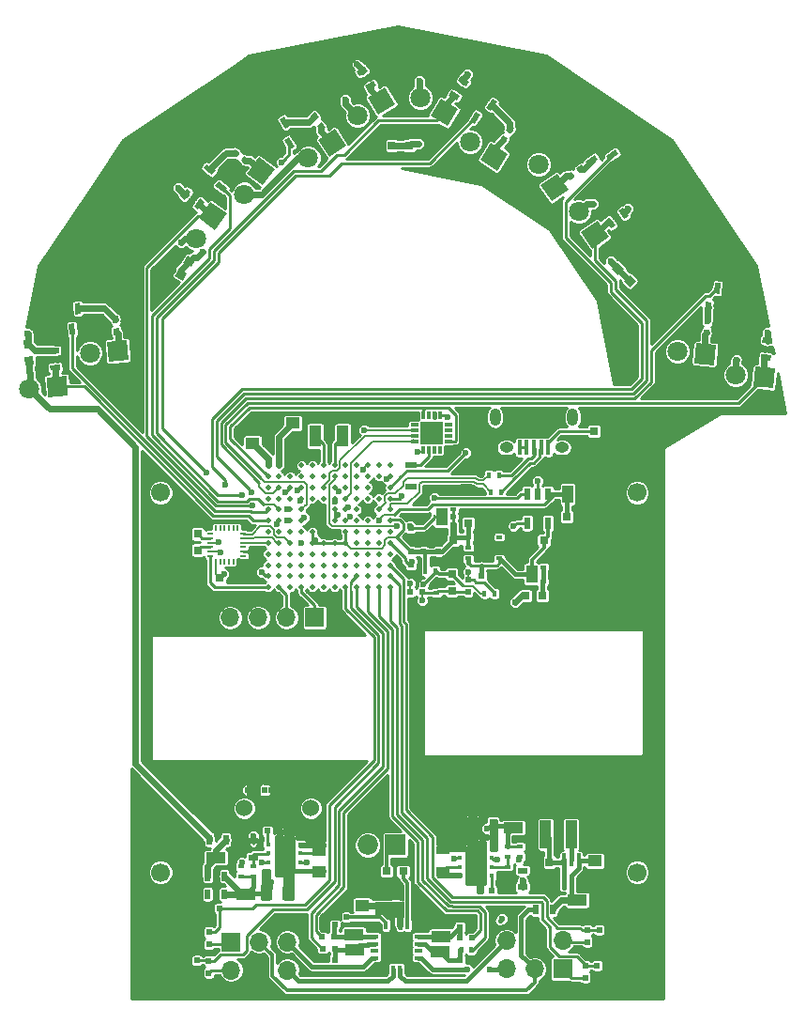
<source format=gtl>
G04 #@! TF.FileFunction,Copper,L1,Top,Signal*
%FSLAX46Y46*%
G04 Gerber Fmt 4.6, Leading zero omitted, Abs format (unit mm)*
G04 Created by KiCad (PCBNEW 4.0.6) date 11/24/17 03:10:44*
%MOMM*%
%LPD*%
G01*
G04 APERTURE LIST*
%ADD10C,0.100000*%
%ADD11C,0.500000*%
%ADD12C,1.800000*%
%ADD13R,1.700000X1.700000*%
%ADD14O,1.700000X1.700000*%
%ADD15R,0.500000X0.900000*%
%ADD16R,1.000000X0.500000*%
%ADD17R,0.600000X1.100000*%
%ADD18R,0.300000X0.650000*%
%ADD19R,0.650000X0.300000*%
%ADD20R,2.000000X2.000000*%
%ADD21R,1.100000X1.900000*%
%ADD22R,0.600000X0.350000*%
%ADD23R,1.600000X2.100000*%
%ADD24R,0.750000X0.800000*%
%ADD25R,0.500000X0.600000*%
%ADD26R,0.800000X0.750000*%
%ADD27R,1.000000X1.600000*%
%ADD28R,0.600000X0.500000*%
%ADD29R,0.400000X0.600000*%
%ADD30R,0.600000X0.400000*%
%ADD31R,1.300000X1.050000*%
%ADD32R,0.220000X0.540000*%
%ADD33R,0.540000X0.220000*%
%ADD34R,1.300000X0.700000*%
%ADD35R,0.700000X1.300000*%
%ADD36R,1.250000X1.000000*%
%ADD37R,1.000000X1.250000*%
%ADD38R,0.900000X0.500000*%
%ADD39R,0.400000X1.350000*%
%ADD40O,1.250000X0.950000*%
%ADD41O,1.000000X1.550000*%
%ADD42R,1.850000X1.850000*%
%ADD43C,1.850000*%
%ADD44R,1.800000X1.000000*%
%ADD45R,0.450000X0.400000*%
%ADD46R,0.800000X1.900000*%
%ADD47C,1.524000*%
%ADD48R,0.350000X0.800000*%
%ADD49R,0.800000X0.350000*%
%ADD50R,1.250000X1.250000*%
%ADD51R,1.021080X2.540000*%
%ADD52R,0.355600X1.168400*%
%ADD53R,1.100000X1.600000*%
%ADD54R,0.250000X0.400000*%
%ADD55R,0.500000X0.400000*%
%ADD56R,0.600000X0.600000*%
%ADD57C,1.700000*%
%ADD58C,0.600000*%
%ADD59C,0.450000*%
%ADD60C,0.250000*%
%ADD61C,0.300000*%
%ADD62C,0.600000*%
%ADD63C,0.400000*%
%ADD64C,0.160000*%
%ADD65C,0.200000*%
%ADD66C,0.175000*%
%ADD67C,0.254000*%
%ADD68C,0.025400*%
G04 APERTURE END LIST*
D10*
D11*
X118072800Y-77279800D03*
X118072800Y-76279800D03*
X118072800Y-75279800D03*
X118072800Y-74279800D03*
X118072800Y-73279800D03*
X118072800Y-72279800D03*
X118072800Y-71279800D03*
X118072800Y-70279800D03*
X117072800Y-77279800D03*
X117072800Y-76279800D03*
X117072800Y-75279800D03*
X117072800Y-74279800D03*
X117072800Y-73279800D03*
X117072800Y-72279800D03*
X117072800Y-71279800D03*
X117072800Y-70279800D03*
X116072800Y-77279800D03*
X116072800Y-76279800D03*
X116072800Y-75279800D03*
X116072800Y-74279800D03*
X116072800Y-73279800D03*
X116072800Y-72279800D03*
X116072800Y-71279800D03*
X116072800Y-70279800D03*
X115072800Y-77279800D03*
X115072800Y-76279800D03*
X115072800Y-75279800D03*
X115072800Y-74279800D03*
X115072800Y-73279800D03*
X115072800Y-72279800D03*
X115072800Y-71279800D03*
X115072800Y-70279800D03*
X114072800Y-77279800D03*
X114072800Y-76279800D03*
X114072800Y-75279800D03*
X114072800Y-74279800D03*
X114072800Y-73279800D03*
X114072800Y-72279800D03*
X114072800Y-71279800D03*
X114072800Y-70279800D03*
X113072800Y-77279800D03*
X113072800Y-76279800D03*
X113072800Y-75279800D03*
X113072800Y-74279800D03*
X113072800Y-73279800D03*
X113072800Y-72279800D03*
X113072800Y-71279800D03*
X113072800Y-70279800D03*
X112072800Y-77279800D03*
X112072800Y-76279800D03*
X112072800Y-75279800D03*
X112072800Y-74279800D03*
X112072800Y-73279800D03*
X112072800Y-72279800D03*
X112072800Y-71279800D03*
X112072800Y-70279800D03*
X111072800Y-77279800D03*
X111072800Y-76279800D03*
X111072800Y-75279800D03*
X111072800Y-74279800D03*
X111072800Y-73279800D03*
X111072800Y-72279800D03*
X111072800Y-71279800D03*
X111072800Y-70279800D03*
X110072800Y-77279800D03*
X110072800Y-76279800D03*
X110072800Y-75279800D03*
X110072800Y-74279800D03*
X110072800Y-73279800D03*
X110072800Y-72279800D03*
X110072800Y-71279800D03*
X110072800Y-70279800D03*
X109072800Y-77279800D03*
X109072800Y-76279800D03*
X109072800Y-75279800D03*
X109072800Y-74279800D03*
X109072800Y-73279800D03*
X109072800Y-72279800D03*
X109072800Y-71279800D03*
X109072800Y-70279800D03*
X108072800Y-77279800D03*
X108072800Y-76279800D03*
X108072800Y-75279800D03*
X108072800Y-74279800D03*
X108072800Y-73279800D03*
X108072800Y-72279800D03*
X108072800Y-71279800D03*
X108072800Y-70279800D03*
X107072800Y-77279800D03*
X107072800Y-76279800D03*
X107072800Y-75279800D03*
X107072800Y-74279800D03*
X107072800Y-73279800D03*
X107072800Y-72279800D03*
X107072800Y-71279800D03*
X107072800Y-70279800D03*
X118072800Y-69279800D03*
X118072800Y-68279800D03*
X118072800Y-67279800D03*
X118072800Y-66279800D03*
X117072800Y-69279800D03*
X117072800Y-68279800D03*
X117072800Y-67279800D03*
X117072800Y-66279800D03*
X116072800Y-69279800D03*
X116072800Y-68279800D03*
X116072800Y-67279800D03*
X116072800Y-66279800D03*
X115072800Y-69279800D03*
X115072800Y-68279800D03*
X115072800Y-67279800D03*
X115072800Y-66279800D03*
X114072800Y-69279800D03*
X114072800Y-68279800D03*
X114072800Y-67279800D03*
X114072800Y-66279800D03*
X113072800Y-69279800D03*
X113072800Y-68279800D03*
X113072800Y-67279800D03*
X113072800Y-66279800D03*
X112072800Y-69279800D03*
X112072800Y-68279800D03*
X112072800Y-67279800D03*
X112072800Y-66279800D03*
X111072800Y-69279800D03*
X111072800Y-68279800D03*
X111072800Y-67279800D03*
X111072800Y-66279800D03*
X110072800Y-69279800D03*
X110072800Y-68279800D03*
X110072800Y-67279800D03*
X110072800Y-66279800D03*
X109072800Y-69279800D03*
X109072800Y-68279800D03*
X109072800Y-67279800D03*
X109072800Y-66279800D03*
X108072800Y-69279800D03*
X108072800Y-68279800D03*
X108072800Y-67279800D03*
X108072800Y-66279800D03*
X107072800Y-69279800D03*
X107072800Y-68279800D03*
X107072800Y-67279800D03*
X107072800Y-66279800D03*
D10*
G36*
X128692571Y-38200284D02*
X127738716Y-39726771D01*
X126212229Y-38772916D01*
X127166084Y-37246429D01*
X128692571Y-38200284D01*
X128692571Y-38200284D01*
G37*
D12*
X125298358Y-37140605D03*
D10*
G36*
X113138716Y-35976429D02*
X114092571Y-37502916D01*
X112566084Y-38456771D01*
X111612229Y-36930284D01*
X113138716Y-35976429D01*
X113138716Y-35976429D01*
G37*
D12*
X110698358Y-38562595D03*
D10*
G36*
X106237819Y-38529112D02*
X107690347Y-39592202D01*
X106627257Y-41044730D01*
X105174729Y-39981640D01*
X106237819Y-38529112D01*
X106237819Y-38529112D01*
G37*
D12*
X104932400Y-41836600D03*
D13*
X133654800Y-111683800D03*
D14*
X133654800Y-109143800D03*
X131114800Y-111683800D03*
X131114800Y-109143800D03*
X128574800Y-111683800D03*
X128574800Y-109143800D03*
D15*
X103123600Y-103305400D03*
X101623600Y-103305400D03*
D16*
X119992400Y-68246600D03*
X124992400Y-68246600D03*
X124992400Y-66246600D03*
X119992400Y-66246600D03*
D17*
X130428000Y-71480800D03*
X131378000Y-71480800D03*
X132328000Y-71480800D03*
X132328000Y-68880800D03*
X130428000Y-68880800D03*
X131378000Y-68880800D03*
D18*
X122586000Y-61807000D03*
X122086000Y-61807000D03*
X121586000Y-61807000D03*
X121086000Y-61807000D03*
D19*
X120286000Y-62607000D03*
X120286000Y-63107000D03*
X120286000Y-63607000D03*
X120286000Y-64107000D03*
D18*
X121086000Y-64907000D03*
X121586000Y-64907000D03*
X122086000Y-64907000D03*
X122586000Y-64907000D03*
D19*
X123386000Y-64107000D03*
X123386000Y-63607000D03*
X123386000Y-63107000D03*
X123386000Y-62607000D03*
D20*
X121836000Y-63357000D03*
D21*
X111322800Y-63648600D03*
X113822800Y-63648600D03*
D22*
X125149800Y-74663200D03*
X125149800Y-73713200D03*
X125149800Y-72763200D03*
X127949800Y-72763200D03*
X127949800Y-73713200D03*
X127949800Y-74663200D03*
D23*
X126549800Y-73713200D03*
D24*
X136502400Y-61736600D03*
X136502400Y-63236600D03*
D25*
X119952400Y-71916600D03*
X119952400Y-70816600D03*
D26*
X135522400Y-70942200D03*
X134022400Y-70942200D03*
D24*
X123660000Y-77609000D03*
X123660000Y-76109000D03*
D27*
X134120000Y-68891400D03*
X137120000Y-68891400D03*
D28*
X126335800Y-76262800D03*
X127435800Y-76262800D03*
D25*
X121107200Y-74083000D03*
X121107200Y-72983000D03*
X122424000Y-74032200D03*
X122424000Y-72932200D03*
D26*
X130466400Y-73025000D03*
X131966400Y-73025000D03*
D25*
X119951600Y-74069600D03*
X119951600Y-72969600D03*
X125133200Y-76627200D03*
X125133200Y-77727200D03*
D26*
X126632400Y-71501000D03*
X125132400Y-71501000D03*
D28*
X119909600Y-77719600D03*
X121009600Y-77719600D03*
D24*
X123803600Y-74498800D03*
X123803600Y-72998800D03*
D29*
X127513600Y-77837600D03*
X126613600Y-77837600D03*
D30*
X119989600Y-75355600D03*
X119989600Y-76255600D03*
D26*
X131814000Y-78054200D03*
X130314000Y-78054200D03*
D30*
X122237600Y-76879600D03*
X122237600Y-77779600D03*
D29*
X121279600Y-75805600D03*
X122179600Y-75805600D03*
D10*
G36*
X147491686Y-55463581D02*
X147325419Y-57255886D01*
X145533114Y-57089619D01*
X145699381Y-55297314D01*
X147491686Y-55463581D01*
X147491686Y-55463581D01*
G37*
D12*
X143983259Y-56041979D03*
D10*
G36*
X134172740Y-41468264D02*
X132698266Y-42500702D01*
X131665828Y-41026228D01*
X133140302Y-39993790D01*
X134172740Y-41468264D01*
X134172740Y-41468264D01*
G37*
D12*
X131462400Y-39166600D03*
D10*
G36*
X94345236Y-55001207D02*
X94480197Y-56796140D01*
X92685264Y-56931101D01*
X92550303Y-55136168D01*
X94345236Y-55001207D01*
X94345236Y-55001207D01*
G37*
D12*
X90982400Y-56156600D03*
D10*
G36*
X101887681Y-42548791D02*
X103340209Y-43611881D01*
X102277119Y-45064409D01*
X100824591Y-44001319D01*
X101887681Y-42548791D01*
X101887681Y-42548791D01*
G37*
D12*
X100582262Y-45856279D03*
D10*
G36*
X88882386Y-58221653D02*
X89017347Y-60016586D01*
X87222414Y-60151547D01*
X87087453Y-58356614D01*
X88882386Y-58221653D01*
X88882386Y-58221653D01*
G37*
D12*
X85519550Y-59377046D03*
D10*
G36*
X117598716Y-32216429D02*
X118552571Y-33742916D01*
X117026084Y-34696771D01*
X116072229Y-33170284D01*
X117598716Y-32216429D01*
X117598716Y-32216429D01*
G37*
D12*
X115158358Y-34802595D03*
D10*
G36*
X137815856Y-45727618D02*
X136341382Y-46760056D01*
X135308944Y-45285582D01*
X136783418Y-44253144D01*
X137815856Y-45727618D01*
X137815856Y-45727618D01*
G37*
D12*
X135105516Y-43425954D03*
D10*
G36*
X124232571Y-34210284D02*
X123278716Y-35736771D01*
X121752229Y-34782916D01*
X122706084Y-33256429D01*
X124232571Y-34210284D01*
X124232571Y-34210284D01*
G37*
D12*
X120838358Y-33150605D03*
D10*
G36*
X152809627Y-57562202D02*
X152643360Y-59354507D01*
X150851055Y-59188240D01*
X151017322Y-57395935D01*
X152809627Y-57562202D01*
X152809627Y-57562202D01*
G37*
D12*
X149301200Y-58140600D03*
D31*
X105692800Y-62469600D03*
X105692800Y-64319600D03*
X109292800Y-62469600D03*
X109292800Y-64319600D03*
D32*
X104341260Y-71957360D03*
X103941260Y-71957360D03*
X103541260Y-71957360D03*
X103141260Y-71957360D03*
X102741260Y-71957360D03*
X102341260Y-71957360D03*
D33*
X101846260Y-72452360D03*
X101846260Y-72852360D03*
X101846260Y-73252360D03*
X101846260Y-73652360D03*
X101846260Y-74052360D03*
X101846260Y-74452360D03*
D32*
X102341260Y-74947360D03*
X102741260Y-74947360D03*
X103141260Y-74947360D03*
X103541260Y-74947360D03*
X103941260Y-74947360D03*
X104341260Y-74947360D03*
D33*
X104836260Y-74452360D03*
X104836260Y-74052360D03*
X104836260Y-73652360D03*
X104836260Y-73252360D03*
X104836260Y-72852360D03*
X104836260Y-72452360D03*
D13*
X103733600Y-109245400D03*
D14*
X103733600Y-111785400D03*
X106273600Y-109245400D03*
X106273600Y-111785400D03*
X108813600Y-109245400D03*
X108813600Y-111785400D03*
D34*
X122843300Y-102849400D03*
X122843300Y-100949400D03*
D28*
X127283400Y-104627400D03*
X126183400Y-104627400D03*
D35*
X127384900Y-98760000D03*
X125484900Y-98760000D03*
D36*
X111674100Y-100934500D03*
X111674100Y-102934500D03*
D28*
X107005400Y-99232700D03*
X108105400Y-99232700D03*
D37*
X106918200Y-104858800D03*
X108918200Y-104858800D03*
D30*
X128672600Y-102468400D03*
X128672600Y-103368400D03*
X129802900Y-101552300D03*
X129802900Y-100652300D03*
X128659900Y-100677700D03*
X128659900Y-101577700D03*
D38*
X130044200Y-104297900D03*
X130044200Y-102797900D03*
D30*
X104612900Y-102434800D03*
X104612900Y-103334800D03*
X105743200Y-103345800D03*
X105743200Y-102445800D03*
D15*
X101613600Y-104945400D03*
X103113600Y-104945400D03*
X103273600Y-100035400D03*
X101773600Y-100035400D03*
D39*
X132372400Y-64676600D03*
X131722400Y-64676600D03*
X131072400Y-64676600D03*
X130422400Y-64676600D03*
X129772400Y-64676600D03*
D40*
X133572400Y-64676600D03*
X128572400Y-64676600D03*
D41*
X134572400Y-61976600D03*
X127572400Y-61976600D03*
D24*
X117182400Y-104546600D03*
X117182400Y-106046600D03*
D10*
G36*
X85800102Y-55729468D02*
X85052213Y-55785702D01*
X84992230Y-54987954D01*
X85740119Y-54931720D01*
X85800102Y-55729468D01*
X85800102Y-55729468D01*
G37*
G36*
X85912570Y-57225246D02*
X85164681Y-57281480D01*
X85104698Y-56483732D01*
X85852587Y-56427498D01*
X85912570Y-57225246D01*
X85912570Y-57225246D01*
G37*
G36*
X98432791Y-48242840D02*
X98057791Y-48892360D01*
X97364971Y-48492360D01*
X97739971Y-47842840D01*
X98432791Y-48242840D01*
X98432791Y-48242840D01*
G37*
G36*
X99731829Y-48992840D02*
X99356829Y-49642360D01*
X98664009Y-49242360D01*
X99039009Y-48592840D01*
X99731829Y-48992840D01*
X99731829Y-48992840D01*
G37*
G36*
X99194791Y-47036340D02*
X98819791Y-47685860D01*
X98126971Y-47285860D01*
X98501971Y-46636340D01*
X99194791Y-47036340D01*
X99194791Y-47036340D01*
G37*
G36*
X100493829Y-47786340D02*
X100118829Y-48435860D01*
X99426009Y-48035860D01*
X99801009Y-47386340D01*
X100493829Y-47786340D01*
X100493829Y-47786340D01*
G37*
D24*
X118232700Y-35956500D03*
X118232700Y-37456500D03*
X119807500Y-35956500D03*
X119807500Y-37456500D03*
D10*
G36*
X139666552Y-48061778D02*
X139136222Y-47531448D01*
X139701908Y-46965762D01*
X140232238Y-47496092D01*
X139666552Y-48061778D01*
X139666552Y-48061778D01*
G37*
G36*
X138605892Y-49122438D02*
X138075562Y-48592108D01*
X138641248Y-48026422D01*
X139171578Y-48556752D01*
X138605892Y-49122438D01*
X138605892Y-49122438D01*
G37*
G36*
X140769305Y-49176205D02*
X140238975Y-48645875D01*
X140804661Y-48080189D01*
X141334991Y-48610519D01*
X140769305Y-49176205D01*
X140769305Y-49176205D01*
G37*
G36*
X139708645Y-50236865D02*
X139178315Y-49706535D01*
X139744001Y-49140849D01*
X140274331Y-49671179D01*
X139708645Y-50236865D01*
X139708645Y-50236865D01*
G37*
D24*
X100736400Y-70979000D03*
X100736400Y-72479000D03*
X100736400Y-75425400D03*
X100736400Y-73925400D03*
D26*
X104171760Y-76401860D03*
X102671760Y-76401860D03*
D10*
G36*
X88336112Y-57680045D02*
X87438645Y-57747526D01*
X87401156Y-57248933D01*
X88298623Y-57181452D01*
X88336112Y-57680045D01*
X88336112Y-57680045D01*
G37*
G36*
X88223644Y-56184267D02*
X87326177Y-56251748D01*
X87288688Y-55753155D01*
X88186155Y-55685674D01*
X88223644Y-56184267D01*
X88223644Y-56184267D01*
G37*
G36*
X116843940Y-32046184D02*
X116080697Y-32523112D01*
X115815738Y-32099088D01*
X116578981Y-31622160D01*
X116843940Y-32046184D01*
X116843940Y-32046184D01*
G37*
G36*
X116049062Y-30774112D02*
X115285819Y-31251040D01*
X115020860Y-30827016D01*
X115784103Y-30350088D01*
X116049062Y-30774112D01*
X116049062Y-30774112D01*
G37*
G36*
X101325133Y-42524073D02*
X100793588Y-43250338D01*
X100390107Y-42955035D01*
X100921652Y-42228770D01*
X101325133Y-42524073D01*
X101325133Y-42524073D01*
G37*
G36*
X100114693Y-41638165D02*
X99583148Y-42364430D01*
X99179667Y-42069127D01*
X99711212Y-41342862D01*
X100114693Y-41638165D01*
X100114693Y-41638165D01*
G37*
G36*
X137981357Y-44948795D02*
X137465139Y-44211558D01*
X137874715Y-43924769D01*
X138390933Y-44662006D01*
X137981357Y-44948795D01*
X137981357Y-44948795D01*
G37*
G36*
X139210085Y-44088431D02*
X138693867Y-43351194D01*
X139103443Y-43064405D01*
X139619661Y-43801642D01*
X139210085Y-44088431D01*
X139210085Y-44088431D01*
G37*
G36*
X124134103Y-33423112D02*
X123370860Y-32946184D01*
X123635819Y-32522160D01*
X124399062Y-32999088D01*
X124134103Y-33423112D01*
X124134103Y-33423112D01*
G37*
G36*
X124928981Y-32151040D02*
X124165738Y-31674112D01*
X124430697Y-31250088D01*
X125193940Y-31727016D01*
X124928981Y-32151040D01*
X124928981Y-32151040D01*
G37*
G36*
X152418105Y-56833892D02*
X151521953Y-56750758D01*
X151568139Y-56252896D01*
X152464291Y-56336030D01*
X152418105Y-56833892D01*
X152418105Y-56833892D01*
G37*
G36*
X152556661Y-55340304D02*
X151660509Y-55257170D01*
X151706695Y-54759308D01*
X152602847Y-54842442D01*
X152556661Y-55340304D01*
X152556661Y-55340304D01*
G37*
G36*
X93019372Y-52847737D02*
X93517965Y-52810248D01*
X93562952Y-53408559D01*
X93064359Y-53446048D01*
X93019372Y-52847737D01*
X93019372Y-52847737D01*
G37*
G36*
X93101848Y-53944641D02*
X93600441Y-53907152D01*
X93645428Y-54505463D01*
X93146835Y-54542952D01*
X93101848Y-53944641D01*
X93101848Y-53944641D01*
G37*
G36*
X103728832Y-38176325D02*
X104024135Y-37772845D01*
X104508312Y-38127209D01*
X104213009Y-38530689D01*
X103728832Y-38176325D01*
X103728832Y-38176325D01*
G37*
G36*
X104616488Y-38825991D02*
X104911791Y-38422511D01*
X105395968Y-38776875D01*
X105100665Y-39180355D01*
X104616488Y-38825991D01*
X104616488Y-38825991D01*
G37*
G36*
X110899956Y-34728239D02*
X111323980Y-34463280D01*
X111641932Y-34972109D01*
X111217908Y-35237068D01*
X110899956Y-34728239D01*
X110899956Y-34728239D01*
G37*
G36*
X111482868Y-35661091D02*
X111906892Y-35396132D01*
X112224844Y-35904961D01*
X111800820Y-36169920D01*
X111482868Y-35661091D01*
X111482868Y-35661091D01*
G37*
G36*
X128830820Y-35633280D02*
X129254844Y-35898239D01*
X128936892Y-36407068D01*
X128512868Y-36142109D01*
X128830820Y-35633280D01*
X128830820Y-35633280D01*
G37*
G36*
X128247908Y-36566132D02*
X128671932Y-36831091D01*
X128353980Y-37339920D01*
X127929956Y-37074961D01*
X128247908Y-36566132D01*
X128247908Y-36566132D01*
G37*
G36*
X135355286Y-39184272D02*
X135642074Y-39593848D01*
X135150582Y-39937994D01*
X134863794Y-39528418D01*
X135355286Y-39184272D01*
X135355286Y-39184272D01*
G37*
G36*
X134454218Y-39815206D02*
X134741006Y-40224782D01*
X134249514Y-40568928D01*
X133962726Y-40159352D01*
X134454218Y-39815206D01*
X134454218Y-39815206D01*
G37*
G36*
X146491984Y-52937141D02*
X146989846Y-52983326D01*
X146934424Y-53580761D01*
X146436562Y-53534576D01*
X146491984Y-52937141D01*
X146491984Y-52937141D01*
G37*
G36*
X146390376Y-54032439D02*
X146888238Y-54078624D01*
X146832816Y-54676059D01*
X146334954Y-54629874D01*
X146390376Y-54032439D01*
X146390376Y-54032439D01*
G37*
D29*
X127192400Y-68676600D03*
X128092400Y-68676600D03*
X126992400Y-67156600D03*
X127892400Y-67156600D03*
D42*
X118551200Y-100507800D03*
D43*
X116051200Y-100507800D03*
D44*
X122635200Y-110147400D03*
X114865200Y-109977400D03*
X122665200Y-108737400D03*
X114835200Y-108567400D03*
X102373600Y-101645400D03*
X105093600Y-104925400D03*
X129185200Y-98947800D03*
D45*
X107066200Y-100438800D03*
X107066200Y-101238800D03*
X107066200Y-102038800D03*
X107066200Y-102838800D03*
X110016200Y-102838800D03*
X110016200Y-102038800D03*
X110016200Y-101238800D03*
X110016200Y-100438800D03*
D46*
X109091200Y-101638800D03*
X107991200Y-101638800D03*
D45*
X127282600Y-103294400D03*
X127282600Y-102494400D03*
X127282600Y-101694400D03*
X127282600Y-100894400D03*
X124332600Y-100894400D03*
X124332600Y-101694400D03*
X124332600Y-102494400D03*
X124332600Y-103294400D03*
D46*
X125257600Y-102094400D03*
X126357600Y-102094400D03*
D47*
X110922400Y-97186600D03*
X107922400Y-97186600D03*
X104922400Y-97186600D03*
D36*
X115562400Y-105946600D03*
X115562400Y-103946600D03*
D24*
X118592400Y-104516600D03*
X118592400Y-106016600D03*
D25*
X114122400Y-107026600D03*
X114122400Y-105926600D03*
D48*
X117690200Y-111727400D03*
X118340200Y-111727400D03*
X118990200Y-111727400D03*
X119640200Y-111727400D03*
D49*
X120665200Y-110702400D03*
X120665200Y-110052400D03*
X120665200Y-109402400D03*
X120665200Y-108752400D03*
D48*
X119640200Y-107727400D03*
X118990200Y-107727400D03*
X118340200Y-107727400D03*
X117690200Y-107727400D03*
D49*
X116665200Y-108752400D03*
X116665200Y-109402400D03*
X116665200Y-110052400D03*
X116665200Y-110702400D03*
D50*
X119290200Y-109102400D03*
X118040200Y-109102400D03*
X119290200Y-110352400D03*
X118040200Y-110352400D03*
D28*
X113115200Y-109827400D03*
X112015200Y-109827400D03*
X113065200Y-108767400D03*
X111965200Y-108767400D03*
X124395200Y-108877400D03*
X125495200Y-108877400D03*
X124385200Y-110867400D03*
X125485200Y-110867400D03*
X111972000Y-107670600D03*
X113072000Y-107670600D03*
X124395200Y-107887400D03*
X125495200Y-107887400D03*
X111985200Y-110847400D03*
X113085200Y-110847400D03*
D10*
G36*
X89693112Y-52676470D02*
X89618133Y-51679285D01*
X90116726Y-51641796D01*
X90191705Y-52638981D01*
X89693112Y-52676470D01*
X89693112Y-52676470D01*
G37*
G36*
X89179904Y-54520140D02*
X89104925Y-53522955D01*
X89603518Y-53485466D01*
X89678497Y-54482651D01*
X89179904Y-54520140D01*
X89179904Y-54520140D01*
G37*
G36*
X90476244Y-54422667D02*
X90401265Y-53425482D01*
X90899858Y-53387993D01*
X90974837Y-54385178D01*
X90476244Y-54422667D01*
X90476244Y-54422667D01*
G37*
G36*
X102031965Y-40122098D02*
X101225004Y-39531492D01*
X101520307Y-39128012D01*
X102327268Y-39718618D01*
X102031965Y-40122098D01*
X102031965Y-40122098D01*
G37*
G36*
X103100600Y-41709712D02*
X102293639Y-41119106D01*
X102588942Y-40715626D01*
X103395903Y-41306232D01*
X103100600Y-41709712D01*
X103100600Y-41709712D01*
G37*
G36*
X103868387Y-40660664D02*
X103061426Y-40070058D01*
X103356729Y-39666578D01*
X104163690Y-40257184D01*
X103868387Y-40660664D01*
X103868387Y-40660664D01*
G37*
G36*
X108628421Y-35939861D02*
X108098501Y-35091813D01*
X108522525Y-34826853D01*
X109052445Y-35674901D01*
X108628421Y-35939861D01*
X108628421Y-35939861D01*
G37*
G36*
X109031044Y-37810795D02*
X108501124Y-36962747D01*
X108925148Y-36697787D01*
X109455068Y-37545835D01*
X109031044Y-37810795D01*
X109031044Y-37810795D01*
G37*
G36*
X110133507Y-37121900D02*
X109603587Y-36273852D01*
X110027611Y-36008892D01*
X110557531Y-36856940D01*
X110133507Y-37121900D01*
X110133507Y-37121900D01*
G37*
G36*
X126772355Y-34074901D02*
X127302275Y-33226853D01*
X127726299Y-33491813D01*
X127196379Y-34339861D01*
X126772355Y-34074901D01*
X126772355Y-34074901D01*
G37*
G36*
X125267269Y-35256940D02*
X125797189Y-34408892D01*
X126221213Y-34673852D01*
X125691293Y-35521900D01*
X125267269Y-35256940D01*
X125267269Y-35256940D01*
G37*
G36*
X126369732Y-35945835D02*
X126899652Y-35097787D01*
X127323676Y-35362747D01*
X126793756Y-36210795D01*
X126369732Y-35945835D01*
X126369732Y-35945835D01*
G37*
G36*
X136848133Y-38720819D02*
X136028981Y-39294395D01*
X135742193Y-38884819D01*
X136561345Y-38311243D01*
X136848133Y-38720819D01*
X136848133Y-38720819D01*
G37*
G36*
X138695432Y-38220830D02*
X137876280Y-38794406D01*
X137589492Y-38384830D01*
X138408644Y-37811254D01*
X138695432Y-38220830D01*
X138695432Y-38220830D01*
G37*
G36*
X137949782Y-37155932D02*
X137130630Y-37729508D01*
X136843842Y-37319932D01*
X137662994Y-36746356D01*
X137949782Y-37155932D01*
X137949782Y-37155932D01*
G37*
G36*
X147088470Y-51584175D02*
X146996100Y-52579900D01*
X146498238Y-52533715D01*
X146590608Y-51537990D01*
X147088470Y-51584175D01*
X147088470Y-51584175D01*
G37*
G36*
X147901959Y-49851912D02*
X147809589Y-50847637D01*
X147311727Y-50801452D01*
X147404097Y-49805727D01*
X147901959Y-49851912D01*
X147901959Y-49851912D01*
G37*
G36*
X146607516Y-49731830D02*
X146515146Y-50727555D01*
X146017284Y-50681370D01*
X146109654Y-49685645D01*
X146607516Y-49731830D01*
X146607516Y-49731830D01*
G37*
D24*
X132451600Y-103543800D03*
X132451600Y-102043800D03*
D36*
X136566400Y-101946200D03*
X136566400Y-103946200D03*
D51*
X134409940Y-99542600D03*
X132118860Y-99542600D03*
D15*
X131244400Y-106337100D03*
X132744400Y-106337100D03*
D52*
X133772400Y-103936800D03*
X134432800Y-103936800D03*
X135093200Y-103936800D03*
X135093200Y-101854000D03*
X134432800Y-101854000D03*
X133772400Y-101854000D03*
D44*
X134991600Y-105486200D03*
D53*
X130875400Y-76105000D03*
D54*
X130200400Y-76105000D03*
D55*
X131925400Y-75455000D03*
X131925400Y-76755000D03*
D56*
X107362400Y-95566600D03*
X106192400Y-95566600D03*
X106782400Y-95566600D03*
D28*
X102702400Y-106216600D03*
X101602400Y-106216600D03*
D25*
X101742400Y-109446600D03*
X101742400Y-108346600D03*
X135712400Y-112466600D03*
X135712400Y-111366600D03*
X136772400Y-111366600D03*
X136772400Y-112466600D03*
X100642400Y-110916600D03*
X100642400Y-112016600D03*
X101722400Y-112026600D03*
X101722400Y-110926600D03*
X135882400Y-109236600D03*
X135882400Y-108136600D03*
X136952400Y-108146600D03*
X136952400Y-109246600D03*
D26*
X119262400Y-102876600D03*
X117762400Y-102876600D03*
D53*
X122742400Y-70926600D03*
D54*
X122067400Y-70926600D03*
D55*
X123792400Y-70276600D03*
X123792400Y-71576600D03*
D57*
X97372000Y-68741400D03*
X140372000Y-68741400D03*
X140372000Y-102981400D03*
X97372000Y-102981400D03*
D13*
X111262400Y-80006600D03*
D14*
X108722400Y-80006600D03*
X106182400Y-80006600D03*
X103642400Y-80006600D03*
D29*
X124505200Y-109947400D03*
X125405200Y-109947400D03*
D38*
X105743200Y-101613800D03*
X105743200Y-100113800D03*
D58*
X128172400Y-107166600D03*
X105743200Y-99715300D03*
X117842400Y-105946600D03*
X129342400Y-78646600D03*
X132202400Y-99586600D03*
X111674100Y-100934500D03*
X122843300Y-102849400D03*
X114065435Y-33314385D03*
X99205513Y-46217062D03*
X85559900Y-57950100D03*
X120738900Y-31661100D03*
X136423400Y-42710100D03*
X149313900Y-56743600D03*
X105232400Y-95566600D03*
X98952400Y-41296600D03*
X115102400Y-30146600D03*
X125062400Y-31056600D03*
X139552400Y-43156600D03*
X152132400Y-54296600D03*
X85382400Y-54406600D03*
X124402400Y-68676600D03*
X94982400Y-50406600D03*
X97002400Y-50166600D03*
X116637079Y-68710720D03*
X121822400Y-72246600D03*
X122772400Y-76866600D03*
X140572400Y-51636600D03*
X139482400Y-61806600D03*
X116352410Y-70624755D03*
X126430019Y-102096846D03*
X111592400Y-70766600D03*
X107991200Y-101638800D03*
X109091200Y-101638800D03*
X128672600Y-103865400D03*
X126840850Y-99027911D03*
X123846600Y-101706400D03*
X107381500Y-103868200D03*
X110581900Y-102039400D03*
X118692400Y-71786600D03*
X119862412Y-71760999D03*
X117082621Y-71229791D03*
X117749488Y-67494732D03*
X114293017Y-70104088D03*
X121112400Y-77009598D03*
X113407267Y-70779123D03*
X121012400Y-78466600D03*
X114487278Y-70878219D03*
X125142400Y-75916600D03*
X115625626Y-66725317D03*
X119910555Y-76954755D03*
X108782337Y-71253852D03*
X105674501Y-69861939D03*
X107845651Y-71563758D03*
X105612172Y-68691927D03*
X108782515Y-70259276D03*
X104745556Y-68937546D03*
X110342400Y-71026600D03*
X127783600Y-101833400D03*
X129688600Y-101833400D03*
X106508749Y-102063410D03*
X104727200Y-102064800D03*
X101542400Y-66981569D03*
X109742400Y-68566600D03*
X109972528Y-69486395D03*
X108287860Y-38959319D03*
X120040400Y-74955400D03*
X129235200Y-71755000D03*
X119152400Y-69086600D03*
X122102400Y-69186600D03*
X124922400Y-65156600D03*
X131372400Y-67716600D03*
X113110191Y-69570773D03*
X115762400Y-63096600D03*
X120552400Y-65076600D03*
X113432844Y-68667860D03*
X110072800Y-73279800D03*
X102632400Y-73236600D03*
X106492400Y-75886600D03*
X102782400Y-74116600D03*
X127050800Y-111734600D03*
X125060109Y-111725109D03*
X101177368Y-47081243D03*
X130022400Y-103726600D03*
X120622400Y-37286600D03*
X137972400Y-47906600D03*
X103166738Y-68006022D03*
X108659774Y-68679255D03*
X103082400Y-76076600D03*
X111372400Y-72996600D03*
X123802400Y-70936600D03*
X123312400Y-61946600D03*
D59*
X127972400Y-107336600D02*
X128002400Y-107336600D01*
X128002400Y-107336600D02*
X128172400Y-107166600D01*
D60*
X105743200Y-100413800D02*
X105743200Y-99715300D01*
D61*
X117762400Y-102876600D02*
X117762400Y-101296600D01*
X117762400Y-101296600D02*
X118551200Y-100507800D01*
D62*
X115562400Y-105946600D02*
X118522400Y-105946600D01*
X118522400Y-105946600D02*
X118592400Y-106016600D01*
D61*
X118990200Y-107727400D02*
X118990200Y-107027400D01*
X118990200Y-107027400D02*
X118009400Y-106046600D01*
X117857400Y-106046600D02*
X117182400Y-106046600D01*
X118009400Y-106046600D02*
X117857400Y-106046600D01*
X118990200Y-107727400D02*
X118990200Y-106869600D01*
X118990200Y-106869600D02*
X118153600Y-106033000D01*
D62*
X130314000Y-78054200D02*
X129934800Y-78054200D01*
X129934800Y-78054200D02*
X129342400Y-78646600D01*
X118990200Y-107727400D02*
X118990200Y-106753496D01*
X111672400Y-100932800D02*
X111674100Y-100934500D01*
D63*
X133772400Y-101854000D02*
X133772400Y-103936800D01*
X133772400Y-104343200D02*
X133772400Y-103936800D01*
X132451600Y-102068800D02*
X132451600Y-102043800D01*
D61*
X132118860Y-98783140D02*
X132118860Y-99542600D01*
D59*
X132451600Y-102043800D02*
X133582600Y-102043800D01*
X133582600Y-102043800D02*
X133772400Y-101854000D01*
X132451600Y-102043800D02*
X132451600Y-99875340D01*
X132451600Y-99875340D02*
X132118860Y-99542600D01*
D60*
X124332600Y-102494400D02*
X123198300Y-102494400D01*
X123198300Y-102494400D02*
X122843300Y-102849400D01*
X110016200Y-101238800D02*
X111369800Y-101238800D01*
D59*
X118170200Y-106049600D02*
X118153600Y-106033000D01*
X117990696Y-106115542D02*
X118230696Y-105875542D01*
D62*
X85508634Y-56854489D02*
X85508634Y-57898834D01*
X85508634Y-57898834D02*
X85559900Y-57950100D01*
X101773600Y-99835400D02*
X101773600Y-100035400D01*
X95084900Y-64611347D02*
X95084900Y-93146700D01*
X91696142Y-61222589D02*
X95084900Y-64611347D01*
X87365093Y-61222589D02*
X91696142Y-61222589D01*
X85519550Y-59377046D02*
X87365093Y-61222589D01*
X95084900Y-93146700D02*
X101773600Y-99835400D01*
X115158358Y-34802595D02*
X114065435Y-33709672D01*
X114065435Y-33709672D02*
X114065435Y-33314385D01*
X99505512Y-45917063D02*
X99205513Y-46217062D01*
X99566296Y-45856279D02*
X99505512Y-45917063D01*
X100582262Y-45856279D02*
X99566296Y-45856279D01*
X85559900Y-57950100D02*
X85559900Y-59336696D01*
X85559900Y-59336696D02*
X85519550Y-59377046D01*
X120738900Y-31661100D02*
X120738900Y-33051147D01*
X120738900Y-33051147D02*
X120838358Y-33150605D01*
X136423400Y-42710100D02*
X135821370Y-42710100D01*
X135821370Y-42710100D02*
X135105516Y-43425954D01*
X149301200Y-58140600D02*
X149301200Y-56756300D01*
X149301200Y-56756300D02*
X149313900Y-56743600D01*
X105642400Y-95566600D02*
X105232400Y-95566600D01*
D60*
X106192400Y-95566600D02*
X105642400Y-95566600D01*
D62*
X99647180Y-41853646D02*
X99509446Y-41853646D01*
X99509446Y-41853646D02*
X98952400Y-41296600D01*
X115534961Y-30800564D02*
X115534961Y-30579161D01*
X115534961Y-30579161D02*
X115102400Y-30146600D01*
X124679839Y-31700564D02*
X124679839Y-31439161D01*
X124679839Y-31439161D02*
X125062400Y-31056600D01*
X139156764Y-43576418D02*
X139156764Y-43552236D01*
X139156764Y-43552236D02*
X139552400Y-43156600D01*
X152131678Y-55049806D02*
X152131678Y-54297322D01*
X152131678Y-54297322D02*
X152132400Y-54296600D01*
X87756166Y-55968711D02*
X86006166Y-55968711D01*
X86006166Y-55968711D02*
X85396166Y-55358711D01*
X85396166Y-55358711D02*
X85396166Y-54420366D01*
X85396166Y-54420366D02*
X85382400Y-54406600D01*
D60*
X104176813Y-75701342D02*
X104376261Y-75477361D01*
X104171760Y-76401860D02*
X104171760Y-75706395D01*
X104376261Y-75477361D02*
X104376261Y-74947360D01*
X124992400Y-68246600D02*
X124832400Y-68246600D01*
X124832400Y-68246600D02*
X124402400Y-68676600D01*
X126549800Y-73713200D02*
X126549800Y-71583600D01*
X126549800Y-71583600D02*
X126632400Y-71501000D01*
X123803600Y-74498800D02*
X124428600Y-74498800D01*
X124428600Y-74498800D02*
X124754199Y-74173201D01*
X124754199Y-74173201D02*
X126089799Y-74173201D01*
X126089799Y-74173201D02*
X126549800Y-73713200D01*
X104836260Y-74052360D02*
X105356260Y-74052360D01*
X105356260Y-74052360D02*
X105391261Y-74087361D01*
X105391261Y-74087361D02*
X105391261Y-74790361D01*
X105391261Y-74790361D02*
X105234262Y-74947360D01*
X105234262Y-74947360D02*
X104701260Y-74947360D01*
X104701260Y-74947360D02*
X104341260Y-74947360D01*
X94952400Y-49952336D02*
X94952400Y-47716600D01*
X94982400Y-50406600D02*
X94982400Y-49982336D01*
X94982400Y-49982336D02*
X94952400Y-49952336D01*
X97898881Y-48367600D02*
X97898881Y-49270119D01*
X97898881Y-49270119D02*
X97002400Y-50166600D01*
X117072800Y-68279800D02*
X117067999Y-68279800D01*
X117067999Y-68279800D02*
X116637079Y-68710720D01*
D62*
X122424000Y-72932200D02*
X122424000Y-72848200D01*
X122424000Y-72848200D02*
X121822400Y-72246600D01*
X122237600Y-76879600D02*
X122759400Y-76879600D01*
X122759400Y-76879600D02*
X122772400Y-76866600D01*
X140572400Y-51636600D02*
X140786983Y-51422017D01*
X140786983Y-51422017D02*
X140786983Y-48628197D01*
D60*
X137307400Y-61916600D02*
X139372400Y-61916600D01*
X139372400Y-61916600D02*
X139482400Y-61806600D01*
X136502400Y-61736600D02*
X137127400Y-61736600D01*
X137127400Y-61736600D02*
X137307400Y-61916600D01*
D64*
X116007455Y-70279800D02*
X116052411Y-70324756D01*
X115902200Y-70279800D02*
X116007455Y-70279800D01*
X116052411Y-70324756D02*
X116352410Y-70624755D01*
X117072800Y-68224330D02*
X117072410Y-68224720D01*
D62*
X107922400Y-97186600D02*
X107922400Y-96108970D01*
X107922400Y-96108970D02*
X107542401Y-95728971D01*
D61*
X107922400Y-96108970D02*
X107392401Y-95578971D01*
D60*
X112072800Y-72279800D02*
X113072800Y-72279800D01*
X112072800Y-72279800D02*
X112072800Y-71279800D01*
X111072800Y-71279800D02*
X111079200Y-71279800D01*
X111079200Y-71279800D02*
X111592400Y-70766600D01*
X111072800Y-71279800D02*
X111072800Y-70279800D01*
D62*
X109072800Y-66279800D02*
X109072800Y-64539600D01*
X109072800Y-64539600D02*
X109292800Y-64319600D01*
D60*
X109292800Y-64319600D02*
X108822801Y-64789599D01*
X112072800Y-71279800D02*
X112072800Y-70279800D01*
X111072800Y-71279800D02*
X112072800Y-71279800D01*
X112072800Y-70279800D02*
X111072800Y-70279800D01*
D63*
X130466400Y-73025000D02*
X131378000Y-72113400D01*
X131378000Y-72113400D02*
X131378000Y-71480800D01*
D60*
X105692800Y-62277400D02*
X106310601Y-61659599D01*
X106310601Y-61659599D02*
X110170801Y-61659599D01*
X110170801Y-61659599D02*
X110227801Y-61716599D01*
X105692800Y-62469600D02*
X105692800Y-62277400D01*
X109292800Y-64319600D02*
X109417800Y-64319600D01*
X109417800Y-64319600D02*
X110227801Y-63509599D01*
X110227801Y-63509599D02*
X110227801Y-61716599D01*
D59*
X136566400Y-103946200D02*
X135102600Y-103946200D01*
X135102600Y-103946200D02*
X135093200Y-103936800D01*
D60*
X137499400Y-69506300D02*
X137221400Y-69228300D01*
X104171760Y-75706395D02*
X104176813Y-75701342D01*
X128672600Y-103368400D02*
X128672600Y-103865400D01*
X127282600Y-103294400D02*
X127282600Y-104626600D01*
X127352812Y-98727912D02*
X127140849Y-98727912D01*
X127140849Y-98727912D02*
X126840850Y-99027911D01*
X127384900Y-98760000D02*
X127352812Y-98727912D01*
D63*
X128659900Y-100677700D02*
X128659900Y-99473100D01*
X128659900Y-99473100D02*
X129185200Y-98947800D01*
X127384900Y-98760000D02*
X128997400Y-98760000D01*
X128997400Y-98760000D02*
X129185200Y-98947800D01*
D60*
X124332600Y-101694400D02*
X123858600Y-101694400D01*
X123858600Y-101694400D02*
X123846600Y-101706400D01*
X129802900Y-100652300D02*
X128685300Y-100652300D01*
X128685300Y-100652300D02*
X128659900Y-100677700D01*
D62*
X105093600Y-104925400D02*
X103133600Y-104925400D01*
X103133600Y-104925400D02*
X103113600Y-104945400D01*
X105093600Y-104925400D02*
X104743600Y-104925400D01*
X104743600Y-104925400D02*
X103123600Y-103305400D01*
D63*
X105743200Y-103345800D02*
X105743200Y-104275800D01*
X105743200Y-104275800D02*
X105093600Y-104925400D01*
X106918200Y-104858800D02*
X105160200Y-104858800D01*
X105160200Y-104858800D02*
X105093600Y-104925400D01*
D60*
X107381500Y-103868200D02*
X107381500Y-104395500D01*
X107381500Y-104395500D02*
X106918200Y-104858800D01*
X110016200Y-102038800D02*
X110581300Y-102038800D01*
X110581300Y-102038800D02*
X110581900Y-102039400D01*
X104612900Y-103334800D02*
X105732200Y-103334800D01*
X105732200Y-103334800D02*
X105743200Y-103345800D01*
X136502400Y-63236600D02*
X133337400Y-63236600D01*
X133337400Y-63236600D02*
X132372400Y-64201600D01*
X132372400Y-64201600D02*
X132372400Y-64676600D01*
X122742400Y-70926600D02*
X122067400Y-70926600D01*
D64*
X119952400Y-71916600D02*
X119862412Y-71826612D01*
X119862412Y-71826612D02*
X119862412Y-71760999D01*
X117072400Y-71776600D02*
X117085599Y-71789799D01*
X117085599Y-71789799D02*
X118689201Y-71789799D01*
X118689201Y-71789799D02*
X118692400Y-71786600D01*
X112844398Y-71776600D02*
X117072400Y-71776600D01*
X113072800Y-67279800D02*
X113072800Y-67554598D01*
X113072800Y-67554598D02*
X112562801Y-68064597D01*
X112562801Y-68064597D02*
X112562801Y-71495003D01*
X112562801Y-71495003D02*
X112844398Y-71776600D01*
D60*
X119952400Y-71916600D02*
X121152400Y-71916600D01*
X121152400Y-71916600D02*
X122067400Y-71001600D01*
X122067400Y-71001600D02*
X122067400Y-70926600D01*
X132032201Y-69791599D02*
X132932400Y-68891400D01*
X121936539Y-69791599D02*
X132032201Y-69791599D01*
X121502529Y-70225609D02*
X121936539Y-69791599D01*
X118973391Y-70225609D02*
X121502529Y-70225609D01*
X118412400Y-70786600D02*
X118973391Y-70225609D01*
D64*
X117382620Y-70929792D02*
X117082621Y-71229791D01*
X117525812Y-70786600D02*
X117382620Y-70929792D01*
X118412400Y-70786600D02*
X117525812Y-70786600D01*
D63*
X134120000Y-68891400D02*
X132932400Y-68891400D01*
X132932400Y-68891400D02*
X132338600Y-68891400D01*
D64*
X118072800Y-67279800D02*
X117964420Y-67279800D01*
X117964420Y-67279800D02*
X117749488Y-67494732D01*
D63*
X134022400Y-70942200D02*
X134022400Y-68989000D01*
X134022400Y-68989000D02*
X134120000Y-68891400D01*
X132338600Y-68891400D02*
X132328000Y-68880800D01*
D64*
X114117305Y-70279800D02*
X114293017Y-70104088D01*
X114072800Y-70279800D02*
X114117305Y-70279800D01*
D60*
X122179600Y-75805600D02*
X122179600Y-75942398D01*
X122179600Y-75942398D02*
X121112400Y-77009598D01*
D64*
X123660000Y-76136002D02*
X124612998Y-77089000D01*
X124612998Y-77089000D02*
X124691199Y-77167201D01*
D61*
X124612998Y-77086998D02*
X124612998Y-77089000D01*
X123660000Y-76109000D02*
X123660000Y-76134000D01*
X123660000Y-76134000D02*
X124612998Y-77086998D01*
X123660000Y-76109000D02*
X122483000Y-76109000D01*
X122483000Y-76109000D02*
X122179600Y-75805600D01*
D64*
X123660000Y-76109000D02*
X123660000Y-76136002D01*
X124691199Y-77167201D02*
X125583201Y-77167201D01*
X125583201Y-77167201D02*
X126253600Y-77837600D01*
X126253600Y-77837600D02*
X126613600Y-77837600D01*
D60*
X123660000Y-76109000D02*
X123660000Y-76084000D01*
D64*
X113407267Y-70945333D02*
X113407267Y-70779123D01*
X113072800Y-71279800D02*
X113407267Y-70945333D01*
X121009600Y-77719600D02*
X121009600Y-78463800D01*
X121009600Y-78463800D02*
X121012400Y-78466600D01*
D60*
X113072800Y-70279800D02*
X113072800Y-71279800D01*
X122237600Y-77779600D02*
X121069600Y-77779600D01*
X121069600Y-77779600D02*
X121009600Y-77719600D01*
X123660000Y-77609000D02*
X122408200Y-77609000D01*
X122408200Y-77609000D02*
X122237600Y-77779600D01*
X125133200Y-77727200D02*
X123778200Y-77727200D01*
X123778200Y-77727200D02*
X123660000Y-77609000D01*
D61*
X131966400Y-73025000D02*
X131966400Y-73700000D01*
X131966400Y-73700000D02*
X130875400Y-74791000D01*
X130875400Y-74791000D02*
X130875400Y-75005000D01*
X130875400Y-75005000D02*
X130875400Y-76105000D01*
X131966400Y-73025000D02*
X132328000Y-72663400D01*
X132328000Y-72663400D02*
X132328000Y-71480800D01*
D60*
X127723000Y-75315000D02*
X126339600Y-75315000D01*
X126339600Y-75315000D02*
X125376600Y-75315000D01*
D63*
X126335800Y-76262800D02*
X126335800Y-75612800D01*
X126335800Y-75612800D02*
X126339600Y-75609000D01*
X126339600Y-75609000D02*
X126339600Y-75315000D01*
X125149800Y-75076800D02*
X125149800Y-74663200D01*
X130875400Y-76105000D02*
X129391600Y-76105000D01*
X129391600Y-76105000D02*
X127949800Y-74663200D01*
D60*
X125376600Y-75315000D02*
X125149800Y-75088200D01*
X125149800Y-75088200D02*
X125149800Y-74663200D01*
X127949800Y-74663200D02*
X127949799Y-75088201D01*
X127949799Y-75088201D02*
X127723000Y-75315000D01*
X126335800Y-76262800D02*
X126285800Y-76262800D01*
D64*
X114085697Y-71279800D02*
X114487278Y-70878219D01*
X114072800Y-71279800D02*
X114085697Y-71279800D01*
X125133200Y-76627200D02*
X125133200Y-75925800D01*
X125133200Y-75925800D02*
X125142400Y-75916600D01*
D60*
X127513600Y-77837600D02*
X127513600Y-77737600D01*
X125843801Y-76837801D02*
X125633200Y-76627200D01*
X127513600Y-77737600D02*
X126613801Y-76837801D01*
X126613801Y-76837801D02*
X125843801Y-76837801D01*
X125633200Y-76627200D02*
X125133200Y-76627200D01*
D64*
X116072800Y-66279800D02*
X116029200Y-66279800D01*
X116029200Y-66279800D02*
X115562400Y-66746600D01*
X119909600Y-76955710D02*
X119910555Y-76954755D01*
X119909600Y-77719600D02*
X119909600Y-76955710D01*
X116072800Y-66279800D02*
X116072800Y-66156200D01*
X116072800Y-66279800D02*
X116096770Y-66279800D01*
X116072800Y-66279800D02*
X116072800Y-66299200D01*
X116072800Y-66279800D02*
X116089200Y-66279800D01*
D60*
X89054940Y-59186600D02*
X88052400Y-59186600D01*
X90487483Y-59186600D02*
X89054940Y-59186600D01*
X102143472Y-70842589D02*
X90487483Y-59186600D01*
X105718379Y-71279800D02*
X105281168Y-70842589D01*
X107072800Y-71279800D02*
X105718379Y-71279800D01*
X105281168Y-70842589D02*
X102143472Y-70842589D01*
D62*
X87868634Y-57464489D02*
X87868634Y-59002834D01*
X87868634Y-59002834D02*
X88052400Y-59186600D01*
X116329839Y-32072636D02*
X116329839Y-32474039D01*
X116329839Y-32474039D02*
X117312400Y-33456600D01*
D64*
X108808285Y-71279800D02*
X108782337Y-71253852D01*
X109072800Y-71279800D02*
X108808285Y-71279800D01*
D60*
X102393135Y-69932567D02*
X105603873Y-69932567D01*
X102082400Y-43806600D02*
X100788645Y-43806600D01*
X105603873Y-69932567D02*
X105674501Y-69861939D01*
X96132367Y-48462878D02*
X96132367Y-63671799D01*
X100788645Y-43806600D02*
X96132367Y-48462878D01*
X96132367Y-63671799D02*
X102393135Y-69932567D01*
D62*
X102082400Y-43806600D02*
X101924666Y-43806600D01*
X101924666Y-43806600D02*
X100857620Y-42739554D01*
D64*
X107822801Y-71529799D02*
X107822801Y-71540908D01*
X107822801Y-71540908D02*
X107845651Y-71563758D01*
X108072800Y-71279800D02*
X107822801Y-71529799D01*
D60*
X102422367Y-62312502D02*
X102422367Y-65502122D01*
X138442411Y-50466611D02*
X141232400Y-53256600D01*
X104878258Y-59856611D02*
X102422367Y-62312502D01*
X141232400Y-53256600D02*
X141232400Y-58626442D01*
X102422367Y-65502122D02*
X105312173Y-68391928D01*
X136562400Y-47816757D02*
X138442411Y-49696768D01*
X138442411Y-49696768D02*
X138442411Y-50466611D01*
X136562400Y-45506600D02*
X136562400Y-47816757D01*
X105312173Y-68391928D02*
X105612172Y-68691927D01*
X141232400Y-58626442D02*
X140002232Y-59856611D01*
X140002232Y-59856611D02*
X104878258Y-59856611D01*
D62*
X137928036Y-44436782D02*
X137632218Y-44436782D01*
X137632218Y-44436782D02*
X136562400Y-45506600D01*
D64*
X108803039Y-70279800D02*
X108782515Y-70259276D01*
X109072800Y-70279800D02*
X108803039Y-70279800D01*
D60*
X113932411Y-38336589D02*
X113302568Y-38336589D01*
X122268554Y-35220446D02*
X117048554Y-35220446D01*
X111872568Y-39766589D02*
X109383280Y-39766589D01*
X102557801Y-68937546D02*
X104321292Y-68937546D01*
X98294516Y-51687580D02*
X98271312Y-51687580D01*
X104321292Y-68937546D02*
X104745556Y-68937546D01*
X113302568Y-38336589D02*
X111872568Y-39766589D01*
X97012389Y-52946503D02*
X97012389Y-63392134D01*
X98271312Y-51687580D02*
X97012389Y-52946503D01*
X102172387Y-46977482D02*
X102172387Y-47809710D01*
X97012389Y-63392134D02*
X102557801Y-68937546D01*
X117048554Y-35220446D02*
X113932411Y-38336589D01*
X109383280Y-39766589D02*
X102172387Y-46977482D01*
X102172387Y-47809710D02*
X98294516Y-51687580D01*
X122992400Y-34496600D02*
X122268554Y-35220446D01*
D62*
X122992400Y-34496600D02*
X122992400Y-33865197D01*
X122992400Y-33865197D02*
X123884961Y-32972636D01*
D60*
X110072800Y-71279800D02*
X110089200Y-71279800D01*
X110089200Y-71279800D02*
X110342400Y-71026600D01*
D64*
X110072800Y-71279800D02*
X110072800Y-71316200D01*
D60*
X105207966Y-60686589D02*
X103242389Y-62652166D01*
X151830341Y-58375221D02*
X149517973Y-60687589D01*
X149517973Y-60687589D02*
X121622232Y-60687589D01*
X103242389Y-62652166D02*
X103242389Y-64256589D01*
X103242389Y-64256589D02*
X106432400Y-67446600D01*
X121622232Y-60687589D02*
X121621232Y-60686589D01*
X121621232Y-60686589D02*
X105207966Y-60686589D01*
D62*
X151830341Y-58375221D02*
X151830341Y-56706175D01*
X151830341Y-56706175D02*
X151993122Y-56543394D01*
D64*
X106432400Y-67446600D02*
X106755601Y-67769801D01*
X106755601Y-67769801D02*
X110288003Y-67769801D01*
X110288003Y-67769801D02*
X110562801Y-68044599D01*
X110562801Y-68044599D02*
X110562801Y-69789799D01*
X110562801Y-69789799D02*
X110322799Y-70029801D01*
X110322799Y-70029801D02*
X110072800Y-70279800D01*
D62*
X93515250Y-55966154D02*
X93515250Y-54366664D01*
X93515250Y-54366664D02*
X93373638Y-54225052D01*
X105006228Y-38801433D02*
X105447050Y-38801433D01*
X105447050Y-38801433D02*
X106432538Y-39786921D01*
X111853856Y-35783026D02*
X111853856Y-36218056D01*
X111853856Y-36218056D02*
X112852400Y-37216600D01*
X127452400Y-38486600D02*
X127452400Y-37801570D01*
X127452400Y-37801570D02*
X128300944Y-36953026D01*
X134351866Y-40192067D02*
X133974463Y-40192067D01*
X133974463Y-40192067D02*
X132919284Y-41247246D01*
X146512400Y-56276600D02*
X146512400Y-54453445D01*
X146512400Y-54453445D02*
X146611596Y-54354249D01*
X102373600Y-101645400D02*
X102373600Y-100935400D01*
X102373600Y-100935400D02*
X103273600Y-100035400D01*
X101623600Y-103305400D02*
X101623600Y-102395400D01*
X101623600Y-102395400D02*
X102373600Y-101645400D01*
D59*
X113085200Y-110847400D02*
X113085200Y-109857400D01*
X113085200Y-109857400D02*
X113115200Y-109827400D01*
X114865200Y-109977400D02*
X113265200Y-109977400D01*
X113265200Y-109977400D02*
X113115200Y-109827400D01*
X116665200Y-109402400D02*
X116581400Y-109402400D01*
X116581400Y-109402400D02*
X116531401Y-109452399D01*
X116531401Y-109452399D02*
X116115203Y-109452399D01*
X116115203Y-109452399D02*
X116075201Y-109492401D01*
X116075201Y-109492401D02*
X115350199Y-109492401D01*
X115350199Y-109492401D02*
X114865200Y-109977400D01*
D60*
X110976988Y-106661855D02*
X110976988Y-108839188D01*
X113492411Y-104146432D02*
X110976988Y-106661855D01*
X117457428Y-93431414D02*
X113492411Y-97396431D01*
X115072800Y-79026261D02*
X117457428Y-81410889D01*
X111965200Y-109827400D02*
X112015200Y-109827400D01*
X113492411Y-97396431D02*
X113492411Y-104146432D01*
X110976988Y-108839188D02*
X111965200Y-109827400D01*
X115072800Y-77279800D02*
X115072800Y-79026261D01*
X117457428Y-81410889D02*
X117457428Y-93431414D01*
D59*
X113065200Y-108767400D02*
X114635200Y-108767400D01*
X114635200Y-108767400D02*
X114835200Y-108567400D01*
X113065200Y-108767400D02*
X113065200Y-107677400D01*
X113065200Y-107677400D02*
X113072000Y-107670600D01*
X116665200Y-108752400D02*
X115020200Y-108752400D01*
X115020200Y-108752400D02*
X114835200Y-108567400D01*
D60*
X111386999Y-106831687D02*
X111386999Y-108239199D01*
X113902422Y-104316264D02*
X111386999Y-106831687D01*
X113902422Y-97566262D02*
X113902422Y-104316264D01*
X117867439Y-81241057D02*
X117867439Y-93601245D01*
X116072800Y-77279800D02*
X116072800Y-79446418D01*
X111386999Y-108239199D02*
X111915200Y-108767400D01*
X117867439Y-93601245D02*
X113902422Y-97566262D01*
X111915200Y-108767400D02*
X111965200Y-108767400D01*
X116072800Y-79446418D02*
X117867439Y-81241057D01*
D61*
X111935200Y-108737400D02*
X111965200Y-108767400D01*
D59*
X121210198Y-109402400D02*
X121955198Y-110147400D01*
X121955198Y-110147400D02*
X122635200Y-110147400D01*
X124385200Y-110867400D02*
X124385200Y-109967400D01*
X124385200Y-109967400D02*
X124405200Y-109947400D01*
X122635200Y-110147400D02*
X123355200Y-110867400D01*
X123355200Y-110867400D02*
X124385200Y-110867400D01*
D63*
X120665200Y-109402400D02*
X121210198Y-109402400D01*
D60*
X123672064Y-106006579D02*
X123682064Y-106016579D01*
X126642400Y-106526801D02*
X126642400Y-108860200D01*
X118687461Y-80901393D02*
X118687461Y-97771346D01*
X120972378Y-100056263D02*
X120972378Y-103651165D01*
X118687461Y-97771346D02*
X120972378Y-100056263D01*
X118072800Y-80286732D02*
X118687461Y-80901393D01*
X118072800Y-77279800D02*
X118072800Y-80286732D01*
X126132178Y-106016579D02*
X126642400Y-106526801D01*
X120972378Y-103651165D02*
X123327791Y-106006579D01*
X125555200Y-109947400D02*
X125505200Y-109947400D01*
X123327791Y-106006579D02*
X123672064Y-106006579D01*
X126642400Y-108860200D02*
X125555200Y-109947400D01*
X123682064Y-106016579D02*
X126132178Y-106016579D01*
D61*
X125565200Y-110007400D02*
X125505200Y-109947400D01*
D59*
X124395200Y-107887400D02*
X124395200Y-108877400D01*
X122665200Y-108737400D02*
X123545200Y-108737400D01*
X123545200Y-108737400D02*
X124395200Y-107887400D01*
X122665200Y-108737400D02*
X120680200Y-108737400D01*
X120680200Y-108737400D02*
X120665200Y-108752400D01*
D60*
X123512232Y-106426590D02*
X125962346Y-106426590D01*
X118277450Y-97941178D02*
X120562367Y-100226095D01*
X120562367Y-103820997D02*
X123157960Y-106416590D01*
X120562367Y-100226095D02*
X120562367Y-103820997D01*
X117072800Y-79866575D02*
X118277450Y-81071225D01*
X117072800Y-77279800D02*
X117072800Y-79866575D01*
X125545200Y-108877400D02*
X125495200Y-108877400D01*
X125962346Y-106426590D02*
X126232389Y-106696633D01*
X118277450Y-81071225D02*
X118277450Y-97941178D01*
X123157960Y-106416590D02*
X123502232Y-106416590D01*
X126232389Y-108190211D02*
X125545200Y-108877400D01*
X123502232Y-106416590D02*
X123512232Y-106426590D01*
X126232389Y-106696633D02*
X126232389Y-108190211D01*
D61*
X125558400Y-108940600D02*
X125495200Y-108877400D01*
D60*
X127282600Y-102494400D02*
X128646600Y-102494400D01*
X128646600Y-102494400D02*
X128672600Y-102468400D01*
X128659900Y-101577700D02*
X128659900Y-102455700D01*
X128659900Y-102455700D02*
X128672600Y-102468400D01*
X127783600Y-101833400D02*
X127421600Y-101833400D01*
X127421600Y-101833400D02*
X127282600Y-101694400D01*
X129802900Y-101552300D02*
X129802900Y-101719100D01*
X129802900Y-101719100D02*
X129688600Y-101833400D01*
X105743200Y-101313800D02*
X105743200Y-102445800D01*
X105743200Y-101313800D02*
X106991200Y-101313800D01*
X106991200Y-101313800D02*
X107066200Y-101238800D01*
X106508749Y-102063410D02*
X107041590Y-102063410D01*
X107041590Y-102063410D02*
X107066200Y-102038800D01*
X104612900Y-102434800D02*
X104612900Y-102179100D01*
X104612900Y-102179100D02*
X104727200Y-102064800D01*
X103625219Y-41993117D02*
X103625219Y-44944807D01*
X102844771Y-41212669D02*
X103625219Y-41993117D01*
X101762376Y-46807650D02*
X101762376Y-47639878D01*
X101762376Y-47639878D02*
X98124683Y-51277569D01*
X106202737Y-69276937D02*
X106715599Y-69789799D01*
X105393699Y-69276937D02*
X106202737Y-69276937D01*
X96602378Y-63561967D02*
X102562967Y-69522556D01*
X96602378Y-52776671D02*
X96602378Y-63561967D01*
X103625219Y-44944807D02*
X101762376Y-46807650D01*
X102562967Y-69522556D02*
X105148080Y-69522556D01*
X98124683Y-51277569D02*
X98101480Y-51277569D01*
X105148080Y-69522556D02*
X105393699Y-69276937D01*
X98101480Y-51277569D02*
X96602378Y-52776671D01*
D64*
X108072800Y-70279800D02*
X107582799Y-69789799D01*
X107582799Y-69789799D02*
X106715599Y-69789799D01*
D60*
X101242401Y-66681570D02*
X101542400Y-66981569D01*
X97533390Y-62972559D02*
X101242401Y-66681570D01*
X102582399Y-47147313D02*
X102582399Y-47986335D01*
X112599622Y-40176600D02*
X109553112Y-40176600D01*
X113693632Y-39082590D02*
X112599622Y-40176600D01*
X121627047Y-39082590D02*
X113693632Y-39082590D01*
X97533390Y-53035344D02*
X97533390Y-62972559D01*
X109553112Y-40176600D02*
X102582399Y-47147313D01*
X125744241Y-34965396D02*
X121627047Y-39082590D01*
X102582399Y-47986335D02*
X97533390Y-53035344D01*
X110072800Y-68279800D02*
X110029200Y-68279800D01*
X110029200Y-68279800D02*
X109742400Y-68566600D01*
X105038134Y-60276578D02*
X102832378Y-62482334D01*
X141642411Y-55936589D02*
X141642411Y-58796275D01*
X140162064Y-60276622D02*
X121791108Y-60276622D01*
X146566435Y-51012565D02*
X141642411Y-55936589D01*
X147606843Y-50326682D02*
X146920960Y-51012565D01*
X141642411Y-58796275D02*
X140162064Y-60276622D01*
X102832378Y-62482334D02*
X102832378Y-64426418D01*
X102832378Y-64426418D02*
X106262568Y-67856608D01*
X121791108Y-60276622D02*
X121791064Y-60276578D01*
X121791064Y-60276578D02*
X105038134Y-60276578D01*
X146920960Y-51012565D02*
X146566435Y-51012565D01*
D64*
X108072800Y-68279800D02*
X107562801Y-68789799D01*
X107562801Y-68789799D02*
X106857597Y-68789799D01*
X106262568Y-68194770D02*
X106262568Y-67856608D01*
X106857597Y-68789799D02*
X106262568Y-68194770D01*
D60*
X102313304Y-70432578D02*
X105451000Y-70432578D01*
X106822801Y-70529799D02*
X107072800Y-70279800D01*
X105451000Y-70432578D02*
X105548221Y-70529799D01*
X89391711Y-57510985D02*
X102313304Y-70432578D01*
X89391711Y-54002803D02*
X89391711Y-57510985D01*
X105548221Y-70529799D02*
X106822801Y-70529799D01*
X110072800Y-69386123D02*
X109972528Y-69486395D01*
X110072800Y-69279800D02*
X110072800Y-69386123D01*
X108978096Y-38269083D02*
X108587859Y-38659320D01*
X108978096Y-37254291D02*
X108978096Y-38269083D01*
X108587859Y-38659320D02*
X108287860Y-38959319D01*
D64*
X110072800Y-69279800D02*
X110005600Y-69279800D01*
D60*
X120040400Y-74955400D02*
X120040400Y-75304800D01*
X120040400Y-75304800D02*
X119989600Y-75355600D01*
X130428000Y-71480800D02*
X129509400Y-71480800D01*
X129509400Y-71480800D02*
X129235200Y-71755000D01*
X119989600Y-75355600D02*
X119889600Y-75355600D01*
X118322799Y-73529799D02*
X118072800Y-73279800D01*
X119889600Y-75355600D02*
X119439600Y-74905600D01*
X119439600Y-74905600D02*
X119439600Y-74646600D01*
X119439600Y-74646600D02*
X118322799Y-73529799D01*
X119989600Y-75355600D02*
X119868600Y-75355600D01*
X121586000Y-64907000D02*
X121586000Y-65482000D01*
X121586000Y-65482000D02*
X120821400Y-66246600D01*
X120821400Y-66246600D02*
X120742400Y-66246600D01*
X120742400Y-66246600D02*
X119992400Y-66246600D01*
D63*
X131925400Y-76755000D02*
X131925400Y-75455000D01*
X131814000Y-78054200D02*
X131814000Y-76866400D01*
X131814000Y-76866400D02*
X131925400Y-76755000D01*
D60*
X116637409Y-92871907D02*
X113262726Y-96246590D01*
X116637409Y-81754280D02*
X116637409Y-92871907D01*
X112584101Y-103662501D02*
X110370013Y-105876589D01*
X105662400Y-106216600D02*
X103252400Y-106216600D01*
X113262726Y-96246590D02*
X113262568Y-96246590D01*
X110370013Y-105876589D02*
X106002411Y-105876589D01*
X114072800Y-77279800D02*
X114072800Y-79189671D01*
X112584101Y-96925057D02*
X112584101Y-103662501D01*
X103252400Y-106216600D02*
X102702400Y-106216600D01*
X113262568Y-96246590D02*
X112584101Y-96925057D01*
X106002411Y-105876589D02*
X105662400Y-106216600D01*
X114072800Y-79189671D02*
X116637409Y-81754280D01*
X102702400Y-106216600D02*
X102702400Y-107886600D01*
X102702400Y-107886600D02*
X102242400Y-108346600D01*
X102242400Y-108346600D02*
X101742400Y-108346600D01*
X101722400Y-110926600D02*
X102222400Y-110926600D01*
X104811601Y-110380401D02*
X105138599Y-110053403D01*
X105138599Y-110053403D02*
X105138599Y-108700599D01*
X110542400Y-106286600D02*
X113082400Y-103746600D01*
X102222400Y-110926600D02*
X102768599Y-110380401D01*
X102768599Y-110380401D02*
X104811601Y-110380401D01*
X107552598Y-106286600D02*
X110542400Y-106286600D01*
X105138599Y-108700599D02*
X107552598Y-106286600D01*
X113082400Y-103746600D02*
X113082400Y-97106600D01*
X113082400Y-97106600D02*
X117047417Y-93141583D01*
X117047417Y-93141583D02*
X117047417Y-81580721D01*
X117047417Y-81580721D02*
X114572400Y-79105704D01*
X114572400Y-79105704D02*
X114572400Y-77766600D01*
X114572400Y-77766600D02*
X114572400Y-77572002D01*
X100642400Y-110916600D02*
X101712400Y-110916600D01*
X101712400Y-110916600D02*
X101722400Y-110926600D01*
D64*
X114572400Y-76987598D02*
X114572400Y-77572002D01*
D60*
X115072800Y-76279800D02*
X114572400Y-76780200D01*
X114572400Y-76780200D02*
X114572400Y-76987598D01*
X135254599Y-108008799D02*
X135382400Y-108136600D01*
X132209399Y-107015101D02*
X133203097Y-108008799D01*
X124011728Y-105186557D02*
X124017259Y-105192088D01*
X135382400Y-108136600D02*
X135882400Y-108136600D01*
X131892233Y-105192088D02*
X132209399Y-105509254D01*
X132209399Y-105509254D02*
X132209399Y-107015101D01*
X123667455Y-105186557D02*
X124011728Y-105186557D01*
X133203097Y-108008799D02*
X135254599Y-108008799D01*
X121908299Y-103427401D02*
X123667455Y-105186557D01*
X124017259Y-105192088D02*
X131892233Y-105192088D01*
X135882400Y-108136600D02*
X136942400Y-108136600D01*
X136942400Y-108136600D02*
X136952400Y-108146600D01*
X119512410Y-92936770D02*
X119512410Y-97366479D01*
X119512410Y-97366479D02*
X121908299Y-99762368D01*
X121908299Y-99762368D02*
X121908299Y-103427401D01*
X121908299Y-103427401D02*
X123643299Y-105162401D01*
X119512410Y-80566658D02*
X119512410Y-92936770D01*
X119324599Y-76531599D02*
X119324599Y-80378847D01*
X118072800Y-75279800D02*
X119324599Y-76531599D01*
X119324599Y-80378847D02*
X119512410Y-80566658D01*
X118914588Y-77121588D02*
X118914588Y-80548677D01*
X134944599Y-110548799D02*
X135712400Y-111316600D01*
X133379997Y-110548799D02*
X134944599Y-110548799D01*
X131799388Y-105679086D02*
X131799388Y-107184933D01*
X121382389Y-103481333D02*
X123497623Y-105596568D01*
X123847427Y-105602099D02*
X131722401Y-105602099D01*
X121382389Y-99886431D02*
X121382389Y-103481333D01*
X131722401Y-105602099D02*
X131799388Y-105679086D01*
X123841896Y-105596568D02*
X123847427Y-105602099D01*
X118914588Y-80548677D02*
X119102400Y-80736489D01*
X118072800Y-76279800D02*
X118914588Y-77121588D01*
X135712400Y-111316600D02*
X135712400Y-111366600D01*
X123497623Y-105596568D02*
X123841896Y-105596568D01*
X119102399Y-97606442D02*
X121382389Y-99886431D01*
X132519799Y-109688601D02*
X133379997Y-110548799D01*
X132519799Y-107905343D02*
X132519799Y-109688601D01*
X131799388Y-107184933D02*
X132519799Y-107905343D01*
X119102400Y-80736489D02*
X119102399Y-97606442D01*
X135712400Y-111366600D02*
X136772400Y-111366600D01*
X119152400Y-69086600D02*
X118959200Y-69279800D01*
X118959200Y-69279800D02*
X118072800Y-69279800D01*
X130428000Y-68880800D02*
X129878000Y-68880800D01*
X129878000Y-68880800D02*
X129497199Y-69261601D01*
X129497199Y-69261601D02*
X122177401Y-69261601D01*
X122177401Y-69261601D02*
X122102400Y-69186600D01*
X119073801Y-67315199D02*
X119607399Y-66781601D01*
X119607399Y-66781601D02*
X123297399Y-66781601D01*
X119037401Y-67315199D02*
X119073801Y-67315199D01*
X119037401Y-67315199D02*
X118072800Y-68279800D01*
X124922400Y-65156600D02*
X123297399Y-66781601D01*
X131378000Y-68880800D02*
X131378000Y-67722200D01*
X131378000Y-67722200D02*
X131372400Y-67716600D01*
D64*
X113110191Y-69317191D02*
X113110191Y-69570773D01*
X113072800Y-69279800D02*
X113110191Y-69317191D01*
X120286000Y-63107000D02*
X115772800Y-63107000D01*
X115772800Y-63107000D02*
X115762400Y-63096600D01*
X119801000Y-63607000D02*
X120286000Y-63607000D01*
X112562801Y-67612035D02*
X112562801Y-67064597D01*
X112857597Y-66769801D02*
X113308001Y-66769801D01*
X116021602Y-63636602D02*
X116051204Y-63607000D01*
X116051204Y-63607000D02*
X119801000Y-63607000D01*
X112072800Y-68279800D02*
X112072800Y-68102036D01*
X112072800Y-68102036D02*
X112562801Y-67612035D01*
X113308001Y-66769801D02*
X113562801Y-66515001D01*
X112562801Y-67064597D02*
X112857597Y-66769801D01*
X113562801Y-66515001D02*
X113562801Y-65856199D01*
X113562801Y-65856199D02*
X115782398Y-63636602D01*
X115782398Y-63636602D02*
X116021602Y-63636602D01*
X120286000Y-63607000D02*
X119908704Y-63607000D01*
X120286000Y-64107000D02*
X116520398Y-64107000D01*
X114322799Y-69029801D02*
X114072800Y-69279800D01*
X116520398Y-64107000D02*
X114562801Y-66064597D01*
X114562801Y-66064597D02*
X114562801Y-68789799D01*
X114562801Y-68789799D02*
X114322799Y-69029801D01*
X120176001Y-63997001D02*
X120286000Y-64107000D01*
X120286000Y-64107000D02*
X120111000Y-64107000D01*
X120552400Y-65076600D02*
X120916400Y-65076600D01*
X120916400Y-65076600D02*
X121086000Y-64907000D01*
X113072800Y-68279800D02*
X113072800Y-68307816D01*
X113072800Y-68307816D02*
X113432844Y-68667860D01*
X121086000Y-64907000D02*
X121086000Y-65082000D01*
D60*
X123961000Y-64107000D02*
X123386000Y-64107000D01*
X123996001Y-64071999D02*
X123961000Y-64107000D01*
X123329204Y-61097600D02*
X123996001Y-61764397D01*
X121452400Y-61097600D02*
X123329204Y-61097600D01*
X123996001Y-61764397D02*
X123996001Y-64071999D01*
X121451400Y-61096600D02*
X121452400Y-61097600D01*
X121086000Y-61807000D02*
X121086000Y-61232000D01*
X121086000Y-61232000D02*
X121221400Y-61096600D01*
X121221400Y-61096600D02*
X121451400Y-61096600D01*
X103652400Y-62821998D02*
X105377798Y-61096600D01*
X103652400Y-63859400D02*
X103652400Y-62821998D01*
X107072800Y-67279800D02*
X103652400Y-63859400D01*
X105377798Y-61096600D02*
X121451400Y-61096600D01*
X113072800Y-66279800D02*
X113072800Y-64398600D01*
X113072800Y-64398600D02*
X113822800Y-63648600D01*
X112072800Y-66279800D02*
X112072800Y-64398600D01*
X112072800Y-64398600D02*
X111322800Y-63648600D01*
D62*
X109292800Y-62469600D02*
X108072800Y-63689600D01*
X108072800Y-63689600D02*
X108072800Y-66279800D01*
D60*
X109292800Y-62469600D02*
X109167800Y-62469600D01*
X109167800Y-62469600D02*
X108072800Y-63564600D01*
X108072800Y-63564600D02*
X108072800Y-65926247D01*
D62*
X107072800Y-66279800D02*
X107072800Y-65699600D01*
X107072800Y-65699600D02*
X105692800Y-64319600D01*
D60*
X105692800Y-64319600D02*
X105817800Y-64319600D01*
X105817800Y-64319600D02*
X107072800Y-65574600D01*
X107005400Y-99232700D02*
X107005400Y-100378000D01*
X107005400Y-100378000D02*
X107066200Y-100438800D01*
X100736400Y-72479000D02*
X101109760Y-72852360D01*
X101109760Y-72852360D02*
X101846260Y-72852360D01*
X100736400Y-73925400D02*
X101009440Y-73652360D01*
X101009440Y-73652360D02*
X101846260Y-73652360D01*
X130422400Y-64676600D02*
X129772400Y-64676600D01*
D64*
X101846260Y-73252360D02*
X102616640Y-73252360D01*
X102616640Y-73252360D02*
X102632400Y-73236600D01*
D60*
X107072800Y-76279800D02*
X106885600Y-76279800D01*
X106885600Y-76279800D02*
X106492400Y-75886600D01*
D65*
X101846260Y-74052360D02*
X102718160Y-74052360D01*
X102718160Y-74052360D02*
X102782400Y-74116600D01*
D60*
X102261698Y-77279800D02*
X106719247Y-77279800D01*
X101846260Y-76864362D02*
X102261698Y-77279800D01*
X101846260Y-74452360D02*
X101846260Y-76864362D01*
X106719247Y-77279800D02*
X107072800Y-77279800D01*
D65*
X104836260Y-73252360D02*
X107045360Y-73252360D01*
X107045360Y-73252360D02*
X107072800Y-73279800D01*
D64*
X105820902Y-72789799D02*
X107405034Y-72789799D01*
X104836260Y-72852360D02*
X105758341Y-72852360D01*
X105758341Y-72852360D02*
X105820902Y-72789799D01*
X107895035Y-73279800D02*
X108072800Y-73279800D01*
X107405034Y-72789799D02*
X107895035Y-73279800D01*
X104869511Y-72485611D02*
X105672528Y-72485611D01*
X107837599Y-72769801D02*
X108562801Y-72769801D01*
X106368340Y-71789799D02*
X107308001Y-71789799D01*
X107582799Y-72064597D02*
X107582799Y-72515001D01*
X108822801Y-73029801D02*
X109072800Y-73279800D01*
X107308001Y-71789799D02*
X107582799Y-72064597D01*
X105672528Y-72485611D02*
X106368340Y-71789799D01*
X107582799Y-72515001D02*
X107837599Y-72769801D01*
X108562801Y-72769801D02*
X108822801Y-73029801D01*
X104836260Y-72452360D02*
X104869511Y-72485611D01*
D61*
X114122400Y-107026600D02*
X117214400Y-107026600D01*
X117214400Y-107026600D02*
X117690200Y-107502400D01*
X117690200Y-107502400D02*
X117690200Y-107727400D01*
D63*
X117890002Y-112750600D02*
X109778800Y-112750600D01*
X109778800Y-112750600D02*
X108813600Y-111785400D01*
X118340200Y-111727400D02*
X118340200Y-112300402D01*
X118340200Y-112300402D02*
X117890002Y-112750600D01*
D61*
X119262400Y-102876600D02*
X119262400Y-103551600D01*
X119262400Y-103551600D02*
X119640200Y-103929400D01*
X119640200Y-103929400D02*
X119640200Y-107027400D01*
X119640200Y-107027400D02*
X119640200Y-107727400D01*
D63*
X116665200Y-110702400D02*
X116440200Y-110702400D01*
X116440200Y-110702400D02*
X115685199Y-111457401D01*
X115685199Y-111457401D02*
X111025601Y-111457401D01*
X111025601Y-111457401D02*
X109663599Y-110095399D01*
X109663599Y-110095399D02*
X108813600Y-109245400D01*
X119440398Y-112750600D02*
X124968000Y-112750600D01*
X124968000Y-112750600D02*
X128574800Y-109143800D01*
X118990200Y-111727400D02*
X118990200Y-112300402D01*
X118990200Y-112300402D02*
X119440398Y-112750600D01*
X121912909Y-111725109D02*
X125060109Y-111725109D01*
X120665200Y-110702400D02*
X120890200Y-110702400D01*
X120890200Y-110702400D02*
X121912909Y-111725109D01*
X127050800Y-111734600D02*
X128524000Y-111734600D01*
X128524000Y-111734600D02*
X128574800Y-111683800D01*
X128473200Y-111785400D02*
X128574800Y-111683800D01*
D62*
X93291162Y-53128148D02*
X92322147Y-52159133D01*
X92322147Y-52159133D02*
X89904919Y-52159133D01*
X104118572Y-38151767D02*
X103249424Y-38151767D01*
X103249424Y-38151767D02*
X101776136Y-39625055D01*
X108575473Y-35383357D02*
X110737761Y-35383357D01*
X110737761Y-35383357D02*
X111270944Y-34850174D01*
X128883856Y-36020174D02*
X128883856Y-35417886D01*
X128883856Y-35417886D02*
X127249327Y-33783357D01*
X135252934Y-39561133D02*
X135536849Y-39561133D01*
X135536849Y-39561133D02*
X136295163Y-38802819D01*
X146713204Y-53258951D02*
X146713204Y-52139095D01*
X146713204Y-52139095D02*
X146793354Y-52058945D01*
X100877369Y-47381242D02*
X101177368Y-47081243D01*
X100692740Y-47565871D02*
X100877369Y-47381242D01*
X100305148Y-47565871D02*
X100692740Y-47565871D01*
X99959919Y-47911100D02*
X100305148Y-47565871D01*
X106485939Y-41836600D02*
X106205192Y-41836600D01*
X110698358Y-38562595D02*
X109759944Y-38562595D01*
X106205192Y-41836600D02*
X104932400Y-41836600D01*
X109759944Y-38562595D02*
X106485939Y-41836600D01*
X130044200Y-104297900D02*
X130044200Y-103748400D01*
X130044200Y-103748400D02*
X130022400Y-103726600D01*
X99197919Y-49117600D02*
X99197919Y-48673100D01*
X99197919Y-48673100D02*
X99959919Y-47911100D01*
X119807500Y-37456500D02*
X118232700Y-37456500D01*
X120622400Y-37286600D02*
X119977400Y-37286600D01*
X119977400Y-37286600D02*
X119807500Y-37456500D01*
X118222800Y-37446600D02*
X118232700Y-37456500D01*
X138623570Y-48574430D02*
X138623570Y-48557770D01*
X138623570Y-48557770D02*
X137972400Y-47906600D01*
X139726323Y-49688857D02*
X139726323Y-49677183D01*
X139726323Y-49677183D02*
X138623570Y-48574430D01*
D63*
X130044200Y-104297900D02*
X130244200Y-104297900D01*
D62*
X124985963Y-37453000D02*
X125298358Y-37140605D01*
D63*
X134432800Y-103936800D02*
X134432800Y-103264002D01*
X134432800Y-103264002D02*
X135093200Y-102603602D01*
X135093200Y-102603602D02*
X135093200Y-101854000D01*
D62*
X134991600Y-105486200D02*
X133491600Y-105486200D01*
X133491600Y-105486200D02*
X132794409Y-106183391D01*
X132794409Y-106183391D02*
X132794409Y-106337100D01*
D63*
X134991600Y-105486200D02*
X134103300Y-105486200D01*
X134432800Y-103936800D02*
X134432800Y-104927400D01*
X134432800Y-104927400D02*
X134991600Y-105486200D01*
D59*
X136566400Y-101946200D02*
X135185400Y-101946200D01*
X135185400Y-101946200D02*
X135093200Y-101854000D01*
X134432800Y-101854000D02*
X134432800Y-99565460D01*
X134432800Y-99565460D02*
X134409940Y-99542600D01*
D63*
X131244400Y-106337100D02*
X130594400Y-106337100D01*
X130594400Y-106337100D02*
X129904799Y-107026701D01*
X129904799Y-107026701D02*
X129904799Y-110473799D01*
X129904799Y-110473799D02*
X130264801Y-110833801D01*
X130264801Y-110833801D02*
X131114800Y-111683800D01*
D61*
X107433601Y-112285001D02*
X107433601Y-110405401D01*
X107433601Y-110405401D02*
X107123599Y-110095399D01*
X107123599Y-110095399D02*
X106273600Y-109245400D01*
X108764810Y-113616210D02*
X107433601Y-112285001D01*
X131114800Y-111683800D02*
X131114800Y-112885881D01*
X131114800Y-112885881D02*
X130384471Y-113616210D01*
X130384471Y-113616210D02*
X108764810Y-113616210D01*
D60*
X129308345Y-67460655D02*
X128092400Y-68676600D01*
X131722400Y-64676600D02*
X131612399Y-64786601D01*
X131612399Y-64786601D02*
X131612399Y-65482702D01*
X131612399Y-65482702D02*
X131028509Y-66066592D01*
X131028509Y-66066592D02*
X130702408Y-66066592D01*
X130702408Y-66066592D02*
X129308345Y-67460655D01*
X131072400Y-64676600D02*
X131182401Y-64786601D01*
X131182401Y-64786601D02*
X131182401Y-65304601D01*
X131182401Y-65304601D02*
X130850401Y-65636601D01*
X130850401Y-65636601D02*
X130524288Y-65636601D01*
X130524288Y-65636601D02*
X129004289Y-67156600D01*
X129004289Y-67156600D02*
X127892400Y-67156600D01*
D64*
X126502399Y-67986599D02*
X125914401Y-67986599D01*
X127192400Y-68676600D02*
X126502399Y-67986599D01*
X120962401Y-67756599D02*
X120732401Y-67986599D01*
X125914401Y-67986599D02*
X125684401Y-67756599D01*
X125684401Y-67756599D02*
X120962401Y-67756599D01*
X120732401Y-67986599D02*
X120732401Y-68688601D01*
X120732401Y-68688601D02*
X119651201Y-69769801D01*
X119651201Y-69769801D02*
X118072800Y-69769801D01*
X118072800Y-69769801D02*
X118072800Y-70279800D01*
X117710199Y-69642401D02*
X117072800Y-70279800D01*
X126055222Y-67646601D02*
X125825229Y-67416608D01*
X119252399Y-68100201D02*
X118562801Y-68789799D01*
X126992400Y-67156600D02*
X126502399Y-67646601D01*
X117582799Y-69515001D02*
X117710199Y-69642401D01*
X126502399Y-67646601D02*
X126055222Y-67646601D01*
X125825229Y-67416608D02*
X119640390Y-67416608D01*
X119640390Y-67416608D02*
X119252399Y-67804599D01*
X119252399Y-67804599D02*
X119252399Y-68100201D01*
X118562801Y-68789799D02*
X117837599Y-68789799D01*
X117837599Y-68789799D02*
X117582799Y-69044599D01*
X117582799Y-69044599D02*
X117582799Y-69515001D01*
D60*
X103166738Y-67581758D02*
X103166738Y-68006022D01*
X137853592Y-59441610D02*
X104713416Y-59441610D01*
X137908602Y-59386600D02*
X137853592Y-59441610D01*
X133920515Y-45754715D02*
X138032400Y-49866600D01*
X140812400Y-58466600D02*
X139892400Y-59386600D01*
X139892400Y-59386600D02*
X137908602Y-59386600D01*
X140812400Y-53456600D02*
X140812400Y-58466600D01*
X138032400Y-49866600D02*
X138032400Y-50676600D01*
X138032400Y-50676600D02*
X140812400Y-53456600D01*
X133920515Y-42524777D02*
X133920515Y-45754715D01*
X138142462Y-38302830D02*
X133920515Y-42524777D01*
X102012356Y-62142670D02*
X102012356Y-66427376D01*
X102012356Y-66427376D02*
X103166738Y-67581758D01*
X104713416Y-59441610D02*
X102012356Y-62142670D01*
X109072800Y-68279800D02*
X109059229Y-68279800D01*
X109059229Y-68279800D02*
X108659774Y-68679255D01*
X101742400Y-109446600D02*
X103532400Y-109446600D01*
X103532400Y-109446600D02*
X103733600Y-109245400D01*
X103733600Y-111785400D02*
X101963600Y-111785400D01*
X101963600Y-111785400D02*
X101722400Y-112026600D01*
X135712400Y-112466600D02*
X134437600Y-112466600D01*
X134437600Y-112466600D02*
X133654800Y-111683800D01*
X135882400Y-109236600D02*
X133747600Y-109236600D01*
X133747600Y-109236600D02*
X133654800Y-109143800D01*
X110072800Y-77797000D02*
X110152800Y-77797000D01*
X110152800Y-77797000D02*
X111262400Y-78906600D01*
X111262400Y-78906600D02*
X111262400Y-80006600D01*
X110072800Y-77279800D02*
X110072800Y-77797000D01*
X108722400Y-80006600D02*
X108722400Y-77929400D01*
X108722400Y-77929400D02*
X108072800Y-77279800D01*
D61*
X125149800Y-73713200D02*
X125149800Y-72763200D01*
D59*
X125149800Y-72763200D02*
X124039200Y-72763200D01*
X124039200Y-72763200D02*
X123803600Y-72998800D01*
D60*
X102671760Y-76401860D02*
X102757140Y-76401860D01*
X102757140Y-76401860D02*
X103082400Y-76076600D01*
X111072800Y-73279800D02*
X111089200Y-73279800D01*
X111089200Y-73279800D02*
X111372400Y-72996600D01*
X123802400Y-70936600D02*
X123802400Y-71566600D01*
X123802400Y-71566600D02*
X123792400Y-71576600D01*
X123802400Y-70936600D02*
X123802400Y-70286600D01*
X123802400Y-70286600D02*
X123792400Y-70276600D01*
X122586000Y-61807000D02*
X123172800Y-61807000D01*
X123172800Y-61807000D02*
X123312400Y-61946600D01*
D62*
X123803600Y-72998800D02*
X123803600Y-71587800D01*
X123803600Y-71587800D02*
X123792400Y-71576600D01*
D60*
X119277402Y-71535798D02*
X118942632Y-71201028D01*
X118151572Y-71201028D02*
X118072800Y-71279800D01*
X118607801Y-72675801D02*
X118669003Y-72675801D01*
X118942632Y-71201028D02*
X118151572Y-71201028D01*
X119277402Y-72067402D02*
X119277402Y-71535798D01*
X118669003Y-72675801D02*
X119277402Y-72067402D01*
D64*
X114072800Y-73279800D02*
X114562801Y-73769801D01*
X114562801Y-73769801D02*
X117308001Y-73769801D01*
X117308001Y-73769801D02*
X117582799Y-73495003D01*
X117582799Y-73495003D02*
X117582799Y-73044599D01*
X117582799Y-73044599D02*
X117857597Y-72769801D01*
X117857597Y-72769801D02*
X118513801Y-72769801D01*
X118513801Y-72769801D02*
X118607801Y-72675801D01*
D60*
X119951600Y-74069600D02*
X119951600Y-74019600D01*
X119951600Y-74019600D02*
X118607801Y-72675801D01*
X114072800Y-73279800D02*
X114072800Y-72279800D01*
X113072800Y-73279800D02*
X114072800Y-73279800D01*
X112072800Y-73279800D02*
X113072800Y-73279800D01*
X111072800Y-73279800D02*
X112072800Y-73279800D01*
X111072800Y-73279800D02*
X111072800Y-72279800D01*
D61*
X121279600Y-75805600D02*
X121279600Y-74255400D01*
X121279600Y-74255400D02*
X121107200Y-74083000D01*
D63*
X125149800Y-72763200D02*
X125149800Y-71518400D01*
X125149800Y-71518400D02*
X125132400Y-71501000D01*
X122424000Y-74032200D02*
X122770200Y-74032200D01*
X122770200Y-74032200D02*
X123803600Y-72998800D01*
X121107200Y-74083000D02*
X122373200Y-74083000D01*
X122373200Y-74083000D02*
X122424000Y-74032200D01*
X119951600Y-74069600D02*
X121093800Y-74069600D01*
X121093800Y-74069600D02*
X121107200Y-74083000D01*
D60*
X121158000Y-74032200D02*
X121107200Y-74083000D01*
D66*
X102671760Y-76401860D02*
X102341260Y-76071360D01*
X102341260Y-76071360D02*
X102341260Y-74947360D01*
D67*
G36*
X112172101Y-100667800D02*
X109921500Y-100667800D01*
X109921500Y-100363000D01*
X112172101Y-100363000D01*
X112172101Y-100667800D01*
X112172101Y-100667800D01*
G37*
X112172101Y-100667800D02*
X109921500Y-100667800D01*
X109921500Y-100363000D01*
X112172101Y-100363000D01*
X112172101Y-100667800D01*
G36*
X108283200Y-99639100D02*
X108293206Y-99688510D01*
X108321647Y-99730135D01*
X108364041Y-99757415D01*
X108410200Y-99766100D01*
X109413500Y-99766100D01*
X109413500Y-102649000D01*
X109423506Y-102698410D01*
X109451947Y-102740035D01*
X109494341Y-102767315D01*
X109540500Y-102776000D01*
X112172101Y-102776000D01*
X112172101Y-102941100D01*
X109426200Y-102941100D01*
X109376790Y-102951106D01*
X109335165Y-102979547D01*
X109307885Y-103021941D01*
X109299200Y-103068100D01*
X109299200Y-105366800D01*
X108537200Y-105366800D01*
X108537200Y-103347500D01*
X108527194Y-103298090D01*
X108498753Y-103256465D01*
X108456359Y-103229185D01*
X108410200Y-103220500D01*
X107775200Y-103220500D01*
X107775200Y-99728000D01*
X107800600Y-99728000D01*
X107850010Y-99717994D01*
X107891635Y-99689553D01*
X107918915Y-99647159D01*
X107927600Y-99601000D01*
X107927600Y-99105700D01*
X108283200Y-99105700D01*
X108283200Y-99639100D01*
X108283200Y-99639100D01*
G37*
X108283200Y-99639100D02*
X108293206Y-99688510D01*
X108321647Y-99730135D01*
X108364041Y-99757415D01*
X108410200Y-99766100D01*
X109413500Y-99766100D01*
X109413500Y-102649000D01*
X109423506Y-102698410D01*
X109451947Y-102740035D01*
X109494341Y-102767315D01*
X109540500Y-102776000D01*
X112172101Y-102776000D01*
X112172101Y-102941100D01*
X109426200Y-102941100D01*
X109376790Y-102951106D01*
X109335165Y-102979547D01*
X109307885Y-103021941D01*
X109299200Y-103068100D01*
X109299200Y-105366800D01*
X108537200Y-105366800D01*
X108537200Y-103347500D01*
X108527194Y-103298090D01*
X108498753Y-103256465D01*
X108456359Y-103229185D01*
X108410200Y-103220500D01*
X107775200Y-103220500D01*
X107775200Y-99728000D01*
X107800600Y-99728000D01*
X107850010Y-99717994D01*
X107891635Y-99689553D01*
X107918915Y-99647159D01*
X107927600Y-99601000D01*
X107927600Y-99105700D01*
X108283200Y-99105700D01*
X108283200Y-99639100D01*
G36*
X107177712Y-105386615D02*
X106543847Y-105359449D01*
X106555432Y-102776000D01*
X107166160Y-102776000D01*
X107177712Y-105386615D01*
X107177712Y-105386615D01*
G37*
X107177712Y-105386615D02*
X106543847Y-105359449D01*
X106555432Y-102776000D01*
X107166160Y-102776000D01*
X107177712Y-105386615D01*
G36*
X125878600Y-100055400D02*
X125888606Y-100104810D01*
X125917047Y-100146435D01*
X125959441Y-100173715D01*
X126005600Y-100182400D01*
X126640600Y-100182400D01*
X126640600Y-103992400D01*
X126513600Y-103992400D01*
X126464190Y-104002406D01*
X126422565Y-104030847D01*
X126395285Y-104073241D01*
X126386600Y-104119400D01*
X126386600Y-104754400D01*
X126005600Y-104754400D01*
X126005600Y-104119400D01*
X125995594Y-104069990D01*
X125967153Y-104028365D01*
X125924759Y-104001085D01*
X125878600Y-103992400D01*
X124979362Y-103992400D01*
X124979362Y-101109500D01*
X124969356Y-101060090D01*
X124940915Y-101018465D01*
X124898521Y-100991185D01*
X124852362Y-100982500D01*
X122320299Y-100982500D01*
X122320299Y-100690400D01*
X124987138Y-100690400D01*
X125036548Y-100680394D01*
X125078173Y-100651953D01*
X125105453Y-100609559D01*
X125114138Y-100563517D01*
X125116483Y-98023400D01*
X125878600Y-98023400D01*
X125878600Y-100055400D01*
X125878600Y-100055400D01*
G37*
X125878600Y-100055400D02*
X125888606Y-100104810D01*
X125917047Y-100146435D01*
X125959441Y-100173715D01*
X126005600Y-100182400D01*
X126640600Y-100182400D01*
X126640600Y-103992400D01*
X126513600Y-103992400D01*
X126464190Y-104002406D01*
X126422565Y-104030847D01*
X126395285Y-104073241D01*
X126386600Y-104119400D01*
X126386600Y-104754400D01*
X126005600Y-104754400D01*
X126005600Y-104119400D01*
X125995594Y-104069990D01*
X125967153Y-104028365D01*
X125924759Y-104001085D01*
X125878600Y-103992400D01*
X124979362Y-103992400D01*
X124979362Y-101109500D01*
X124969356Y-101060090D01*
X124940915Y-101018465D01*
X124898521Y-100991185D01*
X124852362Y-100982500D01*
X122320299Y-100982500D01*
X122320299Y-100690400D01*
X124987138Y-100690400D01*
X125036548Y-100680394D01*
X125078173Y-100651953D01*
X125105453Y-100609559D01*
X125114138Y-100563517D01*
X125116483Y-98023400D01*
X125878600Y-98023400D01*
X125878600Y-100055400D01*
G36*
X127656600Y-100944400D02*
X127148600Y-100944400D01*
X127148600Y-98277400D01*
X127656600Y-98277400D01*
X127656600Y-100944400D01*
X127656600Y-100944400D01*
G37*
X127656600Y-100944400D02*
X127148600Y-100944400D01*
X127148600Y-98277400D01*
X127656600Y-98277400D01*
X127656600Y-100944400D01*
G36*
X124481600Y-103357400D02*
X122420954Y-103357400D01*
X122322600Y-103259046D01*
X122322600Y-103103400D01*
X124481600Y-103103400D01*
X124481600Y-103357400D01*
X124481600Y-103357400D01*
G37*
X124481600Y-103357400D02*
X122420954Y-103357400D01*
X122322600Y-103259046D01*
X122322600Y-103103400D01*
X124481600Y-103103400D01*
X124481600Y-103357400D01*
D68*
G36*
X119317500Y-106997500D02*
X119176800Y-106997500D01*
X119171859Y-106998501D01*
X119167697Y-107001345D01*
X119164969Y-107005584D01*
X119164100Y-107010200D01*
X119164100Y-108115100D01*
X118833900Y-108115100D01*
X118833900Y-107010200D01*
X118832899Y-107005259D01*
X118830055Y-107001097D01*
X118825816Y-106998369D01*
X118821200Y-106997500D01*
X117641666Y-106997500D01*
X117442583Y-106798417D01*
X117337892Y-106728464D01*
X117214400Y-106703900D01*
X116751100Y-106703900D01*
X116751100Y-105651300D01*
X119317500Y-105651300D01*
X119317500Y-106997500D01*
X119317500Y-106997500D01*
G37*
X119317500Y-106997500D02*
X119176800Y-106997500D01*
X119171859Y-106998501D01*
X119167697Y-107001345D01*
X119164969Y-107005584D01*
X119164100Y-107010200D01*
X119164100Y-108115100D01*
X118833900Y-108115100D01*
X118833900Y-107010200D01*
X118832899Y-107005259D01*
X118830055Y-107001097D01*
X118825816Y-106998369D01*
X118821200Y-106997500D01*
X117641666Y-106997500D01*
X117442583Y-106798417D01*
X117337892Y-106728464D01*
X117214400Y-106703900D01*
X116751100Y-106703900D01*
X116751100Y-105651300D01*
X119317500Y-105651300D01*
X119317500Y-106997500D01*
D67*
G36*
X153777188Y-61594600D02*
X148012400Y-61594600D01*
X148001963Y-61596676D01*
X147991336Y-61596066D01*
X147973135Y-61602410D01*
X147954232Y-61606170D01*
X147945382Y-61612083D01*
X147935333Y-61615586D01*
X142835333Y-64615586D01*
X142820944Y-64628413D01*
X142804920Y-64639120D01*
X142799008Y-64647967D01*
X142791062Y-64655051D01*
X142782678Y-64672406D01*
X142771970Y-64688432D01*
X142769893Y-64698873D01*
X142765265Y-64708454D01*
X142764161Y-64727694D01*
X142760400Y-64746600D01*
X142760400Y-114314600D01*
X94744400Y-114314600D01*
X94744400Y-104495400D01*
X101070978Y-104495400D01*
X101070978Y-105395400D01*
X101090990Y-105501756D01*
X101153846Y-105599437D01*
X101249754Y-105664968D01*
X101363600Y-105688022D01*
X101863600Y-105688022D01*
X101969956Y-105668010D01*
X102067637Y-105605154D01*
X102133168Y-105509246D01*
X102156222Y-105395400D01*
X102156222Y-104495400D01*
X102136210Y-104389044D01*
X102073354Y-104291363D01*
X101977446Y-104225832D01*
X101863600Y-104202778D01*
X101363600Y-104202778D01*
X101257244Y-104222790D01*
X101159563Y-104285646D01*
X101094032Y-104381554D01*
X101070978Y-104495400D01*
X94744400Y-104495400D01*
X94744400Y-103206571D01*
X96234803Y-103206571D01*
X96407536Y-103624617D01*
X96727100Y-103944740D01*
X97144845Y-104118202D01*
X97597171Y-104118597D01*
X98015217Y-103945864D01*
X98335340Y-103626300D01*
X98508802Y-103208555D01*
X98509197Y-102756229D01*
X98336464Y-102338183D01*
X98016900Y-102018060D01*
X97599155Y-101844598D01*
X97146829Y-101844203D01*
X96728783Y-102016936D01*
X96408660Y-102336500D01*
X96235198Y-102754245D01*
X96234803Y-103206571D01*
X94744400Y-103206571D01*
X94744400Y-93636344D01*
X101197313Y-100089257D01*
X101230978Y-100258502D01*
X101230978Y-100485400D01*
X101250990Y-100591756D01*
X101313846Y-100689437D01*
X101409754Y-100754968D01*
X101523600Y-100778022D01*
X101817905Y-100778022D01*
X101803035Y-100852778D01*
X101473600Y-100852778D01*
X101367244Y-100872790D01*
X101269563Y-100935646D01*
X101204032Y-101031554D01*
X101180978Y-101145400D01*
X101180978Y-102021560D01*
X101081283Y-102170765D01*
X101036600Y-102395400D01*
X101036600Y-103305400D01*
X101080978Y-103528502D01*
X101080978Y-103755400D01*
X101100990Y-103861756D01*
X101163846Y-103959437D01*
X101259754Y-104024968D01*
X101373600Y-104048022D01*
X101873600Y-104048022D01*
X101979956Y-104028010D01*
X102077637Y-103965154D01*
X102143168Y-103869246D01*
X102166222Y-103755400D01*
X102166222Y-103528502D01*
X102210600Y-103305400D01*
X102210600Y-102638544D01*
X102411122Y-102438022D01*
X103273600Y-102438022D01*
X103379956Y-102418010D01*
X103477637Y-102355154D01*
X103543168Y-102259246D01*
X103566222Y-102145400D01*
X103566222Y-101145400D01*
X103546210Y-101039044D01*
X103483354Y-100941363D01*
X103387446Y-100875832D01*
X103284216Y-100854928D01*
X103361122Y-100778022D01*
X103523600Y-100778022D01*
X103629956Y-100758010D01*
X103727637Y-100695154D01*
X103793168Y-100599246D01*
X103816222Y-100485400D01*
X103816222Y-100258502D01*
X103860600Y-100035400D01*
X103820052Y-99831549D01*
X105156098Y-99831549D01*
X105245275Y-100047374D01*
X105331200Y-100133449D01*
X105331200Y-100413800D01*
X105362562Y-100571466D01*
X105451872Y-100705128D01*
X105585534Y-100794438D01*
X105743200Y-100825800D01*
X105900866Y-100794438D01*
X106034528Y-100705128D01*
X106123838Y-100571466D01*
X106155200Y-100413800D01*
X106155200Y-100133438D01*
X106240544Y-100048243D01*
X106330098Y-99832574D01*
X106330302Y-99599051D01*
X106241125Y-99383226D01*
X106076143Y-99217956D01*
X105860474Y-99128402D01*
X105626951Y-99128198D01*
X105411126Y-99217375D01*
X105245856Y-99382357D01*
X105156302Y-99598026D01*
X105156098Y-99831549D01*
X103820052Y-99831549D01*
X103816222Y-99812298D01*
X103816222Y-99585400D01*
X103796210Y-99479044D01*
X103733354Y-99381363D01*
X103637446Y-99315832D01*
X103523600Y-99292778D01*
X103023600Y-99292778D01*
X102917244Y-99312790D01*
X102819563Y-99375646D01*
X102754032Y-99471554D01*
X102730978Y-99585400D01*
X102730978Y-99747878D01*
X102340026Y-100138830D01*
X102360600Y-100035400D01*
X102360600Y-99835400D01*
X102316222Y-99612298D01*
X102316222Y-99585400D01*
X102296210Y-99479044D01*
X102233354Y-99381363D01*
X102137446Y-99315832D01*
X102070650Y-99302306D01*
X100162688Y-97394344D01*
X103873218Y-97394344D01*
X104032583Y-97780034D01*
X104327413Y-98075380D01*
X104712826Y-98235417D01*
X105130144Y-98235782D01*
X105515834Y-98076417D01*
X105811180Y-97781587D01*
X105971217Y-97396174D01*
X105971218Y-97394344D01*
X109873218Y-97394344D01*
X110032583Y-97780034D01*
X110327413Y-98075380D01*
X110712826Y-98235417D01*
X111130144Y-98235782D01*
X111515834Y-98076417D01*
X111811180Y-97781587D01*
X111971217Y-97396174D01*
X111971582Y-96978856D01*
X111812217Y-96593166D01*
X111517387Y-96297820D01*
X111131974Y-96137783D01*
X110714656Y-96137418D01*
X110328966Y-96296783D01*
X110033620Y-96591613D01*
X109873583Y-96977026D01*
X109873218Y-97394344D01*
X105971218Y-97394344D01*
X105971582Y-96978856D01*
X105812217Y-96593166D01*
X105517387Y-96297820D01*
X105169935Y-96153546D01*
X105348649Y-96153702D01*
X105348896Y-96153600D01*
X105642400Y-96153600D01*
X105767614Y-96128693D01*
X105778554Y-96136168D01*
X105892400Y-96159222D01*
X107082400Y-96159222D01*
X107188756Y-96139210D01*
X107286437Y-96076354D01*
X107351968Y-95980446D01*
X107375022Y-95866600D01*
X107375022Y-95266600D01*
X107355010Y-95160244D01*
X107292154Y-95062563D01*
X107196246Y-94997032D01*
X107082400Y-94973978D01*
X106662105Y-94973978D01*
X106659396Y-94605519D01*
X106649347Y-94553172D01*
X106617771Y-94504101D01*
X106569591Y-94471182D01*
X106512400Y-94459600D01*
X105102400Y-94459600D01*
X105047966Y-94470050D01*
X104999129Y-94501986D01*
X104966565Y-94550406D01*
X104955404Y-94607681D01*
X104958617Y-95044590D01*
X104900326Y-95068675D01*
X104735056Y-95233657D01*
X104645502Y-95449326D01*
X104645298Y-95682849D01*
X104734475Y-95898674D01*
X104899457Y-96063944D01*
X105077165Y-96137735D01*
X104714656Y-96137418D01*
X104328966Y-96296783D01*
X104033620Y-96591613D01*
X103873583Y-96977026D01*
X103873218Y-97394344D01*
X100162688Y-97394344D01*
X95671900Y-92903556D01*
X95671900Y-79984325D01*
X102505400Y-79984325D01*
X102505400Y-80028875D01*
X102591949Y-80463986D01*
X102838420Y-80832855D01*
X103207289Y-81079326D01*
X103642400Y-81165875D01*
X104077511Y-81079326D01*
X104446380Y-80832855D01*
X104692851Y-80463986D01*
X104779400Y-80028875D01*
X104779400Y-79984325D01*
X105045400Y-79984325D01*
X105045400Y-80028875D01*
X105131949Y-80463986D01*
X105378420Y-80832855D01*
X105747289Y-81079326D01*
X106182400Y-81165875D01*
X106617511Y-81079326D01*
X106986380Y-80832855D01*
X107232851Y-80463986D01*
X107319400Y-80028875D01*
X107319400Y-79984325D01*
X107232851Y-79549214D01*
X106986380Y-79180345D01*
X106617511Y-78933874D01*
X106182400Y-78847325D01*
X105747289Y-78933874D01*
X105378420Y-79180345D01*
X105131949Y-79549214D01*
X105045400Y-79984325D01*
X104779400Y-79984325D01*
X104692851Y-79549214D01*
X104446380Y-79180345D01*
X104077511Y-78933874D01*
X103642400Y-78847325D01*
X103207289Y-78933874D01*
X102838420Y-79180345D01*
X102591949Y-79549214D01*
X102505400Y-79984325D01*
X95671900Y-79984325D01*
X95671900Y-68966571D01*
X96234803Y-68966571D01*
X96407536Y-69384617D01*
X96727100Y-69704740D01*
X97144845Y-69878202D01*
X97597171Y-69878597D01*
X98015217Y-69705864D01*
X98335340Y-69386300D01*
X98508802Y-68968555D01*
X98509197Y-68516229D01*
X98336464Y-68098183D01*
X98016900Y-67778060D01*
X97599155Y-67604598D01*
X97146829Y-67604203D01*
X96728783Y-67776936D01*
X96408660Y-68096500D01*
X96235198Y-68514245D01*
X96234803Y-68966571D01*
X95671900Y-68966571D01*
X95671900Y-64953673D01*
X101852144Y-71133917D01*
X101985807Y-71223228D01*
X102143472Y-71254589D01*
X105110512Y-71254589D01*
X105427051Y-71571128D01*
X105560714Y-71660439D01*
X105718379Y-71691800D01*
X105947323Y-71691800D01*
X105520512Y-72118611D01*
X105287164Y-72118611D01*
X105220106Y-72072792D01*
X105106260Y-72049738D01*
X104743882Y-72049738D01*
X104743882Y-71687360D01*
X104723870Y-71581004D01*
X104661014Y-71483323D01*
X104565106Y-71417792D01*
X104451260Y-71394738D01*
X104231260Y-71394738D01*
X104137956Y-71412294D01*
X104051260Y-71394738D01*
X103831260Y-71394738D01*
X103737956Y-71412294D01*
X103651260Y-71394738D01*
X103431260Y-71394738D01*
X103337956Y-71412294D01*
X103251260Y-71394738D01*
X103031260Y-71394738D01*
X102937956Y-71412294D01*
X102851260Y-71394738D01*
X102631260Y-71394738D01*
X102537956Y-71412294D01*
X102451260Y-71394738D01*
X102231260Y-71394738D01*
X102124904Y-71414750D01*
X102027223Y-71477606D01*
X101961692Y-71573514D01*
X101938638Y-71687360D01*
X101938638Y-72049738D01*
X101576260Y-72049738D01*
X101469904Y-72069750D01*
X101404022Y-72112144D01*
X101404022Y-72079000D01*
X101384010Y-71972644D01*
X101321154Y-71874963D01*
X101225246Y-71809432D01*
X101111400Y-71786378D01*
X100361400Y-71786378D01*
X100255044Y-71806390D01*
X100157363Y-71869246D01*
X100091832Y-71965154D01*
X100068778Y-72079000D01*
X100068778Y-72879000D01*
X100088790Y-72985356D01*
X100151646Y-73083037D01*
X100247554Y-73148568D01*
X100361400Y-73171622D01*
X100860238Y-73171622D01*
X100951764Y-73232778D01*
X100361400Y-73232778D01*
X100255044Y-73252790D01*
X100157363Y-73315646D01*
X100091832Y-73411554D01*
X100068778Y-73525400D01*
X100068778Y-74325400D01*
X100088790Y-74431756D01*
X100151646Y-74529437D01*
X100247554Y-74594968D01*
X100361400Y-74618022D01*
X101111400Y-74618022D01*
X101217756Y-74598010D01*
X101283638Y-74555616D01*
X101283638Y-74562360D01*
X101303650Y-74668716D01*
X101366506Y-74766397D01*
X101434260Y-74812691D01*
X101434260Y-76864362D01*
X101465622Y-77022028D01*
X101542413Y-77136954D01*
X101554932Y-77155690D01*
X101970370Y-77571128D01*
X102104032Y-77660438D01*
X102261698Y-77691800D01*
X106725311Y-77691800D01*
X106768217Y-77734781D01*
X106965516Y-77816706D01*
X107179147Y-77816893D01*
X107376588Y-77735312D01*
X107527781Y-77584383D01*
X107572809Y-77475942D01*
X107617288Y-77583588D01*
X107768217Y-77734781D01*
X107965516Y-77816706D01*
X108027104Y-77816760D01*
X108310400Y-78100056D01*
X108310400Y-78929277D01*
X108287289Y-78933874D01*
X107918420Y-79180345D01*
X107671949Y-79549214D01*
X107585400Y-79984325D01*
X107585400Y-80028875D01*
X107671949Y-80463986D01*
X107918420Y-80832855D01*
X108287289Y-81079326D01*
X108722400Y-81165875D01*
X109157511Y-81079326D01*
X109526380Y-80832855D01*
X109772851Y-80463986D01*
X109859400Y-80028875D01*
X109859400Y-79984325D01*
X109772851Y-79549214D01*
X109526380Y-79180345D01*
X109157511Y-78933874D01*
X109134400Y-78929277D01*
X109134400Y-77929400D01*
X109112009Y-77816834D01*
X109179147Y-77816893D01*
X109376588Y-77735312D01*
X109527781Y-77584383D01*
X109572809Y-77475942D01*
X109617288Y-77583588D01*
X109660800Y-77627176D01*
X109660800Y-77797000D01*
X109692162Y-77954666D01*
X109781472Y-78088328D01*
X109915134Y-78177638D01*
X109959634Y-78186490D01*
X110637122Y-78863978D01*
X110412400Y-78863978D01*
X110306044Y-78883990D01*
X110208363Y-78946846D01*
X110142832Y-79042754D01*
X110119778Y-79156600D01*
X110119778Y-80856600D01*
X110139790Y-80962956D01*
X110202646Y-81060637D01*
X110298554Y-81126168D01*
X110412400Y-81149222D01*
X112112400Y-81149222D01*
X112218756Y-81129210D01*
X112316437Y-81066354D01*
X112381968Y-80970446D01*
X112405022Y-80856600D01*
X112405022Y-79156600D01*
X112385010Y-79050244D01*
X112322154Y-78952563D01*
X112226246Y-78887032D01*
X112112400Y-78863978D01*
X111665922Y-78863978D01*
X111643038Y-78748934D01*
X111553728Y-78615272D01*
X110525308Y-77586852D01*
X110527781Y-77584383D01*
X110572809Y-77475942D01*
X110617288Y-77583588D01*
X110768217Y-77734781D01*
X110965516Y-77816706D01*
X111179147Y-77816893D01*
X111376588Y-77735312D01*
X111527781Y-77584383D01*
X111572809Y-77475942D01*
X111617288Y-77583588D01*
X111768217Y-77734781D01*
X111965516Y-77816706D01*
X112179147Y-77816893D01*
X112376588Y-77735312D01*
X112527781Y-77584383D01*
X112572809Y-77475942D01*
X112617288Y-77583588D01*
X112768217Y-77734781D01*
X112965516Y-77816706D01*
X113179147Y-77816893D01*
X113376588Y-77735312D01*
X113527781Y-77584383D01*
X113572809Y-77475942D01*
X113617288Y-77583588D01*
X113660800Y-77627176D01*
X113660800Y-79189671D01*
X113692162Y-79347337D01*
X113758366Y-79446418D01*
X113781472Y-79480999D01*
X115853473Y-81553000D01*
X96775000Y-81553000D01*
X96690044Y-81569899D01*
X96618022Y-81618022D01*
X96569899Y-81690044D01*
X96553000Y-81775000D01*
X96553000Y-92750000D01*
X96569899Y-92834956D01*
X96618022Y-92906978D01*
X96690044Y-92955101D01*
X96775000Y-92972000D01*
X115954660Y-92972000D01*
X112971716Y-95954944D01*
X112971240Y-95955262D01*
X112292773Y-96633729D01*
X112203463Y-96767391D01*
X112172101Y-96925057D01*
X112172101Y-100089000D01*
X110485855Y-100089000D01*
X110450954Y-100034763D01*
X110355046Y-99969232D01*
X110241200Y-99946178D01*
X109791200Y-99946178D01*
X109684844Y-99966190D01*
X109667500Y-99977351D01*
X109667500Y-99639100D01*
X109658815Y-99592941D01*
X109631535Y-99550547D01*
X109589910Y-99522106D01*
X109540500Y-99512100D01*
X108537200Y-99512100D01*
X108537200Y-98978700D01*
X108528515Y-98932541D01*
X108501235Y-98890147D01*
X108459610Y-98861706D01*
X108410200Y-98851700D01*
X107800600Y-98851700D01*
X107754441Y-98860385D01*
X107712047Y-98887665D01*
X107683606Y-98929290D01*
X107673600Y-98978700D01*
X107673600Y-99474000D01*
X107648200Y-99474000D01*
X107602041Y-99482685D01*
X107597423Y-99485656D01*
X107598022Y-99482700D01*
X107598022Y-98982700D01*
X107578010Y-98876344D01*
X107515154Y-98778663D01*
X107419246Y-98713132D01*
X107305400Y-98690078D01*
X106705400Y-98690078D01*
X106599044Y-98710090D01*
X106501363Y-98772946D01*
X106435832Y-98868854D01*
X106412778Y-98982700D01*
X106412778Y-99482700D01*
X106432790Y-99589056D01*
X106495646Y-99686737D01*
X106591554Y-99752268D01*
X106593400Y-99752642D01*
X106593400Y-100093095D01*
X106571632Y-100124954D01*
X106548578Y-100238800D01*
X106548578Y-100638800D01*
X106568590Y-100745156D01*
X106629649Y-100840044D01*
X106587452Y-100901800D01*
X105743200Y-100901800D01*
X105585534Y-100933162D01*
X105451872Y-101022472D01*
X105419328Y-101071178D01*
X105293200Y-101071178D01*
X105186844Y-101091190D01*
X105089163Y-101154046D01*
X105023632Y-101249954D01*
X105000578Y-101363800D01*
X105000578Y-101542722D01*
X104844474Y-101477902D01*
X104610951Y-101477698D01*
X104395126Y-101566875D01*
X104229856Y-101731857D01*
X104140302Y-101947526D01*
X104140252Y-102004848D01*
X104108863Y-102025046D01*
X104043332Y-102120954D01*
X104020278Y-102234800D01*
X104020278Y-102634800D01*
X104040290Y-102741156D01*
X104103146Y-102838837D01*
X104170896Y-102885129D01*
X104108863Y-102925046D01*
X104043332Y-103020954D01*
X104020278Y-103134800D01*
X104020278Y-103371934D01*
X103666222Y-103017878D01*
X103666222Y-102855400D01*
X103646210Y-102749044D01*
X103583354Y-102651363D01*
X103487446Y-102585832D01*
X103373600Y-102562778D01*
X102873600Y-102562778D01*
X102767244Y-102582790D01*
X102669563Y-102645646D01*
X102604032Y-102741554D01*
X102580978Y-102855400D01*
X102580978Y-103082298D01*
X102536600Y-103305400D01*
X102580978Y-103528502D01*
X102580978Y-103755400D01*
X102600990Y-103861756D01*
X102663846Y-103959437D01*
X102759754Y-104024968D01*
X102873600Y-104048022D01*
X103036078Y-104048022D01*
X103190834Y-104202778D01*
X102863600Y-104202778D01*
X102757244Y-104222790D01*
X102659563Y-104285646D01*
X102594032Y-104381554D01*
X102570978Y-104495400D01*
X102570978Y-104722298D01*
X102526600Y-104945400D01*
X102570978Y-105168502D01*
X102570978Y-105395400D01*
X102590990Y-105501756D01*
X102653846Y-105599437D01*
X102749754Y-105664968D01*
X102794247Y-105673978D01*
X102402400Y-105673978D01*
X102296044Y-105693990D01*
X102198363Y-105756846D01*
X102132832Y-105852754D01*
X102109778Y-105966600D01*
X102109778Y-106466600D01*
X102129790Y-106572956D01*
X102192646Y-106670637D01*
X102288554Y-106736168D01*
X102290400Y-106736542D01*
X102290400Y-107715944D01*
X102179357Y-107826987D01*
X102106246Y-107777032D01*
X101992400Y-107753978D01*
X101492400Y-107753978D01*
X101386044Y-107773990D01*
X101288363Y-107836846D01*
X101222832Y-107932754D01*
X101199778Y-108046600D01*
X101199778Y-108646600D01*
X101219790Y-108752956D01*
X101282646Y-108850637D01*
X101350396Y-108896929D01*
X101288363Y-108936846D01*
X101222832Y-109032754D01*
X101199778Y-109146600D01*
X101199778Y-109746600D01*
X101219790Y-109852956D01*
X101282646Y-109950637D01*
X101378554Y-110016168D01*
X101492400Y-110039222D01*
X101992400Y-110039222D01*
X102098756Y-110019210D01*
X102196437Y-109956354D01*
X102261968Y-109860446D01*
X102262342Y-109858600D01*
X102590978Y-109858600D01*
X102590978Y-110013096D01*
X102530655Y-110053403D01*
X102477271Y-110089073D01*
X102159357Y-110406987D01*
X102086246Y-110357032D01*
X101972400Y-110333978D01*
X101472400Y-110333978D01*
X101366044Y-110353990D01*
X101268363Y-110416846D01*
X101208403Y-110504600D01*
X101161378Y-110504600D01*
X101102154Y-110412563D01*
X101006246Y-110347032D01*
X100892400Y-110323978D01*
X100392400Y-110323978D01*
X100286044Y-110343990D01*
X100188363Y-110406846D01*
X100122832Y-110502754D01*
X100099778Y-110616600D01*
X100099778Y-111216600D01*
X100119790Y-111322956D01*
X100182646Y-111420637D01*
X100278554Y-111486168D01*
X100392400Y-111509222D01*
X100892400Y-111509222D01*
X100998756Y-111489210D01*
X101096437Y-111426354D01*
X101161968Y-111330446D01*
X101162342Y-111328600D01*
X101198970Y-111328600D01*
X101199790Y-111332956D01*
X101262646Y-111430637D01*
X101330396Y-111476929D01*
X101268363Y-111516846D01*
X101202832Y-111612754D01*
X101179778Y-111726600D01*
X101179778Y-112326600D01*
X101199790Y-112432956D01*
X101262646Y-112530637D01*
X101358554Y-112596168D01*
X101472400Y-112619222D01*
X101972400Y-112619222D01*
X102078756Y-112599210D01*
X102176437Y-112536354D01*
X102241968Y-112440446D01*
X102265022Y-112326600D01*
X102265022Y-112197400D01*
X102674121Y-112197400D01*
X102683149Y-112242786D01*
X102929620Y-112611655D01*
X103298489Y-112858126D01*
X103733600Y-112944675D01*
X104168711Y-112858126D01*
X104537580Y-112611655D01*
X104784051Y-112242786D01*
X104870600Y-111807675D01*
X104870600Y-111763125D01*
X104784051Y-111328014D01*
X104537580Y-110959145D01*
X104288031Y-110792401D01*
X104811601Y-110792401D01*
X104969267Y-110761039D01*
X105102929Y-110671729D01*
X105429927Y-110344731D01*
X105441081Y-110328038D01*
X105519237Y-110211069D01*
X105537894Y-110117274D01*
X105838489Y-110318126D01*
X106273600Y-110404675D01*
X106708711Y-110318126D01*
X106720462Y-110310274D01*
X106996601Y-110586413D01*
X106996601Y-112285001D01*
X107029866Y-112452234D01*
X107113148Y-112576875D01*
X107124595Y-112594007D01*
X108455804Y-113925216D01*
X108597577Y-114019945D01*
X108625324Y-114025464D01*
X108764810Y-114053211D01*
X108764815Y-114053210D01*
X130384471Y-114053210D01*
X130551704Y-114019945D01*
X130693477Y-113925216D01*
X131423806Y-113194887D01*
X131434281Y-113179210D01*
X131518535Y-113053114D01*
X131551800Y-112885881D01*
X131551800Y-112755264D01*
X131918780Y-112510055D01*
X132165251Y-112141186D01*
X132251800Y-111706075D01*
X132251800Y-111661525D01*
X132165251Y-111226414D01*
X131918780Y-110857545D01*
X131549911Y-110611074D01*
X131114800Y-110524525D01*
X130722317Y-110602595D01*
X130391799Y-110272077D01*
X130391799Y-107228423D01*
X130723738Y-106896484D01*
X130784646Y-106991137D01*
X130880554Y-107056668D01*
X130994400Y-107079722D01*
X131387388Y-107079722D01*
X131387388Y-107184933D01*
X131418750Y-107342599D01*
X131479125Y-107432956D01*
X131508060Y-107476261D01*
X132107799Y-108075999D01*
X132107799Y-109688601D01*
X132139161Y-109846267D01*
X132181100Y-109909033D01*
X132228471Y-109979929D01*
X132792108Y-110543566D01*
X132698444Y-110561190D01*
X132600763Y-110624046D01*
X132535232Y-110719954D01*
X132512178Y-110833800D01*
X132512178Y-112533800D01*
X132532190Y-112640156D01*
X132595046Y-112737837D01*
X132690954Y-112803368D01*
X132804800Y-112826422D01*
X134248781Y-112826422D01*
X134279934Y-112847238D01*
X134437600Y-112878600D01*
X135193422Y-112878600D01*
X135252646Y-112970637D01*
X135348554Y-113036168D01*
X135462400Y-113059222D01*
X135962400Y-113059222D01*
X136068756Y-113039210D01*
X136166437Y-112976354D01*
X136231968Y-112880446D01*
X136255022Y-112766600D01*
X136255022Y-112166600D01*
X136235010Y-112060244D01*
X136172154Y-111962563D01*
X136104404Y-111916271D01*
X136166437Y-111876354D01*
X136231968Y-111780446D01*
X136232342Y-111778600D01*
X136253422Y-111778600D01*
X136312646Y-111870637D01*
X136408554Y-111936168D01*
X136522400Y-111959222D01*
X137022400Y-111959222D01*
X137128756Y-111939210D01*
X137226437Y-111876354D01*
X137291968Y-111780446D01*
X137315022Y-111666600D01*
X137315022Y-111066600D01*
X137295010Y-110960244D01*
X137232154Y-110862563D01*
X137136246Y-110797032D01*
X137022400Y-110773978D01*
X136522400Y-110773978D01*
X136416044Y-110793990D01*
X136318363Y-110856846D01*
X136252832Y-110952754D01*
X136252458Y-110954600D01*
X136231378Y-110954600D01*
X136172154Y-110862563D01*
X136076246Y-110797032D01*
X135962400Y-110773978D01*
X135752434Y-110773978D01*
X135235927Y-110257471D01*
X135201964Y-110234778D01*
X135102265Y-110168161D01*
X134944599Y-110136799D01*
X134209231Y-110136799D01*
X134458780Y-109970055D01*
X134673570Y-109648600D01*
X135363422Y-109648600D01*
X135422646Y-109740637D01*
X135518554Y-109806168D01*
X135632400Y-109829222D01*
X136132400Y-109829222D01*
X136238756Y-109809210D01*
X136336437Y-109746354D01*
X136401968Y-109650446D01*
X136425022Y-109536600D01*
X136425022Y-108936600D01*
X136405010Y-108830244D01*
X136342154Y-108732563D01*
X136274404Y-108686271D01*
X136336437Y-108646354D01*
X136401968Y-108550446D01*
X136402342Y-108548600D01*
X136428970Y-108548600D01*
X136429790Y-108552956D01*
X136492646Y-108650637D01*
X136588554Y-108716168D01*
X136702400Y-108739222D01*
X137202400Y-108739222D01*
X137308756Y-108719210D01*
X137406437Y-108656354D01*
X137471968Y-108560446D01*
X137495022Y-108446600D01*
X137495022Y-107846600D01*
X137475010Y-107740244D01*
X137412154Y-107642563D01*
X137316246Y-107577032D01*
X137202400Y-107553978D01*
X136702400Y-107553978D01*
X136596044Y-107573990D01*
X136498363Y-107636846D01*
X136438403Y-107724600D01*
X136401378Y-107724600D01*
X136342154Y-107632563D01*
X136246246Y-107567032D01*
X136132400Y-107543978D01*
X135632400Y-107543978D01*
X135526044Y-107563990D01*
X135428363Y-107626846D01*
X135422700Y-107635134D01*
X135412265Y-107628161D01*
X135254599Y-107596799D01*
X133373753Y-107596799D01*
X132856676Y-107079722D01*
X132994400Y-107079722D01*
X133100756Y-107059710D01*
X133198437Y-106996854D01*
X133263968Y-106900946D01*
X133287022Y-106787100D01*
X133287022Y-106636123D01*
X133336726Y-106561735D01*
X133359202Y-106448742D01*
X133734744Y-106073200D01*
X133815348Y-106073200D01*
X133818990Y-106092556D01*
X133881846Y-106190237D01*
X133977754Y-106255768D01*
X134091600Y-106278822D01*
X135891600Y-106278822D01*
X135997956Y-106258810D01*
X136095637Y-106195954D01*
X136161168Y-106100046D01*
X136184222Y-105986200D01*
X136184222Y-104986200D01*
X136164210Y-104879844D01*
X136101354Y-104782163D01*
X136005446Y-104716632D01*
X135891600Y-104693578D01*
X134919800Y-104693578D01*
X134919800Y-103465724D01*
X135178953Y-103206571D01*
X139234803Y-103206571D01*
X139407536Y-103624617D01*
X139727100Y-103944740D01*
X140144845Y-104118202D01*
X140597171Y-104118597D01*
X141015217Y-103945864D01*
X141335340Y-103626300D01*
X141508802Y-103208555D01*
X141509197Y-102756229D01*
X141336464Y-102338183D01*
X141016900Y-102018060D01*
X140599155Y-101844598D01*
X140146829Y-101844203D01*
X139728783Y-102016936D01*
X139408660Y-102336500D01*
X139235198Y-102754245D01*
X139234803Y-103206571D01*
X135178953Y-103206571D01*
X135437561Y-102947963D01*
X135460413Y-102913762D01*
X135543129Y-102789969D01*
X135580200Y-102603602D01*
X135580200Y-102458200D01*
X135651036Y-102458200D01*
X135668790Y-102552556D01*
X135731646Y-102650237D01*
X135827554Y-102715768D01*
X135941400Y-102738822D01*
X137191400Y-102738822D01*
X137297756Y-102718810D01*
X137395437Y-102655954D01*
X137460968Y-102560046D01*
X137484022Y-102446200D01*
X137484022Y-101446200D01*
X137464010Y-101339844D01*
X137401154Y-101242163D01*
X137305246Y-101176632D01*
X137191400Y-101153578D01*
X135941400Y-101153578D01*
X135835044Y-101173590D01*
X135737363Y-101236446D01*
X135671832Y-101332354D01*
X135651208Y-101434200D01*
X135563622Y-101434200D01*
X135563622Y-101269800D01*
X135543610Y-101163444D01*
X135480754Y-101065763D01*
X135384846Y-101000232D01*
X135271000Y-100977178D01*
X135155384Y-100977178D01*
X135190048Y-100926446D01*
X135213102Y-100812600D01*
X135213102Y-98272600D01*
X135193090Y-98166244D01*
X135130234Y-98068563D01*
X135034326Y-98003032D01*
X134920480Y-97979978D01*
X133899400Y-97979978D01*
X133793044Y-97999990D01*
X133695363Y-98062846D01*
X133629832Y-98158754D01*
X133606778Y-98272600D01*
X133606778Y-100812600D01*
X133626790Y-100918956D01*
X133664255Y-100977178D01*
X133594600Y-100977178D01*
X133488244Y-100997190D01*
X133390563Y-101060046D01*
X133325032Y-101155954D01*
X133301978Y-101269800D01*
X133301978Y-101531800D01*
X133095578Y-101531800D01*
X133036354Y-101439763D01*
X132963600Y-101390052D01*
X132963600Y-99875340D01*
X132924626Y-99679406D01*
X132922022Y-99675509D01*
X132922022Y-98272600D01*
X132902010Y-98166244D01*
X132839154Y-98068563D01*
X132743246Y-98003032D01*
X132629400Y-97979978D01*
X131608320Y-97979978D01*
X131501964Y-97999990D01*
X131404283Y-98062846D01*
X131338752Y-98158754D01*
X131315698Y-98272600D01*
X131315698Y-100812600D01*
X131335710Y-100918956D01*
X131398566Y-101016637D01*
X131494474Y-101082168D01*
X131608320Y-101105222D01*
X131939600Y-101105222D01*
X131939600Y-101390909D01*
X131872563Y-101434046D01*
X131807032Y-101529954D01*
X131783978Y-101643800D01*
X131783978Y-102443800D01*
X131803990Y-102550156D01*
X131866846Y-102647837D01*
X131962754Y-102713368D01*
X132076600Y-102736422D01*
X132826600Y-102736422D01*
X132932956Y-102716410D01*
X133030637Y-102653554D01*
X133096168Y-102557646D01*
X133096542Y-102555800D01*
X133285400Y-102555800D01*
X133285400Y-104343200D01*
X133301978Y-104426543D01*
X133301978Y-104521000D01*
X133321990Y-104627356D01*
X133384846Y-104725037D01*
X133480754Y-104790568D01*
X133594600Y-104813622D01*
X133689057Y-104813622D01*
X133772400Y-104830200D01*
X133855743Y-104813622D01*
X133862162Y-104813622D01*
X133822032Y-104872354D01*
X133816596Y-104899200D01*
X133491600Y-104899200D01*
X133266965Y-104943883D01*
X133076528Y-105071128D01*
X132621399Y-105526257D01*
X132621399Y-105509254D01*
X132590037Y-105351588D01*
X132500727Y-105217926D01*
X132183561Y-104900760D01*
X132159825Y-104884900D01*
X132049899Y-104811450D01*
X131892233Y-104780088D01*
X130663374Y-104780088D01*
X130698237Y-104757654D01*
X130763768Y-104661746D01*
X130786822Y-104547900D01*
X130786822Y-104047900D01*
X130766810Y-103941544D01*
X130703954Y-103843863D01*
X130631200Y-103794152D01*
X130631200Y-103748405D01*
X130631201Y-103748400D01*
X130609477Y-103639188D01*
X130609502Y-103610351D01*
X130598392Y-103583463D01*
X130586517Y-103523765D01*
X130552997Y-103473599D01*
X130520325Y-103394526D01*
X130466415Y-103340522D01*
X130494200Y-103340522D01*
X130600556Y-103320510D01*
X130698237Y-103257654D01*
X130763768Y-103161746D01*
X130786822Y-103047900D01*
X130786822Y-102547900D01*
X130766810Y-102441544D01*
X130703954Y-102343863D01*
X130608046Y-102278332D01*
X130494200Y-102255278D01*
X130096854Y-102255278D01*
X130185944Y-102166343D01*
X130257586Y-101993810D01*
X130306937Y-101962054D01*
X130372468Y-101866146D01*
X130395522Y-101752300D01*
X130395522Y-101352300D01*
X130375510Y-101245944D01*
X130312654Y-101148263D01*
X130244904Y-101101971D01*
X130306937Y-101062054D01*
X130372468Y-100966146D01*
X130395522Y-100852300D01*
X130395522Y-100452300D01*
X130375510Y-100345944D01*
X130312654Y-100248263D01*
X130216746Y-100182732D01*
X130102900Y-100159678D01*
X129502900Y-100159678D01*
X129396544Y-100179690D01*
X129302353Y-100240300D01*
X129146900Y-100240300D01*
X129146900Y-99740422D01*
X130085200Y-99740422D01*
X130191556Y-99720410D01*
X130289237Y-99657554D01*
X130354768Y-99561646D01*
X130377822Y-99447800D01*
X130377822Y-98447800D01*
X130357810Y-98341444D01*
X130294954Y-98243763D01*
X130199046Y-98178232D01*
X130085200Y-98155178D01*
X128285200Y-98155178D01*
X128178844Y-98175190D01*
X128081163Y-98238046D01*
X128057280Y-98273000D01*
X128027522Y-98273000D01*
X128027522Y-98110000D01*
X128007510Y-98003644D01*
X127944654Y-97905963D01*
X127848746Y-97840432D01*
X127734900Y-97817378D01*
X127034900Y-97817378D01*
X126928544Y-97837390D01*
X126830863Y-97900246D01*
X126765332Y-97996154D01*
X126742278Y-98110000D01*
X126742278Y-98440824D01*
X126724601Y-98440809D01*
X126508776Y-98529986D01*
X126343506Y-98694968D01*
X126253952Y-98910637D01*
X126253748Y-99144160D01*
X126342925Y-99359985D01*
X126507907Y-99525255D01*
X126723576Y-99614809D01*
X126826407Y-99614899D01*
X126874600Y-99647827D01*
X126874600Y-99991657D01*
X126858635Y-99966847D01*
X126817010Y-99938406D01*
X126767600Y-99928400D01*
X126132600Y-99928400D01*
X126132600Y-97896400D01*
X126123915Y-97850241D01*
X126096635Y-97807847D01*
X126055010Y-97779406D01*
X126005600Y-97769400D01*
X124989600Y-97769400D01*
X124943550Y-97778043D01*
X124901131Y-97805284D01*
X124872651Y-97846882D01*
X124862600Y-97896283D01*
X124860255Y-100436400D01*
X122320299Y-100436400D01*
X122320299Y-99762368D01*
X122303045Y-99675625D01*
X122288938Y-99604703D01*
X122199627Y-99471040D01*
X119924410Y-97195823D01*
X119924410Y-81275000D01*
X121028000Y-81275000D01*
X121030400Y-81287065D01*
X121030400Y-92262935D01*
X121028000Y-92275000D01*
X121044899Y-92359956D01*
X121093022Y-92431978D01*
X121165044Y-92480101D01*
X121165052Y-92480103D01*
X121167444Y-92481701D01*
X121252400Y-92498600D01*
X121260444Y-92497000D01*
X140744356Y-92497000D01*
X140752400Y-92498600D01*
X140837356Y-92481701D01*
X140860219Y-92466424D01*
X140868878Y-92464790D01*
X140911198Y-92437396D01*
X140939527Y-92395695D01*
X140941589Y-92385370D01*
X140957501Y-92361556D01*
X140974400Y-92276600D01*
X140974400Y-81276600D01*
X140957501Y-81191644D01*
X140909378Y-81119622D01*
X140837356Y-81071499D01*
X140837348Y-81071497D01*
X140834956Y-81069899D01*
X140750000Y-81053000D01*
X121250000Y-81053000D01*
X121216407Y-81059682D01*
X121162594Y-81059600D01*
X121115816Y-81068452D01*
X121073520Y-81095884D01*
X121045229Y-81137611D01*
X121035401Y-81187056D01*
X121035580Y-81236893D01*
X121028000Y-81275000D01*
X119924410Y-81275000D01*
X119924410Y-80566658D01*
X119909041Y-80489393D01*
X119893049Y-80408993D01*
X119803738Y-80275330D01*
X119736599Y-80208191D01*
X119736599Y-78262222D01*
X120209600Y-78262222D01*
X120315956Y-78242210D01*
X120413637Y-78179354D01*
X120459929Y-78111604D01*
X120499000Y-78172323D01*
X120425502Y-78349326D01*
X120425298Y-78582849D01*
X120514475Y-78798674D01*
X120679457Y-78963944D01*
X120895126Y-79053498D01*
X121128649Y-79053702D01*
X121344474Y-78964525D01*
X121509744Y-78799543D01*
X121524980Y-78762849D01*
X128755298Y-78762849D01*
X128844475Y-78978674D01*
X129009457Y-79143944D01*
X129225126Y-79233498D01*
X129458649Y-79233702D01*
X129674474Y-79144525D01*
X129839744Y-78979543D01*
X129839846Y-78979298D01*
X130097322Y-78721822D01*
X130714000Y-78721822D01*
X130820356Y-78701810D01*
X130918037Y-78638954D01*
X130983568Y-78543046D01*
X131006622Y-78429200D01*
X131006622Y-77679200D01*
X130986610Y-77572844D01*
X130923754Y-77475163D01*
X130827846Y-77409632D01*
X130714000Y-77386578D01*
X129914000Y-77386578D01*
X129807644Y-77406590D01*
X129709963Y-77469446D01*
X129656439Y-77547781D01*
X129519728Y-77639128D01*
X128927328Y-78231528D01*
X128845056Y-78313657D01*
X128755502Y-78529326D01*
X128755298Y-78762849D01*
X121524980Y-78762849D01*
X121599298Y-78583874D01*
X121599502Y-78350351D01*
X121533907Y-78191600D01*
X121739500Y-78191600D01*
X121823754Y-78249168D01*
X121937600Y-78272222D01*
X122537600Y-78272222D01*
X122643956Y-78252210D01*
X122741637Y-78189354D01*
X122807168Y-78093446D01*
X122821838Y-78021000D01*
X122994636Y-78021000D01*
X123012390Y-78115356D01*
X123075246Y-78213037D01*
X123171154Y-78278568D01*
X123285000Y-78301622D01*
X124035000Y-78301622D01*
X124141356Y-78281610D01*
X124239037Y-78218754D01*
X124293394Y-78139200D01*
X124614222Y-78139200D01*
X124673446Y-78231237D01*
X124769354Y-78296768D01*
X124883200Y-78319822D01*
X125383200Y-78319822D01*
X125489556Y-78299810D01*
X125587237Y-78236954D01*
X125652768Y-78141046D01*
X125675822Y-78027200D01*
X125675822Y-77778838D01*
X125994092Y-78097108D01*
X126113155Y-78176664D01*
X126128918Y-78179799D01*
X126140990Y-78243956D01*
X126203846Y-78341637D01*
X126299754Y-78407168D01*
X126413600Y-78430222D01*
X126813600Y-78430222D01*
X126919956Y-78410210D01*
X127017637Y-78347354D01*
X127063929Y-78279604D01*
X127103846Y-78341637D01*
X127199754Y-78407168D01*
X127313600Y-78430222D01*
X127713600Y-78430222D01*
X127819956Y-78410210D01*
X127917637Y-78347354D01*
X127983168Y-78251446D01*
X128006222Y-78137600D01*
X128006222Y-77537600D01*
X127986210Y-77431244D01*
X127923354Y-77333563D01*
X127827446Y-77268032D01*
X127713600Y-77244978D01*
X127603634Y-77244978D01*
X126918829Y-76560173D01*
X126928422Y-76512800D01*
X126928422Y-76012800D01*
X126908410Y-75906444D01*
X126845554Y-75808763D01*
X126822800Y-75793216D01*
X126822800Y-75727000D01*
X127723000Y-75727000D01*
X127880666Y-75695638D01*
X128014328Y-75606328D01*
X128109267Y-75511389D01*
X129047239Y-76449361D01*
X129205233Y-76554929D01*
X129391600Y-76592000D01*
X130032778Y-76592000D01*
X130032778Y-76905000D01*
X130052790Y-77011356D01*
X130115646Y-77109037D01*
X130211554Y-77174568D01*
X130325400Y-77197622D01*
X131327000Y-77197622D01*
X131327000Y-77402948D01*
X131307644Y-77406590D01*
X131209963Y-77469446D01*
X131144432Y-77565354D01*
X131121378Y-77679200D01*
X131121378Y-78429200D01*
X131141390Y-78535556D01*
X131204246Y-78633237D01*
X131300154Y-78698768D01*
X131414000Y-78721822D01*
X132214000Y-78721822D01*
X132320356Y-78701810D01*
X132418037Y-78638954D01*
X132483568Y-78543046D01*
X132506622Y-78429200D01*
X132506622Y-77679200D01*
X132486610Y-77572844D01*
X132423754Y-77475163D01*
X132327846Y-77409632D01*
X132301000Y-77404196D01*
X132301000Y-77215227D01*
X132379437Y-77164754D01*
X132444968Y-77068846D01*
X132468022Y-76955000D01*
X132468022Y-76555000D01*
X132448010Y-76448644D01*
X132412400Y-76393304D01*
X132412400Y-75816511D01*
X132444968Y-75768846D01*
X132468022Y-75655000D01*
X132468022Y-75255000D01*
X132448010Y-75148644D01*
X132385154Y-75050963D01*
X132289246Y-74985432D01*
X132175400Y-74962378D01*
X131675400Y-74962378D01*
X131569044Y-74982390D01*
X131499213Y-75027325D01*
X131425400Y-75012378D01*
X131312400Y-75012378D01*
X131312400Y-74972012D01*
X132275406Y-74009006D01*
X132303876Y-73966397D01*
X132370135Y-73867233D01*
X132403400Y-73700000D01*
X132403400Y-73685660D01*
X132472756Y-73672610D01*
X132570437Y-73609754D01*
X132635968Y-73513846D01*
X132659022Y-73400000D01*
X132659022Y-72939456D01*
X132715466Y-72854982D01*
X132731736Y-72830632D01*
X132765001Y-72663400D01*
X132765000Y-72663395D01*
X132765000Y-72283691D01*
X132832037Y-72240554D01*
X132897568Y-72144646D01*
X132920622Y-72030800D01*
X132920622Y-70930800D01*
X132900610Y-70824444D01*
X132837754Y-70726763D01*
X132741846Y-70661232D01*
X132628000Y-70638178D01*
X132028000Y-70638178D01*
X131921644Y-70658190D01*
X131823963Y-70721046D01*
X131758432Y-70816954D01*
X131735378Y-70930800D01*
X131735378Y-72030800D01*
X131755390Y-72137156D01*
X131818246Y-72234837D01*
X131891000Y-72284548D01*
X131891000Y-72357378D01*
X131566400Y-72357378D01*
X131460044Y-72377390D01*
X131362363Y-72440246D01*
X131296832Y-72536154D01*
X131273778Y-72650000D01*
X131273778Y-73400000D01*
X131293790Y-73506356D01*
X131356646Y-73604037D01*
X131408750Y-73639638D01*
X130566394Y-74481994D01*
X130471665Y-74623767D01*
X130438400Y-74791000D01*
X130438400Y-75012378D01*
X130325400Y-75012378D01*
X130219044Y-75032390D01*
X130121363Y-75095246D01*
X130055832Y-75191154D01*
X130032778Y-75305000D01*
X130032778Y-75618000D01*
X129593322Y-75618000D01*
X128542422Y-74567100D01*
X128542422Y-74488200D01*
X128522410Y-74381844D01*
X128459554Y-74284163D01*
X128363646Y-74218632D01*
X128249800Y-74195578D01*
X128047218Y-74195578D01*
X127949800Y-74176200D01*
X127852382Y-74195578D01*
X127649800Y-74195578D01*
X127543444Y-74215590D01*
X127445763Y-74278446D01*
X127380232Y-74374354D01*
X127357178Y-74488200D01*
X127357178Y-74838200D01*
X127369371Y-74903000D01*
X126582732Y-74903000D01*
X126525967Y-74865071D01*
X126339600Y-74828000D01*
X126153233Y-74865071D01*
X126096468Y-74903000D01*
X125729300Y-74903000D01*
X125742422Y-74838200D01*
X125742422Y-74488200D01*
X125722410Y-74381844D01*
X125659554Y-74284163D01*
X125563646Y-74218632D01*
X125449800Y-74195578D01*
X125247219Y-74195578D01*
X125173036Y-74180822D01*
X125449800Y-74180822D01*
X125556156Y-74160810D01*
X125653837Y-74097954D01*
X125719368Y-74002046D01*
X125742422Y-73888200D01*
X125742422Y-73538200D01*
X125722410Y-73431844D01*
X125659554Y-73334163D01*
X125601600Y-73294565D01*
X125601600Y-73181568D01*
X125653837Y-73147954D01*
X125719368Y-73052046D01*
X125742422Y-72938200D01*
X125742422Y-72588200D01*
X127357178Y-72588200D01*
X127357178Y-72938200D01*
X127377190Y-73044556D01*
X127440046Y-73142237D01*
X127535954Y-73207768D01*
X127649800Y-73230822D01*
X128249800Y-73230822D01*
X128356156Y-73210810D01*
X128453837Y-73147954D01*
X128519368Y-73052046D01*
X128542422Y-72938200D01*
X128542422Y-72588200D01*
X128522410Y-72481844D01*
X128459554Y-72384163D01*
X128363646Y-72318632D01*
X128249800Y-72295578D01*
X127649800Y-72295578D01*
X127543444Y-72315590D01*
X127445763Y-72378446D01*
X127380232Y-72474354D01*
X127357178Y-72588200D01*
X125742422Y-72588200D01*
X125722410Y-72481844D01*
X125659554Y-72384163D01*
X125636800Y-72368616D01*
X125636800Y-72148978D01*
X125638756Y-72148610D01*
X125736437Y-72085754D01*
X125801968Y-71989846D01*
X125825022Y-71876000D01*
X125825022Y-71871249D01*
X128648098Y-71871249D01*
X128737275Y-72087074D01*
X128902257Y-72252344D01*
X129117926Y-72341898D01*
X129351449Y-72342102D01*
X129567274Y-72252925D01*
X129732544Y-72087943D01*
X129813575Y-71892800D01*
X129835378Y-71892800D01*
X129835378Y-72030800D01*
X129855390Y-72137156D01*
X129918246Y-72234837D01*
X130014154Y-72300368D01*
X130128000Y-72323422D01*
X130728000Y-72323422D01*
X130834356Y-72303410D01*
X130932037Y-72240554D01*
X130997568Y-72144646D01*
X131020622Y-72030800D01*
X131020622Y-70930800D01*
X131000610Y-70824444D01*
X130937754Y-70726763D01*
X130841846Y-70661232D01*
X130728000Y-70638178D01*
X130128000Y-70638178D01*
X130021644Y-70658190D01*
X129923963Y-70721046D01*
X129858432Y-70816954D01*
X129835378Y-70930800D01*
X129835378Y-71068800D01*
X129509400Y-71068800D01*
X129351734Y-71100162D01*
X129250188Y-71168013D01*
X129118951Y-71167898D01*
X128903126Y-71257075D01*
X128737856Y-71422057D01*
X128648302Y-71637726D01*
X128648098Y-71871249D01*
X125825022Y-71871249D01*
X125825022Y-71126000D01*
X125805010Y-71019644D01*
X125742154Y-70921963D01*
X125646246Y-70856432D01*
X125532400Y-70833378D01*
X124732400Y-70833378D01*
X124626044Y-70853390D01*
X124528363Y-70916246D01*
X124462832Y-71012154D01*
X124439778Y-71126000D01*
X124439778Y-71876000D01*
X124459790Y-71982356D01*
X124522646Y-72080037D01*
X124618554Y-72145568D01*
X124662800Y-72154528D01*
X124662800Y-72251200D01*
X124390600Y-72251200D01*
X124390600Y-71587800D01*
X124345917Y-71363165D01*
X124327232Y-71335201D01*
X124315010Y-71270244D01*
X124305555Y-71255550D01*
X124389298Y-71053874D01*
X124389502Y-70820351D01*
X124301087Y-70606371D01*
X124311968Y-70590446D01*
X124335022Y-70476600D01*
X124335022Y-70203599D01*
X132032201Y-70203599D01*
X132189867Y-70172237D01*
X132323529Y-70082927D01*
X132695789Y-69710667D01*
X132734356Y-69703410D01*
X132832037Y-69640554D01*
X132897568Y-69544646D01*
X132906648Y-69499808D01*
X133028056Y-69378400D01*
X133327378Y-69378400D01*
X133327378Y-69691400D01*
X133347390Y-69797756D01*
X133410246Y-69895437D01*
X133506154Y-69960968D01*
X133535400Y-69966890D01*
X133535400Y-70290948D01*
X133516044Y-70294590D01*
X133418363Y-70357446D01*
X133352832Y-70453354D01*
X133329778Y-70567200D01*
X133329778Y-71317200D01*
X133349790Y-71423556D01*
X133412646Y-71521237D01*
X133508554Y-71586768D01*
X133622400Y-71609822D01*
X134422400Y-71609822D01*
X134528756Y-71589810D01*
X134626437Y-71526954D01*
X134691968Y-71431046D01*
X134715022Y-71317200D01*
X134715022Y-70567200D01*
X134695010Y-70460844D01*
X134632154Y-70363163D01*
X134536246Y-70297632D01*
X134509400Y-70292196D01*
X134509400Y-69984022D01*
X134620000Y-69984022D01*
X134726356Y-69964010D01*
X134824037Y-69901154D01*
X134889568Y-69805246D01*
X134912622Y-69691400D01*
X134912622Y-68966571D01*
X139234803Y-68966571D01*
X139407536Y-69384617D01*
X139727100Y-69704740D01*
X140144845Y-69878202D01*
X140597171Y-69878597D01*
X141015217Y-69705864D01*
X141335340Y-69386300D01*
X141508802Y-68968555D01*
X141509197Y-68516229D01*
X141336464Y-68098183D01*
X141016900Y-67778060D01*
X140599155Y-67604598D01*
X140146829Y-67604203D01*
X139728783Y-67776936D01*
X139408660Y-68096500D01*
X139235198Y-68514245D01*
X139234803Y-68966571D01*
X134912622Y-68966571D01*
X134912622Y-68091400D01*
X134892610Y-67985044D01*
X134829754Y-67887363D01*
X134733846Y-67821832D01*
X134620000Y-67798778D01*
X133620000Y-67798778D01*
X133513644Y-67818790D01*
X133415963Y-67881646D01*
X133350432Y-67977554D01*
X133327378Y-68091400D01*
X133327378Y-68404400D01*
X132920622Y-68404400D01*
X132920622Y-68330800D01*
X132900610Y-68224444D01*
X132837754Y-68126763D01*
X132741846Y-68061232D01*
X132628000Y-68038178D01*
X132028000Y-68038178D01*
X131921644Y-68058190D01*
X131852506Y-68102679D01*
X131831140Y-68088080D01*
X131869744Y-68049543D01*
X131959298Y-67833874D01*
X131959502Y-67600351D01*
X131870325Y-67384526D01*
X131705343Y-67219256D01*
X131489674Y-67129702D01*
X131256151Y-67129498D01*
X131040326Y-67218675D01*
X130875056Y-67383657D01*
X130785502Y-67599326D01*
X130785298Y-67832849D01*
X130874475Y-68048674D01*
X130918264Y-68092539D01*
X130902506Y-68102679D01*
X130841846Y-68061232D01*
X130728000Y-68038178D01*
X130128000Y-68038178D01*
X130021644Y-68058190D01*
X129923963Y-68121046D01*
X129858432Y-68216954D01*
X129835378Y-68330800D01*
X129835378Y-68477278D01*
X129720334Y-68500162D01*
X129619819Y-68567324D01*
X129586672Y-68589472D01*
X129326543Y-68849601D01*
X128585022Y-68849601D01*
X128585022Y-68766634D01*
X130873064Y-66478592D01*
X131028509Y-66478592D01*
X131186175Y-66447230D01*
X131319837Y-66357920D01*
X131903727Y-65774030D01*
X131904196Y-65773328D01*
X131993037Y-65640368D01*
X131994987Y-65630564D01*
X132028756Y-65624210D01*
X132046395Y-65612860D01*
X132058554Y-65621168D01*
X132172400Y-65644222D01*
X132572400Y-65644222D01*
X132678756Y-65624210D01*
X132776437Y-65561354D01*
X132841968Y-65465446D01*
X132865022Y-65351600D01*
X132865022Y-65214373D01*
X132865718Y-65215415D01*
X133112928Y-65380596D01*
X133404533Y-65438600D01*
X133740267Y-65438600D01*
X134031872Y-65380596D01*
X134279082Y-65215415D01*
X134444263Y-64968205D01*
X134502267Y-64676600D01*
X134444263Y-64384995D01*
X134279082Y-64137785D01*
X134031872Y-63972604D01*
X133740267Y-63914600D01*
X133404533Y-63914600D01*
X133201712Y-63954944D01*
X133508056Y-63648600D01*
X135837036Y-63648600D01*
X135854790Y-63742956D01*
X135917646Y-63840637D01*
X136013554Y-63906168D01*
X136127400Y-63929222D01*
X136877400Y-63929222D01*
X136983756Y-63909210D01*
X137081437Y-63846354D01*
X137146968Y-63750446D01*
X137170022Y-63636600D01*
X137170022Y-62836600D01*
X137150010Y-62730244D01*
X137087154Y-62632563D01*
X136991246Y-62567032D01*
X136877400Y-62543978D01*
X136127400Y-62543978D01*
X136021044Y-62563990D01*
X135923363Y-62626846D01*
X135857832Y-62722754D01*
X135837208Y-62824600D01*
X135131765Y-62824600D01*
X135299493Y-62573578D01*
X135359400Y-62272406D01*
X135359400Y-61680794D01*
X135299493Y-61379622D01*
X135128893Y-61124301D01*
X135091909Y-61099589D01*
X149517973Y-61099589D01*
X149675639Y-61068227D01*
X149809301Y-60978917D01*
X151267470Y-59520748D01*
X152616330Y-59645878D01*
X152724080Y-59635775D01*
X152827149Y-59582211D01*
X152901259Y-59492767D01*
X152934731Y-59381537D01*
X153062665Y-58002450D01*
X153777188Y-61594600D01*
X153777188Y-61594600D01*
G37*
X153777188Y-61594600D02*
X148012400Y-61594600D01*
X148001963Y-61596676D01*
X147991336Y-61596066D01*
X147973135Y-61602410D01*
X147954232Y-61606170D01*
X147945382Y-61612083D01*
X147935333Y-61615586D01*
X142835333Y-64615586D01*
X142820944Y-64628413D01*
X142804920Y-64639120D01*
X142799008Y-64647967D01*
X142791062Y-64655051D01*
X142782678Y-64672406D01*
X142771970Y-64688432D01*
X142769893Y-64698873D01*
X142765265Y-64708454D01*
X142764161Y-64727694D01*
X142760400Y-64746600D01*
X142760400Y-114314600D01*
X94744400Y-114314600D01*
X94744400Y-104495400D01*
X101070978Y-104495400D01*
X101070978Y-105395400D01*
X101090990Y-105501756D01*
X101153846Y-105599437D01*
X101249754Y-105664968D01*
X101363600Y-105688022D01*
X101863600Y-105688022D01*
X101969956Y-105668010D01*
X102067637Y-105605154D01*
X102133168Y-105509246D01*
X102156222Y-105395400D01*
X102156222Y-104495400D01*
X102136210Y-104389044D01*
X102073354Y-104291363D01*
X101977446Y-104225832D01*
X101863600Y-104202778D01*
X101363600Y-104202778D01*
X101257244Y-104222790D01*
X101159563Y-104285646D01*
X101094032Y-104381554D01*
X101070978Y-104495400D01*
X94744400Y-104495400D01*
X94744400Y-103206571D01*
X96234803Y-103206571D01*
X96407536Y-103624617D01*
X96727100Y-103944740D01*
X97144845Y-104118202D01*
X97597171Y-104118597D01*
X98015217Y-103945864D01*
X98335340Y-103626300D01*
X98508802Y-103208555D01*
X98509197Y-102756229D01*
X98336464Y-102338183D01*
X98016900Y-102018060D01*
X97599155Y-101844598D01*
X97146829Y-101844203D01*
X96728783Y-102016936D01*
X96408660Y-102336500D01*
X96235198Y-102754245D01*
X96234803Y-103206571D01*
X94744400Y-103206571D01*
X94744400Y-93636344D01*
X101197313Y-100089257D01*
X101230978Y-100258502D01*
X101230978Y-100485400D01*
X101250990Y-100591756D01*
X101313846Y-100689437D01*
X101409754Y-100754968D01*
X101523600Y-100778022D01*
X101817905Y-100778022D01*
X101803035Y-100852778D01*
X101473600Y-100852778D01*
X101367244Y-100872790D01*
X101269563Y-100935646D01*
X101204032Y-101031554D01*
X101180978Y-101145400D01*
X101180978Y-102021560D01*
X101081283Y-102170765D01*
X101036600Y-102395400D01*
X101036600Y-103305400D01*
X101080978Y-103528502D01*
X101080978Y-103755400D01*
X101100990Y-103861756D01*
X101163846Y-103959437D01*
X101259754Y-104024968D01*
X101373600Y-104048022D01*
X101873600Y-104048022D01*
X101979956Y-104028010D01*
X102077637Y-103965154D01*
X102143168Y-103869246D01*
X102166222Y-103755400D01*
X102166222Y-103528502D01*
X102210600Y-103305400D01*
X102210600Y-102638544D01*
X102411122Y-102438022D01*
X103273600Y-102438022D01*
X103379956Y-102418010D01*
X103477637Y-102355154D01*
X103543168Y-102259246D01*
X103566222Y-102145400D01*
X103566222Y-101145400D01*
X103546210Y-101039044D01*
X103483354Y-100941363D01*
X103387446Y-100875832D01*
X103284216Y-100854928D01*
X103361122Y-100778022D01*
X103523600Y-100778022D01*
X103629956Y-100758010D01*
X103727637Y-100695154D01*
X103793168Y-100599246D01*
X103816222Y-100485400D01*
X103816222Y-100258502D01*
X103860600Y-100035400D01*
X103820052Y-99831549D01*
X105156098Y-99831549D01*
X105245275Y-100047374D01*
X105331200Y-100133449D01*
X105331200Y-100413800D01*
X105362562Y-100571466D01*
X105451872Y-100705128D01*
X105585534Y-100794438D01*
X105743200Y-100825800D01*
X105900866Y-100794438D01*
X106034528Y-100705128D01*
X106123838Y-100571466D01*
X106155200Y-100413800D01*
X106155200Y-100133438D01*
X106240544Y-100048243D01*
X106330098Y-99832574D01*
X106330302Y-99599051D01*
X106241125Y-99383226D01*
X106076143Y-99217956D01*
X105860474Y-99128402D01*
X105626951Y-99128198D01*
X105411126Y-99217375D01*
X105245856Y-99382357D01*
X105156302Y-99598026D01*
X105156098Y-99831549D01*
X103820052Y-99831549D01*
X103816222Y-99812298D01*
X103816222Y-99585400D01*
X103796210Y-99479044D01*
X103733354Y-99381363D01*
X103637446Y-99315832D01*
X103523600Y-99292778D01*
X103023600Y-99292778D01*
X102917244Y-99312790D01*
X102819563Y-99375646D01*
X102754032Y-99471554D01*
X102730978Y-99585400D01*
X102730978Y-99747878D01*
X102340026Y-100138830D01*
X102360600Y-100035400D01*
X102360600Y-99835400D01*
X102316222Y-99612298D01*
X102316222Y-99585400D01*
X102296210Y-99479044D01*
X102233354Y-99381363D01*
X102137446Y-99315832D01*
X102070650Y-99302306D01*
X100162688Y-97394344D01*
X103873218Y-97394344D01*
X104032583Y-97780034D01*
X104327413Y-98075380D01*
X104712826Y-98235417D01*
X105130144Y-98235782D01*
X105515834Y-98076417D01*
X105811180Y-97781587D01*
X105971217Y-97396174D01*
X105971218Y-97394344D01*
X109873218Y-97394344D01*
X110032583Y-97780034D01*
X110327413Y-98075380D01*
X110712826Y-98235417D01*
X111130144Y-98235782D01*
X111515834Y-98076417D01*
X111811180Y-97781587D01*
X111971217Y-97396174D01*
X111971582Y-96978856D01*
X111812217Y-96593166D01*
X111517387Y-96297820D01*
X111131974Y-96137783D01*
X110714656Y-96137418D01*
X110328966Y-96296783D01*
X110033620Y-96591613D01*
X109873583Y-96977026D01*
X109873218Y-97394344D01*
X105971218Y-97394344D01*
X105971582Y-96978856D01*
X105812217Y-96593166D01*
X105517387Y-96297820D01*
X105169935Y-96153546D01*
X105348649Y-96153702D01*
X105348896Y-96153600D01*
X105642400Y-96153600D01*
X105767614Y-96128693D01*
X105778554Y-96136168D01*
X105892400Y-96159222D01*
X107082400Y-96159222D01*
X107188756Y-96139210D01*
X107286437Y-96076354D01*
X107351968Y-95980446D01*
X107375022Y-95866600D01*
X107375022Y-95266600D01*
X107355010Y-95160244D01*
X107292154Y-95062563D01*
X107196246Y-94997032D01*
X107082400Y-94973978D01*
X106662105Y-94973978D01*
X106659396Y-94605519D01*
X106649347Y-94553172D01*
X106617771Y-94504101D01*
X106569591Y-94471182D01*
X106512400Y-94459600D01*
X105102400Y-94459600D01*
X105047966Y-94470050D01*
X104999129Y-94501986D01*
X104966565Y-94550406D01*
X104955404Y-94607681D01*
X104958617Y-95044590D01*
X104900326Y-95068675D01*
X104735056Y-95233657D01*
X104645502Y-95449326D01*
X104645298Y-95682849D01*
X104734475Y-95898674D01*
X104899457Y-96063944D01*
X105077165Y-96137735D01*
X104714656Y-96137418D01*
X104328966Y-96296783D01*
X104033620Y-96591613D01*
X103873583Y-96977026D01*
X103873218Y-97394344D01*
X100162688Y-97394344D01*
X95671900Y-92903556D01*
X95671900Y-79984325D01*
X102505400Y-79984325D01*
X102505400Y-80028875D01*
X102591949Y-80463986D01*
X102838420Y-80832855D01*
X103207289Y-81079326D01*
X103642400Y-81165875D01*
X104077511Y-81079326D01*
X104446380Y-80832855D01*
X104692851Y-80463986D01*
X104779400Y-80028875D01*
X104779400Y-79984325D01*
X105045400Y-79984325D01*
X105045400Y-80028875D01*
X105131949Y-80463986D01*
X105378420Y-80832855D01*
X105747289Y-81079326D01*
X106182400Y-81165875D01*
X106617511Y-81079326D01*
X106986380Y-80832855D01*
X107232851Y-80463986D01*
X107319400Y-80028875D01*
X107319400Y-79984325D01*
X107232851Y-79549214D01*
X106986380Y-79180345D01*
X106617511Y-78933874D01*
X106182400Y-78847325D01*
X105747289Y-78933874D01*
X105378420Y-79180345D01*
X105131949Y-79549214D01*
X105045400Y-79984325D01*
X104779400Y-79984325D01*
X104692851Y-79549214D01*
X104446380Y-79180345D01*
X104077511Y-78933874D01*
X103642400Y-78847325D01*
X103207289Y-78933874D01*
X102838420Y-79180345D01*
X102591949Y-79549214D01*
X102505400Y-79984325D01*
X95671900Y-79984325D01*
X95671900Y-68966571D01*
X96234803Y-68966571D01*
X96407536Y-69384617D01*
X96727100Y-69704740D01*
X97144845Y-69878202D01*
X97597171Y-69878597D01*
X98015217Y-69705864D01*
X98335340Y-69386300D01*
X98508802Y-68968555D01*
X98509197Y-68516229D01*
X98336464Y-68098183D01*
X98016900Y-67778060D01*
X97599155Y-67604598D01*
X97146829Y-67604203D01*
X96728783Y-67776936D01*
X96408660Y-68096500D01*
X96235198Y-68514245D01*
X96234803Y-68966571D01*
X95671900Y-68966571D01*
X95671900Y-64953673D01*
X101852144Y-71133917D01*
X101985807Y-71223228D01*
X102143472Y-71254589D01*
X105110512Y-71254589D01*
X105427051Y-71571128D01*
X105560714Y-71660439D01*
X105718379Y-71691800D01*
X105947323Y-71691800D01*
X105520512Y-72118611D01*
X105287164Y-72118611D01*
X105220106Y-72072792D01*
X105106260Y-72049738D01*
X104743882Y-72049738D01*
X104743882Y-71687360D01*
X104723870Y-71581004D01*
X104661014Y-71483323D01*
X104565106Y-71417792D01*
X104451260Y-71394738D01*
X104231260Y-71394738D01*
X104137956Y-71412294D01*
X104051260Y-71394738D01*
X103831260Y-71394738D01*
X103737956Y-71412294D01*
X103651260Y-71394738D01*
X103431260Y-71394738D01*
X103337956Y-71412294D01*
X103251260Y-71394738D01*
X103031260Y-71394738D01*
X102937956Y-71412294D01*
X102851260Y-71394738D01*
X102631260Y-71394738D01*
X102537956Y-71412294D01*
X102451260Y-71394738D01*
X102231260Y-71394738D01*
X102124904Y-71414750D01*
X102027223Y-71477606D01*
X101961692Y-71573514D01*
X101938638Y-71687360D01*
X101938638Y-72049738D01*
X101576260Y-72049738D01*
X101469904Y-72069750D01*
X101404022Y-72112144D01*
X101404022Y-72079000D01*
X101384010Y-71972644D01*
X101321154Y-71874963D01*
X101225246Y-71809432D01*
X101111400Y-71786378D01*
X100361400Y-71786378D01*
X100255044Y-71806390D01*
X100157363Y-71869246D01*
X100091832Y-71965154D01*
X100068778Y-72079000D01*
X100068778Y-72879000D01*
X100088790Y-72985356D01*
X100151646Y-73083037D01*
X100247554Y-73148568D01*
X100361400Y-73171622D01*
X100860238Y-73171622D01*
X100951764Y-73232778D01*
X100361400Y-73232778D01*
X100255044Y-73252790D01*
X100157363Y-73315646D01*
X100091832Y-73411554D01*
X100068778Y-73525400D01*
X100068778Y-74325400D01*
X100088790Y-74431756D01*
X100151646Y-74529437D01*
X100247554Y-74594968D01*
X100361400Y-74618022D01*
X101111400Y-74618022D01*
X101217756Y-74598010D01*
X101283638Y-74555616D01*
X101283638Y-74562360D01*
X101303650Y-74668716D01*
X101366506Y-74766397D01*
X101434260Y-74812691D01*
X101434260Y-76864362D01*
X101465622Y-77022028D01*
X101542413Y-77136954D01*
X101554932Y-77155690D01*
X101970370Y-77571128D01*
X102104032Y-77660438D01*
X102261698Y-77691800D01*
X106725311Y-77691800D01*
X106768217Y-77734781D01*
X106965516Y-77816706D01*
X107179147Y-77816893D01*
X107376588Y-77735312D01*
X107527781Y-77584383D01*
X107572809Y-77475942D01*
X107617288Y-77583588D01*
X107768217Y-77734781D01*
X107965516Y-77816706D01*
X108027104Y-77816760D01*
X108310400Y-78100056D01*
X108310400Y-78929277D01*
X108287289Y-78933874D01*
X107918420Y-79180345D01*
X107671949Y-79549214D01*
X107585400Y-79984325D01*
X107585400Y-80028875D01*
X107671949Y-80463986D01*
X107918420Y-80832855D01*
X108287289Y-81079326D01*
X108722400Y-81165875D01*
X109157511Y-81079326D01*
X109526380Y-80832855D01*
X109772851Y-80463986D01*
X109859400Y-80028875D01*
X109859400Y-79984325D01*
X109772851Y-79549214D01*
X109526380Y-79180345D01*
X109157511Y-78933874D01*
X109134400Y-78929277D01*
X109134400Y-77929400D01*
X109112009Y-77816834D01*
X109179147Y-77816893D01*
X109376588Y-77735312D01*
X109527781Y-77584383D01*
X109572809Y-77475942D01*
X109617288Y-77583588D01*
X109660800Y-77627176D01*
X109660800Y-77797000D01*
X109692162Y-77954666D01*
X109781472Y-78088328D01*
X109915134Y-78177638D01*
X109959634Y-78186490D01*
X110637122Y-78863978D01*
X110412400Y-78863978D01*
X110306044Y-78883990D01*
X110208363Y-78946846D01*
X110142832Y-79042754D01*
X110119778Y-79156600D01*
X110119778Y-80856600D01*
X110139790Y-80962956D01*
X110202646Y-81060637D01*
X110298554Y-81126168D01*
X110412400Y-81149222D01*
X112112400Y-81149222D01*
X112218756Y-81129210D01*
X112316437Y-81066354D01*
X112381968Y-80970446D01*
X112405022Y-80856600D01*
X112405022Y-79156600D01*
X112385010Y-79050244D01*
X112322154Y-78952563D01*
X112226246Y-78887032D01*
X112112400Y-78863978D01*
X111665922Y-78863978D01*
X111643038Y-78748934D01*
X111553728Y-78615272D01*
X110525308Y-77586852D01*
X110527781Y-77584383D01*
X110572809Y-77475942D01*
X110617288Y-77583588D01*
X110768217Y-77734781D01*
X110965516Y-77816706D01*
X111179147Y-77816893D01*
X111376588Y-77735312D01*
X111527781Y-77584383D01*
X111572809Y-77475942D01*
X111617288Y-77583588D01*
X111768217Y-77734781D01*
X111965516Y-77816706D01*
X112179147Y-77816893D01*
X112376588Y-77735312D01*
X112527781Y-77584383D01*
X112572809Y-77475942D01*
X112617288Y-77583588D01*
X112768217Y-77734781D01*
X112965516Y-77816706D01*
X113179147Y-77816893D01*
X113376588Y-77735312D01*
X113527781Y-77584383D01*
X113572809Y-77475942D01*
X113617288Y-77583588D01*
X113660800Y-77627176D01*
X113660800Y-79189671D01*
X113692162Y-79347337D01*
X113758366Y-79446418D01*
X113781472Y-79480999D01*
X115853473Y-81553000D01*
X96775000Y-81553000D01*
X96690044Y-81569899D01*
X96618022Y-81618022D01*
X96569899Y-81690044D01*
X96553000Y-81775000D01*
X96553000Y-92750000D01*
X96569899Y-92834956D01*
X96618022Y-92906978D01*
X96690044Y-92955101D01*
X96775000Y-92972000D01*
X115954660Y-92972000D01*
X112971716Y-95954944D01*
X112971240Y-95955262D01*
X112292773Y-96633729D01*
X112203463Y-96767391D01*
X112172101Y-96925057D01*
X112172101Y-100089000D01*
X110485855Y-100089000D01*
X110450954Y-100034763D01*
X110355046Y-99969232D01*
X110241200Y-99946178D01*
X109791200Y-99946178D01*
X109684844Y-99966190D01*
X109667500Y-99977351D01*
X109667500Y-99639100D01*
X109658815Y-99592941D01*
X109631535Y-99550547D01*
X109589910Y-99522106D01*
X109540500Y-99512100D01*
X108537200Y-99512100D01*
X108537200Y-98978700D01*
X108528515Y-98932541D01*
X108501235Y-98890147D01*
X108459610Y-98861706D01*
X108410200Y-98851700D01*
X107800600Y-98851700D01*
X107754441Y-98860385D01*
X107712047Y-98887665D01*
X107683606Y-98929290D01*
X107673600Y-98978700D01*
X107673600Y-99474000D01*
X107648200Y-99474000D01*
X107602041Y-99482685D01*
X107597423Y-99485656D01*
X107598022Y-99482700D01*
X107598022Y-98982700D01*
X107578010Y-98876344D01*
X107515154Y-98778663D01*
X107419246Y-98713132D01*
X107305400Y-98690078D01*
X106705400Y-98690078D01*
X106599044Y-98710090D01*
X106501363Y-98772946D01*
X106435832Y-98868854D01*
X106412778Y-98982700D01*
X106412778Y-99482700D01*
X106432790Y-99589056D01*
X106495646Y-99686737D01*
X106591554Y-99752268D01*
X106593400Y-99752642D01*
X106593400Y-100093095D01*
X106571632Y-100124954D01*
X106548578Y-100238800D01*
X106548578Y-100638800D01*
X106568590Y-100745156D01*
X106629649Y-100840044D01*
X106587452Y-100901800D01*
X105743200Y-100901800D01*
X105585534Y-100933162D01*
X105451872Y-101022472D01*
X105419328Y-101071178D01*
X105293200Y-101071178D01*
X105186844Y-101091190D01*
X105089163Y-101154046D01*
X105023632Y-101249954D01*
X105000578Y-101363800D01*
X105000578Y-101542722D01*
X104844474Y-101477902D01*
X104610951Y-101477698D01*
X104395126Y-101566875D01*
X104229856Y-101731857D01*
X104140302Y-101947526D01*
X104140252Y-102004848D01*
X104108863Y-102025046D01*
X104043332Y-102120954D01*
X104020278Y-102234800D01*
X104020278Y-102634800D01*
X104040290Y-102741156D01*
X104103146Y-102838837D01*
X104170896Y-102885129D01*
X104108863Y-102925046D01*
X104043332Y-103020954D01*
X104020278Y-103134800D01*
X104020278Y-103371934D01*
X103666222Y-103017878D01*
X103666222Y-102855400D01*
X103646210Y-102749044D01*
X103583354Y-102651363D01*
X103487446Y-102585832D01*
X103373600Y-102562778D01*
X102873600Y-102562778D01*
X102767244Y-102582790D01*
X102669563Y-102645646D01*
X102604032Y-102741554D01*
X102580978Y-102855400D01*
X102580978Y-103082298D01*
X102536600Y-103305400D01*
X102580978Y-103528502D01*
X102580978Y-103755400D01*
X102600990Y-103861756D01*
X102663846Y-103959437D01*
X102759754Y-104024968D01*
X102873600Y-104048022D01*
X103036078Y-104048022D01*
X103190834Y-104202778D01*
X102863600Y-104202778D01*
X102757244Y-104222790D01*
X102659563Y-104285646D01*
X102594032Y-104381554D01*
X102570978Y-104495400D01*
X102570978Y-104722298D01*
X102526600Y-104945400D01*
X102570978Y-105168502D01*
X102570978Y-105395400D01*
X102590990Y-105501756D01*
X102653846Y-105599437D01*
X102749754Y-105664968D01*
X102794247Y-105673978D01*
X102402400Y-105673978D01*
X102296044Y-105693990D01*
X102198363Y-105756846D01*
X102132832Y-105852754D01*
X102109778Y-105966600D01*
X102109778Y-106466600D01*
X102129790Y-106572956D01*
X102192646Y-106670637D01*
X102288554Y-106736168D01*
X102290400Y-106736542D01*
X102290400Y-107715944D01*
X102179357Y-107826987D01*
X102106246Y-107777032D01*
X101992400Y-107753978D01*
X101492400Y-107753978D01*
X101386044Y-107773990D01*
X101288363Y-107836846D01*
X101222832Y-107932754D01*
X101199778Y-108046600D01*
X101199778Y-108646600D01*
X101219790Y-108752956D01*
X101282646Y-108850637D01*
X101350396Y-108896929D01*
X101288363Y-108936846D01*
X101222832Y-109032754D01*
X101199778Y-109146600D01*
X101199778Y-109746600D01*
X101219790Y-109852956D01*
X101282646Y-109950637D01*
X101378554Y-110016168D01*
X101492400Y-110039222D01*
X101992400Y-110039222D01*
X102098756Y-110019210D01*
X102196437Y-109956354D01*
X102261968Y-109860446D01*
X102262342Y-109858600D01*
X102590978Y-109858600D01*
X102590978Y-110013096D01*
X102530655Y-110053403D01*
X102477271Y-110089073D01*
X102159357Y-110406987D01*
X102086246Y-110357032D01*
X101972400Y-110333978D01*
X101472400Y-110333978D01*
X101366044Y-110353990D01*
X101268363Y-110416846D01*
X101208403Y-110504600D01*
X101161378Y-110504600D01*
X101102154Y-110412563D01*
X101006246Y-110347032D01*
X100892400Y-110323978D01*
X100392400Y-110323978D01*
X100286044Y-110343990D01*
X100188363Y-110406846D01*
X100122832Y-110502754D01*
X100099778Y-110616600D01*
X100099778Y-111216600D01*
X100119790Y-111322956D01*
X100182646Y-111420637D01*
X100278554Y-111486168D01*
X100392400Y-111509222D01*
X100892400Y-111509222D01*
X100998756Y-111489210D01*
X101096437Y-111426354D01*
X101161968Y-111330446D01*
X101162342Y-111328600D01*
X101198970Y-111328600D01*
X101199790Y-111332956D01*
X101262646Y-111430637D01*
X101330396Y-111476929D01*
X101268363Y-111516846D01*
X101202832Y-111612754D01*
X101179778Y-111726600D01*
X101179778Y-112326600D01*
X101199790Y-112432956D01*
X101262646Y-112530637D01*
X101358554Y-112596168D01*
X101472400Y-112619222D01*
X101972400Y-112619222D01*
X102078756Y-112599210D01*
X102176437Y-112536354D01*
X102241968Y-112440446D01*
X102265022Y-112326600D01*
X102265022Y-112197400D01*
X102674121Y-112197400D01*
X102683149Y-112242786D01*
X102929620Y-112611655D01*
X103298489Y-112858126D01*
X103733600Y-112944675D01*
X104168711Y-112858126D01*
X104537580Y-112611655D01*
X104784051Y-112242786D01*
X104870600Y-111807675D01*
X104870600Y-111763125D01*
X104784051Y-111328014D01*
X104537580Y-110959145D01*
X104288031Y-110792401D01*
X104811601Y-110792401D01*
X104969267Y-110761039D01*
X105102929Y-110671729D01*
X105429927Y-110344731D01*
X105441081Y-110328038D01*
X105519237Y-110211069D01*
X105537894Y-110117274D01*
X105838489Y-110318126D01*
X106273600Y-110404675D01*
X106708711Y-110318126D01*
X106720462Y-110310274D01*
X106996601Y-110586413D01*
X106996601Y-112285001D01*
X107029866Y-112452234D01*
X107113148Y-112576875D01*
X107124595Y-112594007D01*
X108455804Y-113925216D01*
X108597577Y-114019945D01*
X108625324Y-114025464D01*
X108764810Y-114053211D01*
X108764815Y-114053210D01*
X130384471Y-114053210D01*
X130551704Y-114019945D01*
X130693477Y-113925216D01*
X131423806Y-113194887D01*
X131434281Y-113179210D01*
X131518535Y-113053114D01*
X131551800Y-112885881D01*
X131551800Y-112755264D01*
X131918780Y-112510055D01*
X132165251Y-112141186D01*
X132251800Y-111706075D01*
X132251800Y-111661525D01*
X132165251Y-111226414D01*
X131918780Y-110857545D01*
X131549911Y-110611074D01*
X131114800Y-110524525D01*
X130722317Y-110602595D01*
X130391799Y-110272077D01*
X130391799Y-107228423D01*
X130723738Y-106896484D01*
X130784646Y-106991137D01*
X130880554Y-107056668D01*
X130994400Y-107079722D01*
X131387388Y-107079722D01*
X131387388Y-107184933D01*
X131418750Y-107342599D01*
X131479125Y-107432956D01*
X131508060Y-107476261D01*
X132107799Y-108075999D01*
X132107799Y-109688601D01*
X132139161Y-109846267D01*
X132181100Y-109909033D01*
X132228471Y-109979929D01*
X132792108Y-110543566D01*
X132698444Y-110561190D01*
X132600763Y-110624046D01*
X132535232Y-110719954D01*
X132512178Y-110833800D01*
X132512178Y-112533800D01*
X132532190Y-112640156D01*
X132595046Y-112737837D01*
X132690954Y-112803368D01*
X132804800Y-112826422D01*
X134248781Y-112826422D01*
X134279934Y-112847238D01*
X134437600Y-112878600D01*
X135193422Y-112878600D01*
X135252646Y-112970637D01*
X135348554Y-113036168D01*
X135462400Y-113059222D01*
X135962400Y-113059222D01*
X136068756Y-113039210D01*
X136166437Y-112976354D01*
X136231968Y-112880446D01*
X136255022Y-112766600D01*
X136255022Y-112166600D01*
X136235010Y-112060244D01*
X136172154Y-111962563D01*
X136104404Y-111916271D01*
X136166437Y-111876354D01*
X136231968Y-111780446D01*
X136232342Y-111778600D01*
X136253422Y-111778600D01*
X136312646Y-111870637D01*
X136408554Y-111936168D01*
X136522400Y-111959222D01*
X137022400Y-111959222D01*
X137128756Y-111939210D01*
X137226437Y-111876354D01*
X137291968Y-111780446D01*
X137315022Y-111666600D01*
X137315022Y-111066600D01*
X137295010Y-110960244D01*
X137232154Y-110862563D01*
X137136246Y-110797032D01*
X137022400Y-110773978D01*
X136522400Y-110773978D01*
X136416044Y-110793990D01*
X136318363Y-110856846D01*
X136252832Y-110952754D01*
X136252458Y-110954600D01*
X136231378Y-110954600D01*
X136172154Y-110862563D01*
X136076246Y-110797032D01*
X135962400Y-110773978D01*
X135752434Y-110773978D01*
X135235927Y-110257471D01*
X135201964Y-110234778D01*
X135102265Y-110168161D01*
X134944599Y-110136799D01*
X134209231Y-110136799D01*
X134458780Y-109970055D01*
X134673570Y-109648600D01*
X135363422Y-109648600D01*
X135422646Y-109740637D01*
X135518554Y-109806168D01*
X135632400Y-109829222D01*
X136132400Y-109829222D01*
X136238756Y-109809210D01*
X136336437Y-109746354D01*
X136401968Y-109650446D01*
X136425022Y-109536600D01*
X136425022Y-108936600D01*
X136405010Y-108830244D01*
X136342154Y-108732563D01*
X136274404Y-108686271D01*
X136336437Y-108646354D01*
X136401968Y-108550446D01*
X136402342Y-108548600D01*
X136428970Y-108548600D01*
X136429790Y-108552956D01*
X136492646Y-108650637D01*
X136588554Y-108716168D01*
X136702400Y-108739222D01*
X137202400Y-108739222D01*
X137308756Y-108719210D01*
X137406437Y-108656354D01*
X137471968Y-108560446D01*
X137495022Y-108446600D01*
X137495022Y-107846600D01*
X137475010Y-107740244D01*
X137412154Y-107642563D01*
X137316246Y-107577032D01*
X137202400Y-107553978D01*
X136702400Y-107553978D01*
X136596044Y-107573990D01*
X136498363Y-107636846D01*
X136438403Y-107724600D01*
X136401378Y-107724600D01*
X136342154Y-107632563D01*
X136246246Y-107567032D01*
X136132400Y-107543978D01*
X135632400Y-107543978D01*
X135526044Y-107563990D01*
X135428363Y-107626846D01*
X135422700Y-107635134D01*
X135412265Y-107628161D01*
X135254599Y-107596799D01*
X133373753Y-107596799D01*
X132856676Y-107079722D01*
X132994400Y-107079722D01*
X133100756Y-107059710D01*
X133198437Y-106996854D01*
X133263968Y-106900946D01*
X133287022Y-106787100D01*
X133287022Y-106636123D01*
X133336726Y-106561735D01*
X133359202Y-106448742D01*
X133734744Y-106073200D01*
X133815348Y-106073200D01*
X133818990Y-106092556D01*
X133881846Y-106190237D01*
X133977754Y-106255768D01*
X134091600Y-106278822D01*
X135891600Y-106278822D01*
X135997956Y-106258810D01*
X136095637Y-106195954D01*
X136161168Y-106100046D01*
X136184222Y-105986200D01*
X136184222Y-104986200D01*
X136164210Y-104879844D01*
X136101354Y-104782163D01*
X136005446Y-104716632D01*
X135891600Y-104693578D01*
X134919800Y-104693578D01*
X134919800Y-103465724D01*
X135178953Y-103206571D01*
X139234803Y-103206571D01*
X139407536Y-103624617D01*
X139727100Y-103944740D01*
X140144845Y-104118202D01*
X140597171Y-104118597D01*
X141015217Y-103945864D01*
X141335340Y-103626300D01*
X141508802Y-103208555D01*
X141509197Y-102756229D01*
X141336464Y-102338183D01*
X141016900Y-102018060D01*
X140599155Y-101844598D01*
X140146829Y-101844203D01*
X139728783Y-102016936D01*
X139408660Y-102336500D01*
X139235198Y-102754245D01*
X139234803Y-103206571D01*
X135178953Y-103206571D01*
X135437561Y-102947963D01*
X135460413Y-102913762D01*
X135543129Y-102789969D01*
X135580200Y-102603602D01*
X135580200Y-102458200D01*
X135651036Y-102458200D01*
X135668790Y-102552556D01*
X135731646Y-102650237D01*
X135827554Y-102715768D01*
X135941400Y-102738822D01*
X137191400Y-102738822D01*
X137297756Y-102718810D01*
X137395437Y-102655954D01*
X137460968Y-102560046D01*
X137484022Y-102446200D01*
X137484022Y-101446200D01*
X137464010Y-101339844D01*
X137401154Y-101242163D01*
X137305246Y-101176632D01*
X137191400Y-101153578D01*
X135941400Y-101153578D01*
X135835044Y-101173590D01*
X135737363Y-101236446D01*
X135671832Y-101332354D01*
X135651208Y-101434200D01*
X135563622Y-101434200D01*
X135563622Y-101269800D01*
X135543610Y-101163444D01*
X135480754Y-101065763D01*
X135384846Y-101000232D01*
X135271000Y-100977178D01*
X135155384Y-100977178D01*
X135190048Y-100926446D01*
X135213102Y-100812600D01*
X135213102Y-98272600D01*
X135193090Y-98166244D01*
X135130234Y-98068563D01*
X135034326Y-98003032D01*
X134920480Y-97979978D01*
X133899400Y-97979978D01*
X133793044Y-97999990D01*
X133695363Y-98062846D01*
X133629832Y-98158754D01*
X133606778Y-98272600D01*
X133606778Y-100812600D01*
X133626790Y-100918956D01*
X133664255Y-100977178D01*
X133594600Y-100977178D01*
X133488244Y-100997190D01*
X133390563Y-101060046D01*
X133325032Y-101155954D01*
X133301978Y-101269800D01*
X133301978Y-101531800D01*
X133095578Y-101531800D01*
X133036354Y-101439763D01*
X132963600Y-101390052D01*
X132963600Y-99875340D01*
X132924626Y-99679406D01*
X132922022Y-99675509D01*
X132922022Y-98272600D01*
X132902010Y-98166244D01*
X132839154Y-98068563D01*
X132743246Y-98003032D01*
X132629400Y-97979978D01*
X131608320Y-97979978D01*
X131501964Y-97999990D01*
X131404283Y-98062846D01*
X131338752Y-98158754D01*
X131315698Y-98272600D01*
X131315698Y-100812600D01*
X131335710Y-100918956D01*
X131398566Y-101016637D01*
X131494474Y-101082168D01*
X131608320Y-101105222D01*
X131939600Y-101105222D01*
X131939600Y-101390909D01*
X131872563Y-101434046D01*
X131807032Y-101529954D01*
X131783978Y-101643800D01*
X131783978Y-102443800D01*
X131803990Y-102550156D01*
X131866846Y-102647837D01*
X131962754Y-102713368D01*
X132076600Y-102736422D01*
X132826600Y-102736422D01*
X132932956Y-102716410D01*
X133030637Y-102653554D01*
X133096168Y-102557646D01*
X133096542Y-102555800D01*
X133285400Y-102555800D01*
X133285400Y-104343200D01*
X133301978Y-104426543D01*
X133301978Y-104521000D01*
X133321990Y-104627356D01*
X133384846Y-104725037D01*
X133480754Y-104790568D01*
X133594600Y-104813622D01*
X133689057Y-104813622D01*
X133772400Y-104830200D01*
X133855743Y-104813622D01*
X133862162Y-104813622D01*
X133822032Y-104872354D01*
X133816596Y-104899200D01*
X133491600Y-104899200D01*
X133266965Y-104943883D01*
X133076528Y-105071128D01*
X132621399Y-105526257D01*
X132621399Y-105509254D01*
X132590037Y-105351588D01*
X132500727Y-105217926D01*
X132183561Y-104900760D01*
X132159825Y-104884900D01*
X132049899Y-104811450D01*
X131892233Y-104780088D01*
X130663374Y-104780088D01*
X130698237Y-104757654D01*
X130763768Y-104661746D01*
X130786822Y-104547900D01*
X130786822Y-104047900D01*
X130766810Y-103941544D01*
X130703954Y-103843863D01*
X130631200Y-103794152D01*
X130631200Y-103748405D01*
X130631201Y-103748400D01*
X130609477Y-103639188D01*
X130609502Y-103610351D01*
X130598392Y-103583463D01*
X130586517Y-103523765D01*
X130552997Y-103473599D01*
X130520325Y-103394526D01*
X130466415Y-103340522D01*
X130494200Y-103340522D01*
X130600556Y-103320510D01*
X130698237Y-103257654D01*
X130763768Y-103161746D01*
X130786822Y-103047900D01*
X130786822Y-102547900D01*
X130766810Y-102441544D01*
X130703954Y-102343863D01*
X130608046Y-102278332D01*
X130494200Y-102255278D01*
X130096854Y-102255278D01*
X130185944Y-102166343D01*
X130257586Y-101993810D01*
X130306937Y-101962054D01*
X130372468Y-101866146D01*
X130395522Y-101752300D01*
X130395522Y-101352300D01*
X130375510Y-101245944D01*
X130312654Y-101148263D01*
X130244904Y-101101971D01*
X130306937Y-101062054D01*
X130372468Y-100966146D01*
X130395522Y-100852300D01*
X130395522Y-100452300D01*
X130375510Y-100345944D01*
X130312654Y-100248263D01*
X130216746Y-100182732D01*
X130102900Y-100159678D01*
X129502900Y-100159678D01*
X129396544Y-100179690D01*
X129302353Y-100240300D01*
X129146900Y-100240300D01*
X129146900Y-99740422D01*
X130085200Y-99740422D01*
X130191556Y-99720410D01*
X130289237Y-99657554D01*
X130354768Y-99561646D01*
X130377822Y-99447800D01*
X130377822Y-98447800D01*
X130357810Y-98341444D01*
X130294954Y-98243763D01*
X130199046Y-98178232D01*
X130085200Y-98155178D01*
X128285200Y-98155178D01*
X128178844Y-98175190D01*
X128081163Y-98238046D01*
X128057280Y-98273000D01*
X128027522Y-98273000D01*
X128027522Y-98110000D01*
X128007510Y-98003644D01*
X127944654Y-97905963D01*
X127848746Y-97840432D01*
X127734900Y-97817378D01*
X127034900Y-97817378D01*
X126928544Y-97837390D01*
X126830863Y-97900246D01*
X126765332Y-97996154D01*
X126742278Y-98110000D01*
X126742278Y-98440824D01*
X126724601Y-98440809D01*
X126508776Y-98529986D01*
X126343506Y-98694968D01*
X126253952Y-98910637D01*
X126253748Y-99144160D01*
X126342925Y-99359985D01*
X126507907Y-99525255D01*
X126723576Y-99614809D01*
X126826407Y-99614899D01*
X126874600Y-99647827D01*
X126874600Y-99991657D01*
X126858635Y-99966847D01*
X126817010Y-99938406D01*
X126767600Y-99928400D01*
X126132600Y-99928400D01*
X126132600Y-97896400D01*
X126123915Y-97850241D01*
X126096635Y-97807847D01*
X126055010Y-97779406D01*
X126005600Y-97769400D01*
X124989600Y-97769400D01*
X124943550Y-97778043D01*
X124901131Y-97805284D01*
X124872651Y-97846882D01*
X124862600Y-97896283D01*
X124860255Y-100436400D01*
X122320299Y-100436400D01*
X122320299Y-99762368D01*
X122303045Y-99675625D01*
X122288938Y-99604703D01*
X122199627Y-99471040D01*
X119924410Y-97195823D01*
X119924410Y-81275000D01*
X121028000Y-81275000D01*
X121030400Y-81287065D01*
X121030400Y-92262935D01*
X121028000Y-92275000D01*
X121044899Y-92359956D01*
X121093022Y-92431978D01*
X121165044Y-92480101D01*
X121165052Y-92480103D01*
X121167444Y-92481701D01*
X121252400Y-92498600D01*
X121260444Y-92497000D01*
X140744356Y-92497000D01*
X140752400Y-92498600D01*
X140837356Y-92481701D01*
X140860219Y-92466424D01*
X140868878Y-92464790D01*
X140911198Y-92437396D01*
X140939527Y-92395695D01*
X140941589Y-92385370D01*
X140957501Y-92361556D01*
X140974400Y-92276600D01*
X140974400Y-81276600D01*
X140957501Y-81191644D01*
X140909378Y-81119622D01*
X140837356Y-81071499D01*
X140837348Y-81071497D01*
X140834956Y-81069899D01*
X140750000Y-81053000D01*
X121250000Y-81053000D01*
X121216407Y-81059682D01*
X121162594Y-81059600D01*
X121115816Y-81068452D01*
X121073520Y-81095884D01*
X121045229Y-81137611D01*
X121035401Y-81187056D01*
X121035580Y-81236893D01*
X121028000Y-81275000D01*
X119924410Y-81275000D01*
X119924410Y-80566658D01*
X119909041Y-80489393D01*
X119893049Y-80408993D01*
X119803738Y-80275330D01*
X119736599Y-80208191D01*
X119736599Y-78262222D01*
X120209600Y-78262222D01*
X120315956Y-78242210D01*
X120413637Y-78179354D01*
X120459929Y-78111604D01*
X120499000Y-78172323D01*
X120425502Y-78349326D01*
X120425298Y-78582849D01*
X120514475Y-78798674D01*
X120679457Y-78963944D01*
X120895126Y-79053498D01*
X121128649Y-79053702D01*
X121344474Y-78964525D01*
X121509744Y-78799543D01*
X121524980Y-78762849D01*
X128755298Y-78762849D01*
X128844475Y-78978674D01*
X129009457Y-79143944D01*
X129225126Y-79233498D01*
X129458649Y-79233702D01*
X129674474Y-79144525D01*
X129839744Y-78979543D01*
X129839846Y-78979298D01*
X130097322Y-78721822D01*
X130714000Y-78721822D01*
X130820356Y-78701810D01*
X130918037Y-78638954D01*
X130983568Y-78543046D01*
X131006622Y-78429200D01*
X131006622Y-77679200D01*
X130986610Y-77572844D01*
X130923754Y-77475163D01*
X130827846Y-77409632D01*
X130714000Y-77386578D01*
X129914000Y-77386578D01*
X129807644Y-77406590D01*
X129709963Y-77469446D01*
X129656439Y-77547781D01*
X129519728Y-77639128D01*
X128927328Y-78231528D01*
X128845056Y-78313657D01*
X128755502Y-78529326D01*
X128755298Y-78762849D01*
X121524980Y-78762849D01*
X121599298Y-78583874D01*
X121599502Y-78350351D01*
X121533907Y-78191600D01*
X121739500Y-78191600D01*
X121823754Y-78249168D01*
X121937600Y-78272222D01*
X122537600Y-78272222D01*
X122643956Y-78252210D01*
X122741637Y-78189354D01*
X122807168Y-78093446D01*
X122821838Y-78021000D01*
X122994636Y-78021000D01*
X123012390Y-78115356D01*
X123075246Y-78213037D01*
X123171154Y-78278568D01*
X123285000Y-78301622D01*
X124035000Y-78301622D01*
X124141356Y-78281610D01*
X124239037Y-78218754D01*
X124293394Y-78139200D01*
X124614222Y-78139200D01*
X124673446Y-78231237D01*
X124769354Y-78296768D01*
X124883200Y-78319822D01*
X125383200Y-78319822D01*
X125489556Y-78299810D01*
X125587237Y-78236954D01*
X125652768Y-78141046D01*
X125675822Y-78027200D01*
X125675822Y-77778838D01*
X125994092Y-78097108D01*
X126113155Y-78176664D01*
X126128918Y-78179799D01*
X126140990Y-78243956D01*
X126203846Y-78341637D01*
X126299754Y-78407168D01*
X126413600Y-78430222D01*
X126813600Y-78430222D01*
X126919956Y-78410210D01*
X127017637Y-78347354D01*
X127063929Y-78279604D01*
X127103846Y-78341637D01*
X127199754Y-78407168D01*
X127313600Y-78430222D01*
X127713600Y-78430222D01*
X127819956Y-78410210D01*
X127917637Y-78347354D01*
X127983168Y-78251446D01*
X128006222Y-78137600D01*
X128006222Y-77537600D01*
X127986210Y-77431244D01*
X127923354Y-77333563D01*
X127827446Y-77268032D01*
X127713600Y-77244978D01*
X127603634Y-77244978D01*
X126918829Y-76560173D01*
X126928422Y-76512800D01*
X126928422Y-76012800D01*
X126908410Y-75906444D01*
X126845554Y-75808763D01*
X126822800Y-75793216D01*
X126822800Y-75727000D01*
X127723000Y-75727000D01*
X127880666Y-75695638D01*
X128014328Y-75606328D01*
X128109267Y-75511389D01*
X129047239Y-76449361D01*
X129205233Y-76554929D01*
X129391600Y-76592000D01*
X130032778Y-76592000D01*
X130032778Y-76905000D01*
X130052790Y-77011356D01*
X130115646Y-77109037D01*
X130211554Y-77174568D01*
X130325400Y-77197622D01*
X131327000Y-77197622D01*
X131327000Y-77402948D01*
X131307644Y-77406590D01*
X131209963Y-77469446D01*
X131144432Y-77565354D01*
X131121378Y-77679200D01*
X131121378Y-78429200D01*
X131141390Y-78535556D01*
X131204246Y-78633237D01*
X131300154Y-78698768D01*
X131414000Y-78721822D01*
X132214000Y-78721822D01*
X132320356Y-78701810D01*
X132418037Y-78638954D01*
X132483568Y-78543046D01*
X132506622Y-78429200D01*
X132506622Y-77679200D01*
X132486610Y-77572844D01*
X132423754Y-77475163D01*
X132327846Y-77409632D01*
X132301000Y-77404196D01*
X132301000Y-77215227D01*
X132379437Y-77164754D01*
X132444968Y-77068846D01*
X132468022Y-76955000D01*
X132468022Y-76555000D01*
X132448010Y-76448644D01*
X132412400Y-76393304D01*
X132412400Y-75816511D01*
X132444968Y-75768846D01*
X132468022Y-75655000D01*
X132468022Y-75255000D01*
X132448010Y-75148644D01*
X132385154Y-75050963D01*
X132289246Y-74985432D01*
X132175400Y-74962378D01*
X131675400Y-74962378D01*
X131569044Y-74982390D01*
X131499213Y-75027325D01*
X131425400Y-75012378D01*
X131312400Y-75012378D01*
X131312400Y-74972012D01*
X132275406Y-74009006D01*
X132303876Y-73966397D01*
X132370135Y-73867233D01*
X132403400Y-73700000D01*
X132403400Y-73685660D01*
X132472756Y-73672610D01*
X132570437Y-73609754D01*
X132635968Y-73513846D01*
X132659022Y-73400000D01*
X132659022Y-72939456D01*
X132715466Y-72854982D01*
X132731736Y-72830632D01*
X132765001Y-72663400D01*
X132765000Y-72663395D01*
X132765000Y-72283691D01*
X132832037Y-72240554D01*
X132897568Y-72144646D01*
X132920622Y-72030800D01*
X132920622Y-70930800D01*
X132900610Y-70824444D01*
X132837754Y-70726763D01*
X132741846Y-70661232D01*
X132628000Y-70638178D01*
X132028000Y-70638178D01*
X131921644Y-70658190D01*
X131823963Y-70721046D01*
X131758432Y-70816954D01*
X131735378Y-70930800D01*
X131735378Y-72030800D01*
X131755390Y-72137156D01*
X131818246Y-72234837D01*
X131891000Y-72284548D01*
X131891000Y-72357378D01*
X131566400Y-72357378D01*
X131460044Y-72377390D01*
X131362363Y-72440246D01*
X131296832Y-72536154D01*
X131273778Y-72650000D01*
X131273778Y-73400000D01*
X131293790Y-73506356D01*
X131356646Y-73604037D01*
X131408750Y-73639638D01*
X130566394Y-74481994D01*
X130471665Y-74623767D01*
X130438400Y-74791000D01*
X130438400Y-75012378D01*
X130325400Y-75012378D01*
X130219044Y-75032390D01*
X130121363Y-75095246D01*
X130055832Y-75191154D01*
X130032778Y-75305000D01*
X130032778Y-75618000D01*
X129593322Y-75618000D01*
X128542422Y-74567100D01*
X128542422Y-74488200D01*
X128522410Y-74381844D01*
X128459554Y-74284163D01*
X128363646Y-74218632D01*
X128249800Y-74195578D01*
X128047218Y-74195578D01*
X127949800Y-74176200D01*
X127852382Y-74195578D01*
X127649800Y-74195578D01*
X127543444Y-74215590D01*
X127445763Y-74278446D01*
X127380232Y-74374354D01*
X127357178Y-74488200D01*
X127357178Y-74838200D01*
X127369371Y-74903000D01*
X126582732Y-74903000D01*
X126525967Y-74865071D01*
X126339600Y-74828000D01*
X126153233Y-74865071D01*
X126096468Y-74903000D01*
X125729300Y-74903000D01*
X125742422Y-74838200D01*
X125742422Y-74488200D01*
X125722410Y-74381844D01*
X125659554Y-74284163D01*
X125563646Y-74218632D01*
X125449800Y-74195578D01*
X125247219Y-74195578D01*
X125173036Y-74180822D01*
X125449800Y-74180822D01*
X125556156Y-74160810D01*
X125653837Y-74097954D01*
X125719368Y-74002046D01*
X125742422Y-73888200D01*
X125742422Y-73538200D01*
X125722410Y-73431844D01*
X125659554Y-73334163D01*
X125601600Y-73294565D01*
X125601600Y-73181568D01*
X125653837Y-73147954D01*
X125719368Y-73052046D01*
X125742422Y-72938200D01*
X125742422Y-72588200D01*
X127357178Y-72588200D01*
X127357178Y-72938200D01*
X127377190Y-73044556D01*
X127440046Y-73142237D01*
X127535954Y-73207768D01*
X127649800Y-73230822D01*
X128249800Y-73230822D01*
X128356156Y-73210810D01*
X128453837Y-73147954D01*
X128519368Y-73052046D01*
X128542422Y-72938200D01*
X128542422Y-72588200D01*
X128522410Y-72481844D01*
X128459554Y-72384163D01*
X128363646Y-72318632D01*
X128249800Y-72295578D01*
X127649800Y-72295578D01*
X127543444Y-72315590D01*
X127445763Y-72378446D01*
X127380232Y-72474354D01*
X127357178Y-72588200D01*
X125742422Y-72588200D01*
X125722410Y-72481844D01*
X125659554Y-72384163D01*
X125636800Y-72368616D01*
X125636800Y-72148978D01*
X125638756Y-72148610D01*
X125736437Y-72085754D01*
X125801968Y-71989846D01*
X125825022Y-71876000D01*
X125825022Y-71871249D01*
X128648098Y-71871249D01*
X128737275Y-72087074D01*
X128902257Y-72252344D01*
X129117926Y-72341898D01*
X129351449Y-72342102D01*
X129567274Y-72252925D01*
X129732544Y-72087943D01*
X129813575Y-71892800D01*
X129835378Y-71892800D01*
X129835378Y-72030800D01*
X129855390Y-72137156D01*
X129918246Y-72234837D01*
X130014154Y-72300368D01*
X130128000Y-72323422D01*
X130728000Y-72323422D01*
X130834356Y-72303410D01*
X130932037Y-72240554D01*
X130997568Y-72144646D01*
X131020622Y-72030800D01*
X131020622Y-70930800D01*
X131000610Y-70824444D01*
X130937754Y-70726763D01*
X130841846Y-70661232D01*
X130728000Y-70638178D01*
X130128000Y-70638178D01*
X130021644Y-70658190D01*
X129923963Y-70721046D01*
X129858432Y-70816954D01*
X129835378Y-70930800D01*
X129835378Y-71068800D01*
X129509400Y-71068800D01*
X129351734Y-71100162D01*
X129250188Y-71168013D01*
X129118951Y-71167898D01*
X128903126Y-71257075D01*
X128737856Y-71422057D01*
X128648302Y-71637726D01*
X128648098Y-71871249D01*
X125825022Y-71871249D01*
X125825022Y-71126000D01*
X125805010Y-71019644D01*
X125742154Y-70921963D01*
X125646246Y-70856432D01*
X125532400Y-70833378D01*
X124732400Y-70833378D01*
X124626044Y-70853390D01*
X124528363Y-70916246D01*
X124462832Y-71012154D01*
X124439778Y-71126000D01*
X124439778Y-71876000D01*
X124459790Y-71982356D01*
X124522646Y-72080037D01*
X124618554Y-72145568D01*
X124662800Y-72154528D01*
X124662800Y-72251200D01*
X124390600Y-72251200D01*
X124390600Y-71587800D01*
X124345917Y-71363165D01*
X124327232Y-71335201D01*
X124315010Y-71270244D01*
X124305555Y-71255550D01*
X124389298Y-71053874D01*
X124389502Y-70820351D01*
X124301087Y-70606371D01*
X124311968Y-70590446D01*
X124335022Y-70476600D01*
X124335022Y-70203599D01*
X132032201Y-70203599D01*
X132189867Y-70172237D01*
X132323529Y-70082927D01*
X132695789Y-69710667D01*
X132734356Y-69703410D01*
X132832037Y-69640554D01*
X132897568Y-69544646D01*
X132906648Y-69499808D01*
X133028056Y-69378400D01*
X133327378Y-69378400D01*
X133327378Y-69691400D01*
X133347390Y-69797756D01*
X133410246Y-69895437D01*
X133506154Y-69960968D01*
X133535400Y-69966890D01*
X133535400Y-70290948D01*
X133516044Y-70294590D01*
X133418363Y-70357446D01*
X133352832Y-70453354D01*
X133329778Y-70567200D01*
X133329778Y-71317200D01*
X133349790Y-71423556D01*
X133412646Y-71521237D01*
X133508554Y-71586768D01*
X133622400Y-71609822D01*
X134422400Y-71609822D01*
X134528756Y-71589810D01*
X134626437Y-71526954D01*
X134691968Y-71431046D01*
X134715022Y-71317200D01*
X134715022Y-70567200D01*
X134695010Y-70460844D01*
X134632154Y-70363163D01*
X134536246Y-70297632D01*
X134509400Y-70292196D01*
X134509400Y-69984022D01*
X134620000Y-69984022D01*
X134726356Y-69964010D01*
X134824037Y-69901154D01*
X134889568Y-69805246D01*
X134912622Y-69691400D01*
X134912622Y-68966571D01*
X139234803Y-68966571D01*
X139407536Y-69384617D01*
X139727100Y-69704740D01*
X140144845Y-69878202D01*
X140597171Y-69878597D01*
X141015217Y-69705864D01*
X141335340Y-69386300D01*
X141508802Y-68968555D01*
X141509197Y-68516229D01*
X141336464Y-68098183D01*
X141016900Y-67778060D01*
X140599155Y-67604598D01*
X140146829Y-67604203D01*
X139728783Y-67776936D01*
X139408660Y-68096500D01*
X139235198Y-68514245D01*
X139234803Y-68966571D01*
X134912622Y-68966571D01*
X134912622Y-68091400D01*
X134892610Y-67985044D01*
X134829754Y-67887363D01*
X134733846Y-67821832D01*
X134620000Y-67798778D01*
X133620000Y-67798778D01*
X133513644Y-67818790D01*
X133415963Y-67881646D01*
X133350432Y-67977554D01*
X133327378Y-68091400D01*
X133327378Y-68404400D01*
X132920622Y-68404400D01*
X132920622Y-68330800D01*
X132900610Y-68224444D01*
X132837754Y-68126763D01*
X132741846Y-68061232D01*
X132628000Y-68038178D01*
X132028000Y-68038178D01*
X131921644Y-68058190D01*
X131852506Y-68102679D01*
X131831140Y-68088080D01*
X131869744Y-68049543D01*
X131959298Y-67833874D01*
X131959502Y-67600351D01*
X131870325Y-67384526D01*
X131705343Y-67219256D01*
X131489674Y-67129702D01*
X131256151Y-67129498D01*
X131040326Y-67218675D01*
X130875056Y-67383657D01*
X130785502Y-67599326D01*
X130785298Y-67832849D01*
X130874475Y-68048674D01*
X130918264Y-68092539D01*
X130902506Y-68102679D01*
X130841846Y-68061232D01*
X130728000Y-68038178D01*
X130128000Y-68038178D01*
X130021644Y-68058190D01*
X129923963Y-68121046D01*
X129858432Y-68216954D01*
X129835378Y-68330800D01*
X129835378Y-68477278D01*
X129720334Y-68500162D01*
X129619819Y-68567324D01*
X129586672Y-68589472D01*
X129326543Y-68849601D01*
X128585022Y-68849601D01*
X128585022Y-68766634D01*
X130873064Y-66478592D01*
X131028509Y-66478592D01*
X131186175Y-66447230D01*
X131319837Y-66357920D01*
X131903727Y-65774030D01*
X131904196Y-65773328D01*
X131993037Y-65640368D01*
X131994987Y-65630564D01*
X132028756Y-65624210D01*
X132046395Y-65612860D01*
X132058554Y-65621168D01*
X132172400Y-65644222D01*
X132572400Y-65644222D01*
X132678756Y-65624210D01*
X132776437Y-65561354D01*
X132841968Y-65465446D01*
X132865022Y-65351600D01*
X132865022Y-65214373D01*
X132865718Y-65215415D01*
X133112928Y-65380596D01*
X133404533Y-65438600D01*
X133740267Y-65438600D01*
X134031872Y-65380596D01*
X134279082Y-65215415D01*
X134444263Y-64968205D01*
X134502267Y-64676600D01*
X134444263Y-64384995D01*
X134279082Y-64137785D01*
X134031872Y-63972604D01*
X133740267Y-63914600D01*
X133404533Y-63914600D01*
X133201712Y-63954944D01*
X133508056Y-63648600D01*
X135837036Y-63648600D01*
X135854790Y-63742956D01*
X135917646Y-63840637D01*
X136013554Y-63906168D01*
X136127400Y-63929222D01*
X136877400Y-63929222D01*
X136983756Y-63909210D01*
X137081437Y-63846354D01*
X137146968Y-63750446D01*
X137170022Y-63636600D01*
X137170022Y-62836600D01*
X137150010Y-62730244D01*
X137087154Y-62632563D01*
X136991246Y-62567032D01*
X136877400Y-62543978D01*
X136127400Y-62543978D01*
X136021044Y-62563990D01*
X135923363Y-62626846D01*
X135857832Y-62722754D01*
X135837208Y-62824600D01*
X135131765Y-62824600D01*
X135299493Y-62573578D01*
X135359400Y-62272406D01*
X135359400Y-61680794D01*
X135299493Y-61379622D01*
X135128893Y-61124301D01*
X135091909Y-61099589D01*
X149517973Y-61099589D01*
X149675639Y-61068227D01*
X149809301Y-60978917D01*
X151267470Y-59520748D01*
X152616330Y-59645878D01*
X152724080Y-59635775D01*
X152827149Y-59582211D01*
X152901259Y-59492767D01*
X152934731Y-59381537D01*
X153062665Y-58002450D01*
X153777188Y-61594600D01*
G36*
X117865450Y-97941178D02*
X117896812Y-98098844D01*
X117986122Y-98232506D01*
X119043794Y-99290178D01*
X117626200Y-99290178D01*
X117519844Y-99310190D01*
X117422163Y-99373046D01*
X117356632Y-99468954D01*
X117333578Y-99582800D01*
X117333578Y-101255487D01*
X117325400Y-101296600D01*
X117325400Y-102215940D01*
X117256044Y-102228990D01*
X117158363Y-102291846D01*
X117092832Y-102387754D01*
X117069778Y-102501600D01*
X117069778Y-103251600D01*
X117089790Y-103357956D01*
X117152646Y-103455637D01*
X117248554Y-103521168D01*
X117362400Y-103544222D01*
X118162400Y-103544222D01*
X118268756Y-103524210D01*
X118366437Y-103461354D01*
X118431968Y-103365446D01*
X118455022Y-103251600D01*
X118455022Y-102501600D01*
X118435010Y-102395244D01*
X118372154Y-102297563D01*
X118276246Y-102232032D01*
X118199400Y-102216471D01*
X118199400Y-101725422D01*
X119476200Y-101725422D01*
X119582556Y-101705410D01*
X119680237Y-101642554D01*
X119745768Y-101546646D01*
X119768822Y-101432800D01*
X119768822Y-100015206D01*
X120150367Y-100396751D01*
X120150367Y-103820997D01*
X120181729Y-103978663D01*
X120245766Y-104074501D01*
X120271039Y-104112325D01*
X122866632Y-106707918D01*
X123000295Y-106797229D01*
X123157960Y-106828590D01*
X123461959Y-106828590D01*
X123512232Y-106838590D01*
X125791690Y-106838590D01*
X125820389Y-106867289D01*
X125820389Y-108019555D01*
X125505166Y-108334778D01*
X125195200Y-108334778D01*
X125088844Y-108354790D01*
X124991163Y-108417646D01*
X124944871Y-108485396D01*
X124907200Y-108426853D01*
X124907200Y-108335500D01*
X124964768Y-108251246D01*
X124987822Y-108137400D01*
X124987822Y-107637400D01*
X124967810Y-107531044D01*
X124904954Y-107433363D01*
X124809046Y-107367832D01*
X124695200Y-107344778D01*
X124095200Y-107344778D01*
X123988844Y-107364790D01*
X123891163Y-107427646D01*
X123825632Y-107523554D01*
X123802578Y-107637400D01*
X123802578Y-107755945D01*
X123605570Y-107952953D01*
X123565200Y-107944778D01*
X121765200Y-107944778D01*
X121658844Y-107964790D01*
X121561163Y-108027646D01*
X121495632Y-108123554D01*
X121475008Y-108225400D01*
X120680200Y-108225400D01*
X120484266Y-108264374D01*
X120453729Y-108284778D01*
X120265200Y-108284778D01*
X120158844Y-108304790D01*
X120061163Y-108367646D01*
X119995632Y-108463554D01*
X119972578Y-108577400D01*
X119972578Y-108927400D01*
X119992590Y-109033756D01*
X120020510Y-109077144D01*
X119995632Y-109113554D01*
X119972578Y-109227400D01*
X119972578Y-109577400D01*
X119992590Y-109683756D01*
X120020510Y-109727144D01*
X119995632Y-109763554D01*
X119972578Y-109877400D01*
X119972578Y-110227400D01*
X119992590Y-110333756D01*
X120020510Y-110377144D01*
X119995632Y-110413554D01*
X119972578Y-110527400D01*
X119972578Y-110877400D01*
X119992590Y-110983756D01*
X120055446Y-111081437D01*
X120151354Y-111146968D01*
X120265200Y-111170022D01*
X120567781Y-111170022D01*
X120665200Y-111189400D01*
X120688478Y-111189400D01*
X121568548Y-112069470D01*
X121726542Y-112175038D01*
X121912909Y-112212109D01*
X124716840Y-112212109D01*
X124727166Y-112222453D01*
X124783877Y-112246001D01*
X124766278Y-112263600D01*
X119642120Y-112263600D01*
X119477200Y-112098680D01*
X119477200Y-111727400D01*
X119457822Y-111629981D01*
X119457822Y-111327400D01*
X119437810Y-111221044D01*
X119374954Y-111123363D01*
X119279046Y-111057832D01*
X119165200Y-111034778D01*
X118815200Y-111034778D01*
X118708844Y-111054790D01*
X118665456Y-111082710D01*
X118629046Y-111057832D01*
X118515200Y-111034778D01*
X118165200Y-111034778D01*
X118058844Y-111054790D01*
X117961163Y-111117646D01*
X117895632Y-111213554D01*
X117872578Y-111327400D01*
X117872578Y-111629981D01*
X117853200Y-111727400D01*
X117853200Y-112098680D01*
X117688280Y-112263600D01*
X109980522Y-112263600D01*
X109879922Y-112163000D01*
X109950600Y-111807675D01*
X109950600Y-111763125D01*
X109864051Y-111328014D01*
X109617580Y-110959145D01*
X109248711Y-110712674D01*
X108813600Y-110626125D01*
X108378489Y-110712674D01*
X108009620Y-110959145D01*
X107870601Y-111167201D01*
X107870601Y-110405401D01*
X107837336Y-110238168D01*
X107742607Y-110096395D01*
X107328190Y-109681978D01*
X107410600Y-109267675D01*
X107410600Y-109223125D01*
X107324051Y-108788014D01*
X107077580Y-108419145D01*
X106708711Y-108172674D01*
X106325421Y-108096433D01*
X107723254Y-106698600D01*
X110542400Y-106698600D01*
X110564988Y-106694107D01*
X110564988Y-108839188D01*
X110596350Y-108996854D01*
X110664895Y-109099439D01*
X110685660Y-109130516D01*
X111422578Y-109867434D01*
X111422578Y-110077400D01*
X111442590Y-110183756D01*
X111505446Y-110281437D01*
X111601354Y-110346968D01*
X111715200Y-110370022D01*
X112315200Y-110370022D01*
X112421556Y-110350010D01*
X112519237Y-110287154D01*
X112565529Y-110219404D01*
X112573200Y-110231325D01*
X112573200Y-110399300D01*
X112515632Y-110483554D01*
X112492578Y-110597400D01*
X112492578Y-110970401D01*
X111227323Y-110970401D01*
X109879922Y-109623000D01*
X109950600Y-109267675D01*
X109950600Y-109223125D01*
X109864051Y-108788014D01*
X109617580Y-108419145D01*
X109248711Y-108172674D01*
X108813600Y-108086125D01*
X108378489Y-108172674D01*
X108009620Y-108419145D01*
X107763149Y-108788014D01*
X107676600Y-109223125D01*
X107676600Y-109267675D01*
X107763149Y-109702786D01*
X108009620Y-110071655D01*
X108378489Y-110318126D01*
X108813600Y-110404675D01*
X109206083Y-110326605D01*
X110681240Y-111801762D01*
X110839234Y-111907330D01*
X111025601Y-111944401D01*
X115685199Y-111944401D01*
X115871566Y-111907330D01*
X116029560Y-111801762D01*
X116641922Y-111189400D01*
X116665200Y-111189400D01*
X116762619Y-111170022D01*
X117065200Y-111170022D01*
X117171556Y-111150010D01*
X117269237Y-111087154D01*
X117334768Y-110991246D01*
X117357822Y-110877400D01*
X117357822Y-110527400D01*
X117337810Y-110421044D01*
X117309890Y-110377656D01*
X117334768Y-110341246D01*
X117357822Y-110227400D01*
X117357822Y-109877400D01*
X117337810Y-109771044D01*
X117309890Y-109727656D01*
X117334768Y-109691246D01*
X117357822Y-109577400D01*
X117357822Y-109227400D01*
X117337810Y-109121044D01*
X117309890Y-109077656D01*
X117334768Y-109041246D01*
X117357822Y-108927400D01*
X117357822Y-108577400D01*
X117337810Y-108471044D01*
X117274954Y-108373363D01*
X117179046Y-108307832D01*
X117065200Y-108284778D01*
X116869222Y-108284778D01*
X116861134Y-108279374D01*
X116665200Y-108240400D01*
X116027822Y-108240400D01*
X116027822Y-108067400D01*
X116007810Y-107961044D01*
X115944954Y-107863363D01*
X115849046Y-107797832D01*
X115735200Y-107774778D01*
X113935200Y-107774778D01*
X113828844Y-107794790D01*
X113731163Y-107857646D01*
X113665632Y-107953554D01*
X113642578Y-108067400D01*
X113642578Y-108255400D01*
X113577200Y-108255400D01*
X113577200Y-108128652D01*
X113641568Y-108034446D01*
X113664622Y-107920600D01*
X113664622Y-107531987D01*
X113758554Y-107596168D01*
X113872400Y-107619222D01*
X114372400Y-107619222D01*
X114478756Y-107599210D01*
X114576437Y-107536354D01*
X114626148Y-107463600D01*
X117033388Y-107463600D01*
X117222578Y-107652790D01*
X117222578Y-108127400D01*
X117242590Y-108233756D01*
X117305446Y-108331437D01*
X117401354Y-108396968D01*
X117515200Y-108420022D01*
X117865200Y-108420022D01*
X117971556Y-108400010D01*
X118069237Y-108337154D01*
X118134768Y-108241246D01*
X118157822Y-108127400D01*
X118157822Y-107327400D01*
X118137810Y-107221044D01*
X118074954Y-107123363D01*
X117979046Y-107057832D01*
X117865200Y-107034778D01*
X117840590Y-107034778D01*
X117545034Y-106739222D01*
X117557400Y-106739222D01*
X117663756Y-106719210D01*
X117761437Y-106656354D01*
X117806199Y-106590843D01*
X117967770Y-106622982D01*
X118403200Y-107058411D01*
X118403200Y-107727400D01*
X118447883Y-107952035D01*
X118522578Y-108063825D01*
X118522578Y-108127400D01*
X118542590Y-108233756D01*
X118605446Y-108331437D01*
X118701354Y-108396968D01*
X118815200Y-108420022D01*
X119165200Y-108420022D01*
X119271556Y-108400010D01*
X119314944Y-108372090D01*
X119351354Y-108396968D01*
X119465200Y-108420022D01*
X119815200Y-108420022D01*
X119921556Y-108400010D01*
X120019237Y-108337154D01*
X120084768Y-108241246D01*
X120107822Y-108127400D01*
X120107822Y-107327400D01*
X120087810Y-107221044D01*
X120077200Y-107204556D01*
X120077200Y-103929405D01*
X120077201Y-103929400D01*
X120043935Y-103762168D01*
X120043935Y-103762167D01*
X119949206Y-103620394D01*
X119820029Y-103491217D01*
X119866437Y-103461354D01*
X119931968Y-103365446D01*
X119955022Y-103251600D01*
X119955022Y-102501600D01*
X119935010Y-102395244D01*
X119872154Y-102297563D01*
X119776246Y-102232032D01*
X119662400Y-102208978D01*
X118862400Y-102208978D01*
X118756044Y-102228990D01*
X118658363Y-102291846D01*
X118592832Y-102387754D01*
X118569778Y-102501600D01*
X118569778Y-103251600D01*
X118589790Y-103357956D01*
X118652646Y-103455637D01*
X118748554Y-103521168D01*
X118825400Y-103536729D01*
X118825400Y-103551600D01*
X118858665Y-103718833D01*
X118920182Y-103810900D01*
X118953394Y-103860606D01*
X119203200Y-104110412D01*
X119203200Y-105453040D01*
X119177154Y-105412563D01*
X119081246Y-105347032D01*
X118967400Y-105323978D01*
X118217400Y-105323978D01*
X118111044Y-105343990D01*
X118086785Y-105359600D01*
X117842912Y-105359600D01*
X117726151Y-105359498D01*
X117725904Y-105359600D01*
X117585163Y-105359600D01*
X117557400Y-105353978D01*
X116807400Y-105353978D01*
X116777521Y-105359600D01*
X116463652Y-105359600D01*
X116460010Y-105340244D01*
X116397154Y-105242563D01*
X116301246Y-105177032D01*
X116187400Y-105153978D01*
X114937400Y-105153978D01*
X114831044Y-105173990D01*
X114733363Y-105236846D01*
X114667832Y-105332754D01*
X114644778Y-105446600D01*
X114644778Y-106446600D01*
X114664790Y-106552956D01*
X114688370Y-106589600D01*
X114625291Y-106589600D01*
X114582154Y-106522563D01*
X114486246Y-106457032D01*
X114372400Y-106433978D01*
X113872400Y-106433978D01*
X113766044Y-106453990D01*
X113668363Y-106516846D01*
X113602832Y-106612754D01*
X113579778Y-106726600D01*
X113579778Y-107215213D01*
X113485846Y-107151032D01*
X113372000Y-107127978D01*
X112772000Y-107127978D01*
X112665644Y-107147990D01*
X112567963Y-107210846D01*
X112502432Y-107306754D01*
X112479378Y-107420600D01*
X112479378Y-107920600D01*
X112499390Y-108026956D01*
X112553200Y-108110579D01*
X112553200Y-108319300D01*
X112514871Y-108375396D01*
X112474954Y-108313363D01*
X112379046Y-108247832D01*
X112265200Y-108224778D01*
X111955234Y-108224778D01*
X111798999Y-108068543D01*
X111798999Y-107002343D01*
X114193750Y-104607592D01*
X114220557Y-104567472D01*
X114283060Y-104473930D01*
X114314422Y-104316264D01*
X114314422Y-100747824D01*
X114838991Y-100747824D01*
X115023118Y-101193446D01*
X115363761Y-101534684D01*
X115809061Y-101719589D01*
X116291224Y-101720009D01*
X116736846Y-101535882D01*
X117078084Y-101195239D01*
X117262989Y-100749939D01*
X117263409Y-100267776D01*
X117079282Y-99822154D01*
X116738639Y-99480916D01*
X116293339Y-99296011D01*
X115811176Y-99295591D01*
X115365554Y-99479718D01*
X115024316Y-99820361D01*
X114839411Y-100265661D01*
X114838991Y-100747824D01*
X114314422Y-100747824D01*
X114314422Y-97736918D01*
X117865450Y-94185890D01*
X117865450Y-97941178D01*
X117865450Y-97941178D01*
G37*
X117865450Y-97941178D02*
X117896812Y-98098844D01*
X117986122Y-98232506D01*
X119043794Y-99290178D01*
X117626200Y-99290178D01*
X117519844Y-99310190D01*
X117422163Y-99373046D01*
X117356632Y-99468954D01*
X117333578Y-99582800D01*
X117333578Y-101255487D01*
X117325400Y-101296600D01*
X117325400Y-102215940D01*
X117256044Y-102228990D01*
X117158363Y-102291846D01*
X117092832Y-102387754D01*
X117069778Y-102501600D01*
X117069778Y-103251600D01*
X117089790Y-103357956D01*
X117152646Y-103455637D01*
X117248554Y-103521168D01*
X117362400Y-103544222D01*
X118162400Y-103544222D01*
X118268756Y-103524210D01*
X118366437Y-103461354D01*
X118431968Y-103365446D01*
X118455022Y-103251600D01*
X118455022Y-102501600D01*
X118435010Y-102395244D01*
X118372154Y-102297563D01*
X118276246Y-102232032D01*
X118199400Y-102216471D01*
X118199400Y-101725422D01*
X119476200Y-101725422D01*
X119582556Y-101705410D01*
X119680237Y-101642554D01*
X119745768Y-101546646D01*
X119768822Y-101432800D01*
X119768822Y-100015206D01*
X120150367Y-100396751D01*
X120150367Y-103820997D01*
X120181729Y-103978663D01*
X120245766Y-104074501D01*
X120271039Y-104112325D01*
X122866632Y-106707918D01*
X123000295Y-106797229D01*
X123157960Y-106828590D01*
X123461959Y-106828590D01*
X123512232Y-106838590D01*
X125791690Y-106838590D01*
X125820389Y-106867289D01*
X125820389Y-108019555D01*
X125505166Y-108334778D01*
X125195200Y-108334778D01*
X125088844Y-108354790D01*
X124991163Y-108417646D01*
X124944871Y-108485396D01*
X124907200Y-108426853D01*
X124907200Y-108335500D01*
X124964768Y-108251246D01*
X124987822Y-108137400D01*
X124987822Y-107637400D01*
X124967810Y-107531044D01*
X124904954Y-107433363D01*
X124809046Y-107367832D01*
X124695200Y-107344778D01*
X124095200Y-107344778D01*
X123988844Y-107364790D01*
X123891163Y-107427646D01*
X123825632Y-107523554D01*
X123802578Y-107637400D01*
X123802578Y-107755945D01*
X123605570Y-107952953D01*
X123565200Y-107944778D01*
X121765200Y-107944778D01*
X121658844Y-107964790D01*
X121561163Y-108027646D01*
X121495632Y-108123554D01*
X121475008Y-108225400D01*
X120680200Y-108225400D01*
X120484266Y-108264374D01*
X120453729Y-108284778D01*
X120265200Y-108284778D01*
X120158844Y-108304790D01*
X120061163Y-108367646D01*
X119995632Y-108463554D01*
X119972578Y-108577400D01*
X119972578Y-108927400D01*
X119992590Y-109033756D01*
X120020510Y-109077144D01*
X119995632Y-109113554D01*
X119972578Y-109227400D01*
X119972578Y-109577400D01*
X119992590Y-109683756D01*
X120020510Y-109727144D01*
X119995632Y-109763554D01*
X119972578Y-109877400D01*
X119972578Y-110227400D01*
X119992590Y-110333756D01*
X120020510Y-110377144D01*
X119995632Y-110413554D01*
X119972578Y-110527400D01*
X119972578Y-110877400D01*
X119992590Y-110983756D01*
X120055446Y-111081437D01*
X120151354Y-111146968D01*
X120265200Y-111170022D01*
X120567781Y-111170022D01*
X120665200Y-111189400D01*
X120688478Y-111189400D01*
X121568548Y-112069470D01*
X121726542Y-112175038D01*
X121912909Y-112212109D01*
X124716840Y-112212109D01*
X124727166Y-112222453D01*
X124783877Y-112246001D01*
X124766278Y-112263600D01*
X119642120Y-112263600D01*
X119477200Y-112098680D01*
X119477200Y-111727400D01*
X119457822Y-111629981D01*
X119457822Y-111327400D01*
X119437810Y-111221044D01*
X119374954Y-111123363D01*
X119279046Y-111057832D01*
X119165200Y-111034778D01*
X118815200Y-111034778D01*
X118708844Y-111054790D01*
X118665456Y-111082710D01*
X118629046Y-111057832D01*
X118515200Y-111034778D01*
X118165200Y-111034778D01*
X118058844Y-111054790D01*
X117961163Y-111117646D01*
X117895632Y-111213554D01*
X117872578Y-111327400D01*
X117872578Y-111629981D01*
X117853200Y-111727400D01*
X117853200Y-112098680D01*
X117688280Y-112263600D01*
X109980522Y-112263600D01*
X109879922Y-112163000D01*
X109950600Y-111807675D01*
X109950600Y-111763125D01*
X109864051Y-111328014D01*
X109617580Y-110959145D01*
X109248711Y-110712674D01*
X108813600Y-110626125D01*
X108378489Y-110712674D01*
X108009620Y-110959145D01*
X107870601Y-111167201D01*
X107870601Y-110405401D01*
X107837336Y-110238168D01*
X107742607Y-110096395D01*
X107328190Y-109681978D01*
X107410600Y-109267675D01*
X107410600Y-109223125D01*
X107324051Y-108788014D01*
X107077580Y-108419145D01*
X106708711Y-108172674D01*
X106325421Y-108096433D01*
X107723254Y-106698600D01*
X110542400Y-106698600D01*
X110564988Y-106694107D01*
X110564988Y-108839188D01*
X110596350Y-108996854D01*
X110664895Y-109099439D01*
X110685660Y-109130516D01*
X111422578Y-109867434D01*
X111422578Y-110077400D01*
X111442590Y-110183756D01*
X111505446Y-110281437D01*
X111601354Y-110346968D01*
X111715200Y-110370022D01*
X112315200Y-110370022D01*
X112421556Y-110350010D01*
X112519237Y-110287154D01*
X112565529Y-110219404D01*
X112573200Y-110231325D01*
X112573200Y-110399300D01*
X112515632Y-110483554D01*
X112492578Y-110597400D01*
X112492578Y-110970401D01*
X111227323Y-110970401D01*
X109879922Y-109623000D01*
X109950600Y-109267675D01*
X109950600Y-109223125D01*
X109864051Y-108788014D01*
X109617580Y-108419145D01*
X109248711Y-108172674D01*
X108813600Y-108086125D01*
X108378489Y-108172674D01*
X108009620Y-108419145D01*
X107763149Y-108788014D01*
X107676600Y-109223125D01*
X107676600Y-109267675D01*
X107763149Y-109702786D01*
X108009620Y-110071655D01*
X108378489Y-110318126D01*
X108813600Y-110404675D01*
X109206083Y-110326605D01*
X110681240Y-111801762D01*
X110839234Y-111907330D01*
X111025601Y-111944401D01*
X115685199Y-111944401D01*
X115871566Y-111907330D01*
X116029560Y-111801762D01*
X116641922Y-111189400D01*
X116665200Y-111189400D01*
X116762619Y-111170022D01*
X117065200Y-111170022D01*
X117171556Y-111150010D01*
X117269237Y-111087154D01*
X117334768Y-110991246D01*
X117357822Y-110877400D01*
X117357822Y-110527400D01*
X117337810Y-110421044D01*
X117309890Y-110377656D01*
X117334768Y-110341246D01*
X117357822Y-110227400D01*
X117357822Y-109877400D01*
X117337810Y-109771044D01*
X117309890Y-109727656D01*
X117334768Y-109691246D01*
X117357822Y-109577400D01*
X117357822Y-109227400D01*
X117337810Y-109121044D01*
X117309890Y-109077656D01*
X117334768Y-109041246D01*
X117357822Y-108927400D01*
X117357822Y-108577400D01*
X117337810Y-108471044D01*
X117274954Y-108373363D01*
X117179046Y-108307832D01*
X117065200Y-108284778D01*
X116869222Y-108284778D01*
X116861134Y-108279374D01*
X116665200Y-108240400D01*
X116027822Y-108240400D01*
X116027822Y-108067400D01*
X116007810Y-107961044D01*
X115944954Y-107863363D01*
X115849046Y-107797832D01*
X115735200Y-107774778D01*
X113935200Y-107774778D01*
X113828844Y-107794790D01*
X113731163Y-107857646D01*
X113665632Y-107953554D01*
X113642578Y-108067400D01*
X113642578Y-108255400D01*
X113577200Y-108255400D01*
X113577200Y-108128652D01*
X113641568Y-108034446D01*
X113664622Y-107920600D01*
X113664622Y-107531987D01*
X113758554Y-107596168D01*
X113872400Y-107619222D01*
X114372400Y-107619222D01*
X114478756Y-107599210D01*
X114576437Y-107536354D01*
X114626148Y-107463600D01*
X117033388Y-107463600D01*
X117222578Y-107652790D01*
X117222578Y-108127400D01*
X117242590Y-108233756D01*
X117305446Y-108331437D01*
X117401354Y-108396968D01*
X117515200Y-108420022D01*
X117865200Y-108420022D01*
X117971556Y-108400010D01*
X118069237Y-108337154D01*
X118134768Y-108241246D01*
X118157822Y-108127400D01*
X118157822Y-107327400D01*
X118137810Y-107221044D01*
X118074954Y-107123363D01*
X117979046Y-107057832D01*
X117865200Y-107034778D01*
X117840590Y-107034778D01*
X117545034Y-106739222D01*
X117557400Y-106739222D01*
X117663756Y-106719210D01*
X117761437Y-106656354D01*
X117806199Y-106590843D01*
X117967770Y-106622982D01*
X118403200Y-107058411D01*
X118403200Y-107727400D01*
X118447883Y-107952035D01*
X118522578Y-108063825D01*
X118522578Y-108127400D01*
X118542590Y-108233756D01*
X118605446Y-108331437D01*
X118701354Y-108396968D01*
X118815200Y-108420022D01*
X119165200Y-108420022D01*
X119271556Y-108400010D01*
X119314944Y-108372090D01*
X119351354Y-108396968D01*
X119465200Y-108420022D01*
X119815200Y-108420022D01*
X119921556Y-108400010D01*
X120019237Y-108337154D01*
X120084768Y-108241246D01*
X120107822Y-108127400D01*
X120107822Y-107327400D01*
X120087810Y-107221044D01*
X120077200Y-107204556D01*
X120077200Y-103929405D01*
X120077201Y-103929400D01*
X120043935Y-103762168D01*
X120043935Y-103762167D01*
X119949206Y-103620394D01*
X119820029Y-103491217D01*
X119866437Y-103461354D01*
X119931968Y-103365446D01*
X119955022Y-103251600D01*
X119955022Y-102501600D01*
X119935010Y-102395244D01*
X119872154Y-102297563D01*
X119776246Y-102232032D01*
X119662400Y-102208978D01*
X118862400Y-102208978D01*
X118756044Y-102228990D01*
X118658363Y-102291846D01*
X118592832Y-102387754D01*
X118569778Y-102501600D01*
X118569778Y-103251600D01*
X118589790Y-103357956D01*
X118652646Y-103455637D01*
X118748554Y-103521168D01*
X118825400Y-103536729D01*
X118825400Y-103551600D01*
X118858665Y-103718833D01*
X118920182Y-103810900D01*
X118953394Y-103860606D01*
X119203200Y-104110412D01*
X119203200Y-105453040D01*
X119177154Y-105412563D01*
X119081246Y-105347032D01*
X118967400Y-105323978D01*
X118217400Y-105323978D01*
X118111044Y-105343990D01*
X118086785Y-105359600D01*
X117842912Y-105359600D01*
X117726151Y-105359498D01*
X117725904Y-105359600D01*
X117585163Y-105359600D01*
X117557400Y-105353978D01*
X116807400Y-105353978D01*
X116777521Y-105359600D01*
X116463652Y-105359600D01*
X116460010Y-105340244D01*
X116397154Y-105242563D01*
X116301246Y-105177032D01*
X116187400Y-105153978D01*
X114937400Y-105153978D01*
X114831044Y-105173990D01*
X114733363Y-105236846D01*
X114667832Y-105332754D01*
X114644778Y-105446600D01*
X114644778Y-106446600D01*
X114664790Y-106552956D01*
X114688370Y-106589600D01*
X114625291Y-106589600D01*
X114582154Y-106522563D01*
X114486246Y-106457032D01*
X114372400Y-106433978D01*
X113872400Y-106433978D01*
X113766044Y-106453990D01*
X113668363Y-106516846D01*
X113602832Y-106612754D01*
X113579778Y-106726600D01*
X113579778Y-107215213D01*
X113485846Y-107151032D01*
X113372000Y-107127978D01*
X112772000Y-107127978D01*
X112665644Y-107147990D01*
X112567963Y-107210846D01*
X112502432Y-107306754D01*
X112479378Y-107420600D01*
X112479378Y-107920600D01*
X112499390Y-108026956D01*
X112553200Y-108110579D01*
X112553200Y-108319300D01*
X112514871Y-108375396D01*
X112474954Y-108313363D01*
X112379046Y-108247832D01*
X112265200Y-108224778D01*
X111955234Y-108224778D01*
X111798999Y-108068543D01*
X111798999Y-107002343D01*
X114193750Y-104607592D01*
X114220557Y-104567472D01*
X114283060Y-104473930D01*
X114314422Y-104316264D01*
X114314422Y-100747824D01*
X114838991Y-100747824D01*
X115023118Y-101193446D01*
X115363761Y-101534684D01*
X115809061Y-101719589D01*
X116291224Y-101720009D01*
X116736846Y-101535882D01*
X117078084Y-101195239D01*
X117262989Y-100749939D01*
X117263409Y-100267776D01*
X117079282Y-99822154D01*
X116738639Y-99480916D01*
X116293339Y-99296011D01*
X115811176Y-99295591D01*
X115365554Y-99479718D01*
X115024316Y-99820361D01*
X114839411Y-100265661D01*
X114838991Y-100747824D01*
X114314422Y-100747824D01*
X114314422Y-97736918D01*
X117865450Y-94185890D01*
X117865450Y-97941178D01*
G36*
X129560438Y-106682340D02*
X129454870Y-106840334D01*
X129417799Y-107026701D01*
X129417799Y-108375941D01*
X129378780Y-108317545D01*
X129009911Y-108071074D01*
X128574800Y-107984525D01*
X128139689Y-108071074D01*
X127770820Y-108317545D01*
X127524349Y-108686414D01*
X127437800Y-109121525D01*
X127437800Y-109166075D01*
X127508478Y-109521400D01*
X125581076Y-111448802D01*
X125558034Y-111393035D01*
X125393052Y-111227765D01*
X125177383Y-111138211D01*
X124973644Y-111138033D01*
X124977822Y-111117400D01*
X124977822Y-110617400D01*
X124957810Y-110511044D01*
X124916393Y-110446680D01*
X124955529Y-110389404D01*
X124995446Y-110451437D01*
X125091354Y-110516968D01*
X125205200Y-110540022D01*
X125605200Y-110540022D01*
X125711556Y-110520010D01*
X125809237Y-110457154D01*
X125874768Y-110361246D01*
X125888041Y-110295700D01*
X125968935Y-110174632D01*
X125983415Y-110101841D01*
X126933728Y-109151528D01*
X126949850Y-109127400D01*
X127023038Y-109017866D01*
X127054400Y-108860200D01*
X127054400Y-107336600D01*
X127460400Y-107336600D01*
X127499374Y-107532534D01*
X127610361Y-107698639D01*
X127776466Y-107809626D01*
X127972400Y-107848600D01*
X128002400Y-107848600D01*
X128198334Y-107809626D01*
X128282039Y-107753696D01*
X128288649Y-107753702D01*
X128504474Y-107664525D01*
X128669744Y-107499543D01*
X128759298Y-107283874D01*
X128759502Y-107050351D01*
X128670325Y-106834526D01*
X128505343Y-106669256D01*
X128289674Y-106579702D01*
X128056151Y-106579498D01*
X127840326Y-106668675D01*
X127675056Y-106833657D01*
X127618923Y-106968840D01*
X127610361Y-106974561D01*
X127499374Y-107140666D01*
X127460400Y-107336600D01*
X127054400Y-107336600D01*
X127054400Y-106526801D01*
X127023038Y-106369135D01*
X126933728Y-106235473D01*
X126712354Y-106014099D01*
X130228679Y-106014099D01*
X129560438Y-106682340D01*
X129560438Y-106682340D01*
G37*
X129560438Y-106682340D02*
X129454870Y-106840334D01*
X129417799Y-107026701D01*
X129417799Y-108375941D01*
X129378780Y-108317545D01*
X129009911Y-108071074D01*
X128574800Y-107984525D01*
X128139689Y-108071074D01*
X127770820Y-108317545D01*
X127524349Y-108686414D01*
X127437800Y-109121525D01*
X127437800Y-109166075D01*
X127508478Y-109521400D01*
X125581076Y-111448802D01*
X125558034Y-111393035D01*
X125393052Y-111227765D01*
X125177383Y-111138211D01*
X124973644Y-111138033D01*
X124977822Y-111117400D01*
X124977822Y-110617400D01*
X124957810Y-110511044D01*
X124916393Y-110446680D01*
X124955529Y-110389404D01*
X124995446Y-110451437D01*
X125091354Y-110516968D01*
X125205200Y-110540022D01*
X125605200Y-110540022D01*
X125711556Y-110520010D01*
X125809237Y-110457154D01*
X125874768Y-110361246D01*
X125888041Y-110295700D01*
X125968935Y-110174632D01*
X125983415Y-110101841D01*
X126933728Y-109151528D01*
X126949850Y-109127400D01*
X127023038Y-109017866D01*
X127054400Y-108860200D01*
X127054400Y-107336600D01*
X127460400Y-107336600D01*
X127499374Y-107532534D01*
X127610361Y-107698639D01*
X127776466Y-107809626D01*
X127972400Y-107848600D01*
X128002400Y-107848600D01*
X128198334Y-107809626D01*
X128282039Y-107753696D01*
X128288649Y-107753702D01*
X128504474Y-107664525D01*
X128669744Y-107499543D01*
X128759298Y-107283874D01*
X128759502Y-107050351D01*
X128670325Y-106834526D01*
X128505343Y-106669256D01*
X128289674Y-106579702D01*
X128056151Y-106579498D01*
X127840326Y-106668675D01*
X127675056Y-106833657D01*
X127618923Y-106968840D01*
X127610361Y-106974561D01*
X127499374Y-107140666D01*
X127460400Y-107336600D01*
X127054400Y-107336600D01*
X127054400Y-106526801D01*
X127023038Y-106369135D01*
X126933728Y-106235473D01*
X126712354Y-106014099D01*
X130228679Y-106014099D01*
X129560438Y-106682340D01*
G36*
X129355657Y-102330744D02*
X129386476Y-102343541D01*
X129324632Y-102434054D01*
X129301578Y-102547900D01*
X129301578Y-103047900D01*
X129321590Y-103154256D01*
X129384446Y-103251937D01*
X129480354Y-103317468D01*
X129580968Y-103337842D01*
X129525056Y-103393657D01*
X129435502Y-103609326D01*
X129435327Y-103809083D01*
X129390163Y-103838146D01*
X129324632Y-103934054D01*
X129301578Y-104047900D01*
X129301578Y-104547900D01*
X129321590Y-104654256D01*
X129384446Y-104751937D01*
X129425646Y-104780088D01*
X127876022Y-104780088D01*
X127876022Y-104377400D01*
X127856010Y-104271044D01*
X127793154Y-104173363D01*
X127697246Y-104107832D01*
X127694600Y-104107296D01*
X127694600Y-103715117D01*
X127711637Y-103704154D01*
X127777168Y-103608246D01*
X127800222Y-103494400D01*
X127800222Y-103094400D01*
X127780210Y-102988044D01*
X127727674Y-102906400D01*
X128212553Y-102906400D01*
X128258754Y-102937968D01*
X128372600Y-102961022D01*
X128972600Y-102961022D01*
X129078956Y-102941010D01*
X129176637Y-102878154D01*
X129242168Y-102782246D01*
X129265222Y-102668400D01*
X129265222Y-102268400D01*
X129258672Y-102233590D01*
X129355657Y-102330744D01*
X129355657Y-102330744D01*
G37*
X129355657Y-102330744D02*
X129386476Y-102343541D01*
X129324632Y-102434054D01*
X129301578Y-102547900D01*
X129301578Y-103047900D01*
X129321590Y-103154256D01*
X129384446Y-103251937D01*
X129480354Y-103317468D01*
X129580968Y-103337842D01*
X129525056Y-103393657D01*
X129435502Y-103609326D01*
X129435327Y-103809083D01*
X129390163Y-103838146D01*
X129324632Y-103934054D01*
X129301578Y-104047900D01*
X129301578Y-104547900D01*
X129321590Y-104654256D01*
X129384446Y-104751937D01*
X129425646Y-104780088D01*
X127876022Y-104780088D01*
X127876022Y-104377400D01*
X127856010Y-104271044D01*
X127793154Y-104173363D01*
X127697246Y-104107832D01*
X127694600Y-104107296D01*
X127694600Y-103715117D01*
X127711637Y-103704154D01*
X127777168Y-103608246D01*
X127800222Y-103494400D01*
X127800222Y-103094400D01*
X127780210Y-102988044D01*
X127727674Y-102906400D01*
X128212553Y-102906400D01*
X128258754Y-102937968D01*
X128372600Y-102961022D01*
X128972600Y-102961022D01*
X129078956Y-102941010D01*
X129176637Y-102878154D01*
X129242168Y-102782246D01*
X129265222Y-102668400D01*
X129265222Y-102268400D01*
X129258672Y-102233590D01*
X129355657Y-102330744D01*
G36*
X122315767Y-76512735D02*
X122483000Y-76546000D01*
X122999340Y-76546000D01*
X123012390Y-76615356D01*
X123075246Y-76713037D01*
X123171154Y-76778568D01*
X123285000Y-76801622D01*
X123709610Y-76801622D01*
X123824366Y-76916378D01*
X123285000Y-76916378D01*
X123178644Y-76936390D01*
X123080963Y-76999246D01*
X123015432Y-77095154D01*
X122994808Y-77197000D01*
X122408200Y-77197000D01*
X122250535Y-77228361D01*
X122162809Y-77286978D01*
X121937600Y-77286978D01*
X121831244Y-77306990D01*
X121737053Y-77367600D01*
X121584641Y-77367600D01*
X121609744Y-77342541D01*
X121699298Y-77126872D01*
X121699404Y-77005250D01*
X122241525Y-76463129D01*
X122315767Y-76512735D01*
X122315767Y-76512735D01*
G37*
X122315767Y-76512735D02*
X122483000Y-76546000D01*
X122999340Y-76546000D01*
X123012390Y-76615356D01*
X123075246Y-76713037D01*
X123171154Y-76778568D01*
X123285000Y-76801622D01*
X123709610Y-76801622D01*
X123824366Y-76916378D01*
X123285000Y-76916378D01*
X123178644Y-76936390D01*
X123080963Y-76999246D01*
X123015432Y-77095154D01*
X122994808Y-77197000D01*
X122408200Y-77197000D01*
X122250535Y-77228361D01*
X122162809Y-77286978D01*
X121937600Y-77286978D01*
X121831244Y-77306990D01*
X121737053Y-77367600D01*
X121584641Y-77367600D01*
X121609744Y-77342541D01*
X121699298Y-77126872D01*
X121699404Y-77005250D01*
X122241525Y-76463129D01*
X122315767Y-76512735D01*
G36*
X119027600Y-74817256D02*
X119027600Y-74905600D01*
X119058962Y-75063266D01*
X119132587Y-75173453D01*
X119148272Y-75196928D01*
X119396978Y-75445634D01*
X119396978Y-75555600D01*
X119416990Y-75661956D01*
X119479846Y-75759637D01*
X119575754Y-75825168D01*
X119689600Y-75848222D01*
X120289600Y-75848222D01*
X120395956Y-75828210D01*
X120493637Y-75765354D01*
X120559168Y-75669446D01*
X120582222Y-75555600D01*
X120582222Y-75181229D01*
X120627298Y-75072674D01*
X120627502Y-74839151D01*
X120538325Y-74623326D01*
X120471715Y-74556600D01*
X120627860Y-74556600D01*
X120647446Y-74587037D01*
X120743354Y-74652568D01*
X120842600Y-74672665D01*
X120842600Y-75344089D01*
X120810032Y-75391754D01*
X120786978Y-75505600D01*
X120786978Y-76105600D01*
X120806990Y-76211956D01*
X120869846Y-76309637D01*
X120965754Y-76375168D01*
X121079600Y-76398222D01*
X121141120Y-76398222D01*
X121116741Y-76422601D01*
X120996151Y-76422496D01*
X120780326Y-76511673D01*
X120615056Y-76676655D01*
X120525502Y-76892324D01*
X120525298Y-77125847D01*
X120564891Y-77221669D01*
X120505563Y-77259846D01*
X120459271Y-77327596D01*
X120419354Y-77265563D01*
X120417591Y-77264358D01*
X120497453Y-77072029D01*
X120497657Y-76838506D01*
X120408480Y-76622681D01*
X120243498Y-76457411D01*
X120027829Y-76367857D01*
X119794306Y-76367653D01*
X119710847Y-76402137D01*
X119705237Y-76373933D01*
X119615927Y-76240271D01*
X118609840Y-75234184D01*
X118609893Y-75173453D01*
X118528312Y-74976012D01*
X118377383Y-74824819D01*
X118268942Y-74779791D01*
X118376588Y-74735312D01*
X118527781Y-74584383D01*
X118606104Y-74395760D01*
X119027600Y-74817256D01*
X119027600Y-74817256D01*
G37*
X119027600Y-74817256D02*
X119027600Y-74905600D01*
X119058962Y-75063266D01*
X119132587Y-75173453D01*
X119148272Y-75196928D01*
X119396978Y-75445634D01*
X119396978Y-75555600D01*
X119416990Y-75661956D01*
X119479846Y-75759637D01*
X119575754Y-75825168D01*
X119689600Y-75848222D01*
X120289600Y-75848222D01*
X120395956Y-75828210D01*
X120493637Y-75765354D01*
X120559168Y-75669446D01*
X120582222Y-75555600D01*
X120582222Y-75181229D01*
X120627298Y-75072674D01*
X120627502Y-74839151D01*
X120538325Y-74623326D01*
X120471715Y-74556600D01*
X120627860Y-74556600D01*
X120647446Y-74587037D01*
X120743354Y-74652568D01*
X120842600Y-74672665D01*
X120842600Y-75344089D01*
X120810032Y-75391754D01*
X120786978Y-75505600D01*
X120786978Y-76105600D01*
X120806990Y-76211956D01*
X120869846Y-76309637D01*
X120965754Y-76375168D01*
X121079600Y-76398222D01*
X121141120Y-76398222D01*
X121116741Y-76422601D01*
X120996151Y-76422496D01*
X120780326Y-76511673D01*
X120615056Y-76676655D01*
X120525502Y-76892324D01*
X120525298Y-77125847D01*
X120564891Y-77221669D01*
X120505563Y-77259846D01*
X120459271Y-77327596D01*
X120419354Y-77265563D01*
X120417591Y-77264358D01*
X120497453Y-77072029D01*
X120497657Y-76838506D01*
X120408480Y-76622681D01*
X120243498Y-76457411D01*
X120027829Y-76367857D01*
X119794306Y-76367653D01*
X119710847Y-76402137D01*
X119705237Y-76373933D01*
X119615927Y-76240271D01*
X118609840Y-75234184D01*
X118609893Y-75173453D01*
X118528312Y-74976012D01*
X118377383Y-74824819D01*
X118268942Y-74779791D01*
X118376588Y-74735312D01*
X118527781Y-74584383D01*
X118606104Y-74395760D01*
X119027600Y-74817256D01*
G36*
X106768217Y-73734781D02*
X106876658Y-73779809D01*
X106769012Y-73824288D01*
X106617819Y-73975217D01*
X106535894Y-74172516D01*
X106535707Y-74386147D01*
X106617288Y-74583588D01*
X106768217Y-74734781D01*
X106876658Y-74779809D01*
X106769012Y-74824288D01*
X106617819Y-74975217D01*
X106535894Y-75172516D01*
X106535783Y-75299637D01*
X106376151Y-75299498D01*
X106160326Y-75388675D01*
X105995056Y-75553657D01*
X105905502Y-75769326D01*
X105905298Y-76002849D01*
X105994475Y-76218674D01*
X106159457Y-76383944D01*
X106375126Y-76473498D01*
X106496748Y-76473604D01*
X106594272Y-76571128D01*
X106626038Y-76592354D01*
X106768217Y-76734781D01*
X106876658Y-76779809D01*
X106769012Y-76824288D01*
X106725424Y-76867800D01*
X103345967Y-76867800D01*
X103364382Y-76776860D01*
X103364382Y-76595223D01*
X103414474Y-76574525D01*
X103579744Y-76409543D01*
X103669298Y-76193874D01*
X103669502Y-75960351D01*
X103580325Y-75744526D01*
X103415343Y-75579256D01*
X103248513Y-75509982D01*
X103251260Y-75509982D01*
X103344564Y-75492426D01*
X103431260Y-75509982D01*
X103651260Y-75509982D01*
X103744564Y-75492426D01*
X103831260Y-75509982D01*
X104051260Y-75509982D01*
X104157616Y-75489970D01*
X104255297Y-75427114D01*
X104320828Y-75331206D01*
X104343882Y-75217360D01*
X104343882Y-74746779D01*
X104356506Y-74766397D01*
X104452414Y-74831928D01*
X104566260Y-74854982D01*
X105106260Y-74854982D01*
X105212616Y-74834970D01*
X105310297Y-74772114D01*
X105375828Y-74676206D01*
X105398882Y-74562360D01*
X105398882Y-74342360D01*
X105378870Y-74236004D01*
X105316014Y-74138323D01*
X105220106Y-74072792D01*
X105119683Y-74052456D01*
X105212616Y-74034970D01*
X105310297Y-73972114D01*
X105375828Y-73876206D01*
X105398882Y-73762360D01*
X105398882Y-73639360D01*
X106672963Y-73639360D01*
X106768217Y-73734781D01*
X106768217Y-73734781D01*
G37*
X106768217Y-73734781D02*
X106876658Y-73779809D01*
X106769012Y-73824288D01*
X106617819Y-73975217D01*
X106535894Y-74172516D01*
X106535707Y-74386147D01*
X106617288Y-74583588D01*
X106768217Y-74734781D01*
X106876658Y-74779809D01*
X106769012Y-74824288D01*
X106617819Y-74975217D01*
X106535894Y-75172516D01*
X106535783Y-75299637D01*
X106376151Y-75299498D01*
X106160326Y-75388675D01*
X105995056Y-75553657D01*
X105905502Y-75769326D01*
X105905298Y-76002849D01*
X105994475Y-76218674D01*
X106159457Y-76383944D01*
X106375126Y-76473498D01*
X106496748Y-76473604D01*
X106594272Y-76571128D01*
X106626038Y-76592354D01*
X106768217Y-76734781D01*
X106876658Y-76779809D01*
X106769012Y-76824288D01*
X106725424Y-76867800D01*
X103345967Y-76867800D01*
X103364382Y-76776860D01*
X103364382Y-76595223D01*
X103414474Y-76574525D01*
X103579744Y-76409543D01*
X103669298Y-76193874D01*
X103669502Y-75960351D01*
X103580325Y-75744526D01*
X103415343Y-75579256D01*
X103248513Y-75509982D01*
X103251260Y-75509982D01*
X103344564Y-75492426D01*
X103431260Y-75509982D01*
X103651260Y-75509982D01*
X103744564Y-75492426D01*
X103831260Y-75509982D01*
X104051260Y-75509982D01*
X104157616Y-75489970D01*
X104255297Y-75427114D01*
X104320828Y-75331206D01*
X104343882Y-75217360D01*
X104343882Y-74746779D01*
X104356506Y-74766397D01*
X104452414Y-74831928D01*
X104566260Y-74854982D01*
X105106260Y-74854982D01*
X105212616Y-74834970D01*
X105310297Y-74772114D01*
X105375828Y-74676206D01*
X105398882Y-74562360D01*
X105398882Y-74342360D01*
X105378870Y-74236004D01*
X105316014Y-74138323D01*
X105220106Y-74072792D01*
X105119683Y-74052456D01*
X105212616Y-74034970D01*
X105310297Y-73972114D01*
X105375828Y-73876206D01*
X105398882Y-73762360D01*
X105398882Y-73639360D01*
X106672963Y-73639360D01*
X106768217Y-73734781D01*
G36*
X124557178Y-73888200D02*
X124577190Y-73994556D01*
X124640046Y-74092237D01*
X124735954Y-74157768D01*
X124849800Y-74180822D01*
X125126564Y-74180822D01*
X125052381Y-74195578D01*
X124849800Y-74195578D01*
X124743444Y-74215590D01*
X124645763Y-74278446D01*
X124580232Y-74374354D01*
X124557178Y-74488200D01*
X124557178Y-74838200D01*
X124577190Y-74944556D01*
X124640046Y-75042237D01*
X124662800Y-75057784D01*
X124662800Y-75076800D01*
X124699871Y-75263167D01*
X124805439Y-75421161D01*
X124806875Y-75422120D01*
X124645056Y-75583657D01*
X124555502Y-75799326D01*
X124555298Y-76032849D01*
X12462375
... [100005 chars truncated]
</source>
